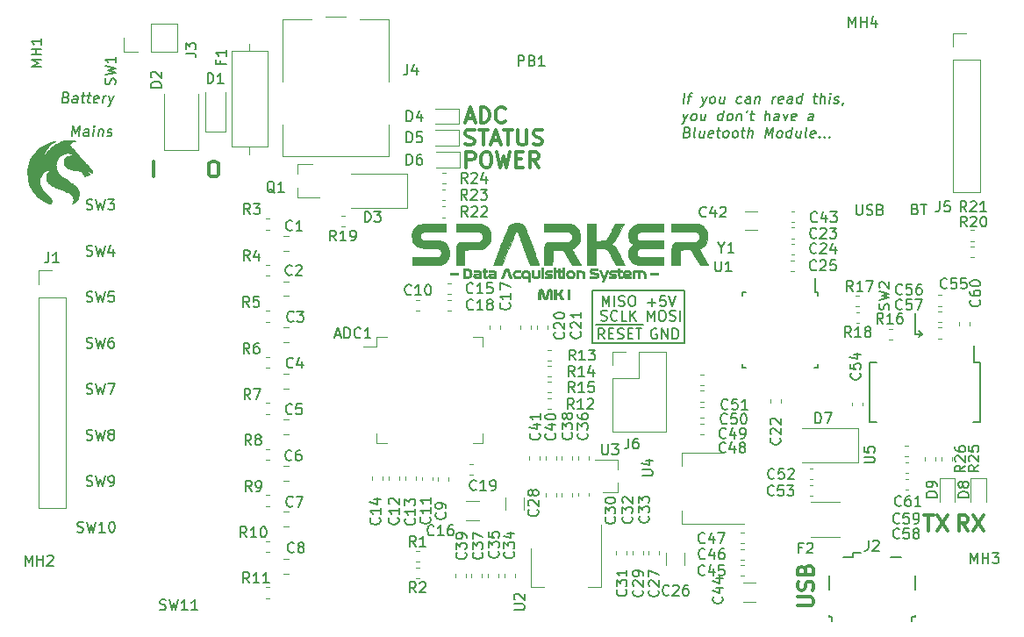
<source format=gbr>
G04 #@! TF.GenerationSoftware,KiCad,Pcbnew,(5.0.0)*
G04 #@! TF.CreationDate,2019-10-23T21:11:43+11:00*
G04 #@! TF.ProjectId,DAQ Board,44415120426F6172642E6B696361645F,rev?*
G04 #@! TF.SameCoordinates,Original*
G04 #@! TF.FileFunction,Legend,Top*
G04 #@! TF.FilePolarity,Positive*
%FSLAX46Y46*%
G04 Gerber Fmt 4.6, Leading zero omitted, Abs format (unit mm)*
G04 Created by KiCad (PCBNEW (5.0.0)) date 10/23/19 21:11:43*
%MOMM*%
%LPD*%
G01*
G04 APERTURE LIST*
%ADD10C,0.150000*%
%ADD11C,0.200000*%
%ADD12C,0.300000*%
%ADD13C,0.120000*%
%ADD14C,0.010000*%
G04 APERTURE END LIST*
D10*
X199025595Y-87142380D02*
X199025595Y-87951904D01*
X199073214Y-88047142D01*
X199120833Y-88094761D01*
X199216071Y-88142380D01*
X199406547Y-88142380D01*
X199501785Y-88094761D01*
X199549404Y-88047142D01*
X199597023Y-87951904D01*
X199597023Y-87142380D01*
X200025595Y-88094761D02*
X200168452Y-88142380D01*
X200406547Y-88142380D01*
X200501785Y-88094761D01*
X200549404Y-88047142D01*
X200597023Y-87951904D01*
X200597023Y-87856666D01*
X200549404Y-87761428D01*
X200501785Y-87713809D01*
X200406547Y-87666190D01*
X200216071Y-87618571D01*
X200120833Y-87570952D01*
X200073214Y-87523333D01*
X200025595Y-87428095D01*
X200025595Y-87332857D01*
X200073214Y-87237619D01*
X200120833Y-87190000D01*
X200216071Y-87142380D01*
X200454166Y-87142380D01*
X200597023Y-87190000D01*
X201358928Y-87618571D02*
X201501785Y-87666190D01*
X201549404Y-87713809D01*
X201597023Y-87809047D01*
X201597023Y-87951904D01*
X201549404Y-88047142D01*
X201501785Y-88094761D01*
X201406547Y-88142380D01*
X201025595Y-88142380D01*
X201025595Y-87142380D01*
X201358928Y-87142380D01*
X201454166Y-87190000D01*
X201501785Y-87237619D01*
X201549404Y-87332857D01*
X201549404Y-87428095D01*
X201501785Y-87523333D01*
X201454166Y-87570952D01*
X201358928Y-87618571D01*
X201025595Y-87618571D01*
X204728928Y-87568571D02*
X204871785Y-87616190D01*
X204919404Y-87663809D01*
X204967023Y-87759047D01*
X204967023Y-87901904D01*
X204919404Y-87997142D01*
X204871785Y-88044761D01*
X204776547Y-88092380D01*
X204395595Y-88092380D01*
X204395595Y-87092380D01*
X204728928Y-87092380D01*
X204824166Y-87140000D01*
X204871785Y-87187619D01*
X204919404Y-87282857D01*
X204919404Y-87378095D01*
X204871785Y-87473333D01*
X204824166Y-87520952D01*
X204728928Y-87568571D01*
X204395595Y-87568571D01*
X205252738Y-87092380D02*
X205824166Y-87092380D01*
X205538452Y-88092380D02*
X205538452Y-87092380D01*
X123346577Y-80542380D02*
X123471577Y-79542380D01*
X123715625Y-80256666D01*
X124138244Y-79542380D01*
X124013244Y-80542380D01*
X124918005Y-80542380D02*
X124983482Y-80018571D01*
X124947767Y-79923333D01*
X124858482Y-79875714D01*
X124668005Y-79875714D01*
X124566815Y-79923333D01*
X124923958Y-80494761D02*
X124822767Y-80542380D01*
X124584672Y-80542380D01*
X124495386Y-80494761D01*
X124459672Y-80399523D01*
X124471577Y-80304285D01*
X124531101Y-80209047D01*
X124632291Y-80161428D01*
X124870386Y-80161428D01*
X124971577Y-80113809D01*
X125394196Y-80542380D02*
X125477529Y-79875714D01*
X125519196Y-79542380D02*
X125465625Y-79590000D01*
X125507291Y-79637619D01*
X125560863Y-79590000D01*
X125519196Y-79542380D01*
X125507291Y-79637619D01*
X125953720Y-79875714D02*
X125870386Y-80542380D01*
X125941815Y-79970952D02*
X125995386Y-79923333D01*
X126096577Y-79875714D01*
X126239434Y-79875714D01*
X126328720Y-79923333D01*
X126364434Y-80018571D01*
X126298958Y-80542380D01*
X126733482Y-80494761D02*
X126822767Y-80542380D01*
X127013244Y-80542380D01*
X127114434Y-80494761D01*
X127173958Y-80399523D01*
X127179910Y-80351904D01*
X127144196Y-80256666D01*
X127054910Y-80209047D01*
X126912053Y-80209047D01*
X126822767Y-80161428D01*
X126787053Y-80066190D01*
X126793005Y-80018571D01*
X126852529Y-79923333D01*
X126953720Y-79875714D01*
X127096577Y-79875714D01*
X127185863Y-79923333D01*
X122807767Y-76808571D02*
X122944672Y-76856190D01*
X122986339Y-76903809D01*
X123022053Y-76999047D01*
X123004196Y-77141904D01*
X122944672Y-77237142D01*
X122891101Y-77284761D01*
X122789910Y-77332380D01*
X122408958Y-77332380D01*
X122533958Y-76332380D01*
X122867291Y-76332380D01*
X122956577Y-76380000D01*
X122998244Y-76427619D01*
X123033958Y-76522857D01*
X123022053Y-76618095D01*
X122962529Y-76713333D01*
X122908958Y-76760952D01*
X122807767Y-76808571D01*
X122474434Y-76808571D01*
X123837529Y-77332380D02*
X123903005Y-76808571D01*
X123867291Y-76713333D01*
X123778005Y-76665714D01*
X123587529Y-76665714D01*
X123486339Y-76713333D01*
X123843482Y-77284761D02*
X123742291Y-77332380D01*
X123504196Y-77332380D01*
X123414910Y-77284761D01*
X123379196Y-77189523D01*
X123391101Y-77094285D01*
X123450625Y-76999047D01*
X123551815Y-76951428D01*
X123789910Y-76951428D01*
X123891101Y-76903809D01*
X124254196Y-76665714D02*
X124635148Y-76665714D01*
X124438720Y-76332380D02*
X124331577Y-77189523D01*
X124367291Y-77284761D01*
X124456577Y-77332380D01*
X124551815Y-77332380D01*
X124825625Y-76665714D02*
X125206577Y-76665714D01*
X125010148Y-76332380D02*
X124903005Y-77189523D01*
X124938720Y-77284761D01*
X125028005Y-77332380D01*
X125123244Y-77332380D01*
X125843482Y-77284761D02*
X125742291Y-77332380D01*
X125551815Y-77332380D01*
X125462529Y-77284761D01*
X125426815Y-77189523D01*
X125474434Y-76808571D01*
X125533958Y-76713333D01*
X125635148Y-76665714D01*
X125825625Y-76665714D01*
X125914910Y-76713333D01*
X125950625Y-76808571D01*
X125938720Y-76903809D01*
X125450625Y-76999047D01*
X126313720Y-77332380D02*
X126397053Y-76665714D01*
X126373244Y-76856190D02*
X126432767Y-76760952D01*
X126486339Y-76713333D01*
X126587529Y-76665714D01*
X126682767Y-76665714D01*
X126920863Y-76665714D02*
X127075625Y-77332380D01*
X127397053Y-76665714D02*
X127075625Y-77332380D01*
X126950625Y-77570476D01*
X126897053Y-77618095D01*
X126795863Y-77665714D01*
X182341547Y-77392380D02*
X182466547Y-76392380D01*
X182758214Y-76725714D02*
X183139166Y-76725714D01*
X182817738Y-77392380D02*
X182924880Y-76535238D01*
X182984404Y-76440000D01*
X183085595Y-76392380D01*
X183180833Y-76392380D01*
X184139166Y-76725714D02*
X184293928Y-77392380D01*
X184615357Y-76725714D02*
X184293928Y-77392380D01*
X184168928Y-77630476D01*
X184115357Y-77678095D01*
X184014166Y-77725714D01*
X185055833Y-77392380D02*
X184966547Y-77344761D01*
X184924880Y-77297142D01*
X184889166Y-77201904D01*
X184924880Y-76916190D01*
X184984404Y-76820952D01*
X185037976Y-76773333D01*
X185139166Y-76725714D01*
X185282023Y-76725714D01*
X185371309Y-76773333D01*
X185412976Y-76820952D01*
X185448690Y-76916190D01*
X185412976Y-77201904D01*
X185353452Y-77297142D01*
X185299880Y-77344761D01*
X185198690Y-77392380D01*
X185055833Y-77392380D01*
X186329642Y-76725714D02*
X186246309Y-77392380D01*
X185901071Y-76725714D02*
X185835595Y-77249523D01*
X185871309Y-77344761D01*
X185960595Y-77392380D01*
X186103452Y-77392380D01*
X186204642Y-77344761D01*
X186258214Y-77297142D01*
X187918928Y-77344761D02*
X187817738Y-77392380D01*
X187627261Y-77392380D01*
X187537976Y-77344761D01*
X187496309Y-77297142D01*
X187460595Y-77201904D01*
X187496309Y-76916190D01*
X187555833Y-76820952D01*
X187609404Y-76773333D01*
X187710595Y-76725714D01*
X187901071Y-76725714D01*
X187990357Y-76773333D01*
X188770119Y-77392380D02*
X188835595Y-76868571D01*
X188799880Y-76773333D01*
X188710595Y-76725714D01*
X188520119Y-76725714D01*
X188418928Y-76773333D01*
X188776071Y-77344761D02*
X188674880Y-77392380D01*
X188436785Y-77392380D01*
X188347500Y-77344761D01*
X188311785Y-77249523D01*
X188323690Y-77154285D01*
X188383214Y-77059047D01*
X188484404Y-77011428D01*
X188722500Y-77011428D01*
X188823690Y-76963809D01*
X189329642Y-76725714D02*
X189246309Y-77392380D01*
X189317738Y-76820952D02*
X189371309Y-76773333D01*
X189472500Y-76725714D01*
X189615357Y-76725714D01*
X189704642Y-76773333D01*
X189740357Y-76868571D01*
X189674880Y-77392380D01*
X190912976Y-77392380D02*
X190996309Y-76725714D01*
X190972500Y-76916190D02*
X191032023Y-76820952D01*
X191085595Y-76773333D01*
X191186785Y-76725714D01*
X191282023Y-76725714D01*
X191918928Y-77344761D02*
X191817738Y-77392380D01*
X191627261Y-77392380D01*
X191537976Y-77344761D01*
X191502261Y-77249523D01*
X191549880Y-76868571D01*
X191609404Y-76773333D01*
X191710595Y-76725714D01*
X191901071Y-76725714D01*
X191990357Y-76773333D01*
X192026071Y-76868571D01*
X192014166Y-76963809D01*
X191526071Y-77059047D01*
X192817738Y-77392380D02*
X192883214Y-76868571D01*
X192847500Y-76773333D01*
X192758214Y-76725714D01*
X192567738Y-76725714D01*
X192466547Y-76773333D01*
X192823690Y-77344761D02*
X192722500Y-77392380D01*
X192484404Y-77392380D01*
X192395119Y-77344761D01*
X192359404Y-77249523D01*
X192371309Y-77154285D01*
X192430833Y-77059047D01*
X192532023Y-77011428D01*
X192770119Y-77011428D01*
X192871309Y-76963809D01*
X193722500Y-77392380D02*
X193847500Y-76392380D01*
X193728452Y-77344761D02*
X193627261Y-77392380D01*
X193436785Y-77392380D01*
X193347500Y-77344761D01*
X193305833Y-77297142D01*
X193270119Y-77201904D01*
X193305833Y-76916190D01*
X193365357Y-76820952D01*
X193418928Y-76773333D01*
X193520119Y-76725714D01*
X193710595Y-76725714D01*
X193799880Y-76773333D01*
X194901071Y-76725714D02*
X195282023Y-76725714D01*
X195085595Y-76392380D02*
X194978452Y-77249523D01*
X195014166Y-77344761D01*
X195103452Y-77392380D01*
X195198690Y-77392380D01*
X195532023Y-77392380D02*
X195657023Y-76392380D01*
X195960595Y-77392380D02*
X196026071Y-76868571D01*
X195990357Y-76773333D01*
X195901071Y-76725714D01*
X195758214Y-76725714D01*
X195657023Y-76773333D01*
X195603452Y-76820952D01*
X196436785Y-77392380D02*
X196520119Y-76725714D01*
X196561785Y-76392380D02*
X196508214Y-76440000D01*
X196549880Y-76487619D01*
X196603452Y-76440000D01*
X196561785Y-76392380D01*
X196549880Y-76487619D01*
X196871309Y-77344761D02*
X196960595Y-77392380D01*
X197151071Y-77392380D01*
X197252261Y-77344761D01*
X197311785Y-77249523D01*
X197317738Y-77201904D01*
X197282023Y-77106666D01*
X197192738Y-77059047D01*
X197049880Y-77059047D01*
X196960595Y-77011428D01*
X196924880Y-76916190D01*
X196930833Y-76868571D01*
X196990357Y-76773333D01*
X197091547Y-76725714D01*
X197234404Y-76725714D01*
X197323690Y-76773333D01*
X197776071Y-77344761D02*
X197770119Y-77392380D01*
X197710595Y-77487619D01*
X197657023Y-77535238D01*
X182329642Y-78375714D02*
X182484404Y-79042380D01*
X182805833Y-78375714D02*
X182484404Y-79042380D01*
X182359404Y-79280476D01*
X182305833Y-79328095D01*
X182204642Y-79375714D01*
X183246309Y-79042380D02*
X183157023Y-78994761D01*
X183115357Y-78947142D01*
X183079642Y-78851904D01*
X183115357Y-78566190D01*
X183174880Y-78470952D01*
X183228452Y-78423333D01*
X183329642Y-78375714D01*
X183472500Y-78375714D01*
X183561785Y-78423333D01*
X183603452Y-78470952D01*
X183639166Y-78566190D01*
X183603452Y-78851904D01*
X183543928Y-78947142D01*
X183490357Y-78994761D01*
X183389166Y-79042380D01*
X183246309Y-79042380D01*
X184520119Y-78375714D02*
X184436785Y-79042380D01*
X184091547Y-78375714D02*
X184026071Y-78899523D01*
X184061785Y-78994761D01*
X184151071Y-79042380D01*
X184293928Y-79042380D01*
X184395119Y-78994761D01*
X184448690Y-78947142D01*
X186103452Y-79042380D02*
X186228452Y-78042380D01*
X186109404Y-78994761D02*
X186008214Y-79042380D01*
X185817738Y-79042380D01*
X185728452Y-78994761D01*
X185686785Y-78947142D01*
X185651071Y-78851904D01*
X185686785Y-78566190D01*
X185746309Y-78470952D01*
X185799880Y-78423333D01*
X185901071Y-78375714D01*
X186091547Y-78375714D01*
X186180833Y-78423333D01*
X186722500Y-79042380D02*
X186633214Y-78994761D01*
X186591547Y-78947142D01*
X186555833Y-78851904D01*
X186591547Y-78566190D01*
X186651071Y-78470952D01*
X186704642Y-78423333D01*
X186805833Y-78375714D01*
X186948690Y-78375714D01*
X187037976Y-78423333D01*
X187079642Y-78470952D01*
X187115357Y-78566190D01*
X187079642Y-78851904D01*
X187020119Y-78947142D01*
X186966547Y-78994761D01*
X186865357Y-79042380D01*
X186722500Y-79042380D01*
X187567738Y-78375714D02*
X187484404Y-79042380D01*
X187555833Y-78470952D02*
X187609404Y-78423333D01*
X187710595Y-78375714D01*
X187853452Y-78375714D01*
X187942738Y-78423333D01*
X187978452Y-78518571D01*
X187912976Y-79042380D01*
X188561785Y-78042380D02*
X188442738Y-78232857D01*
X188805833Y-78375714D02*
X189186785Y-78375714D01*
X188990357Y-78042380D02*
X188883214Y-78899523D01*
X188918928Y-78994761D01*
X189008214Y-79042380D01*
X189103452Y-79042380D01*
X190198690Y-79042380D02*
X190323690Y-78042380D01*
X190627261Y-79042380D02*
X190692738Y-78518571D01*
X190657023Y-78423333D01*
X190567738Y-78375714D01*
X190424880Y-78375714D01*
X190323690Y-78423333D01*
X190270119Y-78470952D01*
X191532023Y-79042380D02*
X191597500Y-78518571D01*
X191561785Y-78423333D01*
X191472500Y-78375714D01*
X191282023Y-78375714D01*
X191180833Y-78423333D01*
X191537976Y-78994761D02*
X191436785Y-79042380D01*
X191198690Y-79042380D01*
X191109404Y-78994761D01*
X191073690Y-78899523D01*
X191085595Y-78804285D01*
X191145119Y-78709047D01*
X191246309Y-78661428D01*
X191484404Y-78661428D01*
X191585595Y-78613809D01*
X191996309Y-78375714D02*
X192151071Y-79042380D01*
X192472500Y-78375714D01*
X193157023Y-78994761D02*
X193055833Y-79042380D01*
X192865357Y-79042380D01*
X192776071Y-78994761D01*
X192740357Y-78899523D01*
X192787976Y-78518571D01*
X192847500Y-78423333D01*
X192948690Y-78375714D01*
X193139166Y-78375714D01*
X193228452Y-78423333D01*
X193264166Y-78518571D01*
X193252261Y-78613809D01*
X192764166Y-78709047D01*
X194817738Y-79042380D02*
X194883214Y-78518571D01*
X194847500Y-78423333D01*
X194758214Y-78375714D01*
X194567738Y-78375714D01*
X194466547Y-78423333D01*
X194823690Y-78994761D02*
X194722500Y-79042380D01*
X194484404Y-79042380D01*
X194395119Y-78994761D01*
X194359404Y-78899523D01*
X194371309Y-78804285D01*
X194430833Y-78709047D01*
X194532023Y-78661428D01*
X194770119Y-78661428D01*
X194871309Y-78613809D01*
X182740357Y-80168571D02*
X182877261Y-80216190D01*
X182918928Y-80263809D01*
X182954642Y-80359047D01*
X182936785Y-80501904D01*
X182877261Y-80597142D01*
X182823690Y-80644761D01*
X182722500Y-80692380D01*
X182341547Y-80692380D01*
X182466547Y-79692380D01*
X182799880Y-79692380D01*
X182889166Y-79740000D01*
X182930833Y-79787619D01*
X182966547Y-79882857D01*
X182954642Y-79978095D01*
X182895119Y-80073333D01*
X182841547Y-80120952D01*
X182740357Y-80168571D01*
X182407023Y-80168571D01*
X183484404Y-80692380D02*
X183395119Y-80644761D01*
X183359404Y-80549523D01*
X183466547Y-79692380D01*
X184377261Y-80025714D02*
X184293928Y-80692380D01*
X183948690Y-80025714D02*
X183883214Y-80549523D01*
X183918928Y-80644761D01*
X184008214Y-80692380D01*
X184151071Y-80692380D01*
X184252261Y-80644761D01*
X184305833Y-80597142D01*
X185157023Y-80644761D02*
X185055833Y-80692380D01*
X184865357Y-80692380D01*
X184776071Y-80644761D01*
X184740357Y-80549523D01*
X184787976Y-80168571D01*
X184847500Y-80073333D01*
X184948690Y-80025714D01*
X185139166Y-80025714D01*
X185228452Y-80073333D01*
X185264166Y-80168571D01*
X185252261Y-80263809D01*
X184764166Y-80359047D01*
X185567738Y-80025714D02*
X185948690Y-80025714D01*
X185752261Y-79692380D02*
X185645119Y-80549523D01*
X185680833Y-80644761D01*
X185770119Y-80692380D01*
X185865357Y-80692380D01*
X186341547Y-80692380D02*
X186252261Y-80644761D01*
X186210595Y-80597142D01*
X186174880Y-80501904D01*
X186210595Y-80216190D01*
X186270119Y-80120952D01*
X186323690Y-80073333D01*
X186424880Y-80025714D01*
X186567738Y-80025714D01*
X186657023Y-80073333D01*
X186698690Y-80120952D01*
X186734404Y-80216190D01*
X186698690Y-80501904D01*
X186639166Y-80597142D01*
X186585595Y-80644761D01*
X186484404Y-80692380D01*
X186341547Y-80692380D01*
X187246309Y-80692380D02*
X187157023Y-80644761D01*
X187115357Y-80597142D01*
X187079642Y-80501904D01*
X187115357Y-80216190D01*
X187174880Y-80120952D01*
X187228452Y-80073333D01*
X187329642Y-80025714D01*
X187472500Y-80025714D01*
X187561785Y-80073333D01*
X187603452Y-80120952D01*
X187639166Y-80216190D01*
X187603452Y-80501904D01*
X187543928Y-80597142D01*
X187490357Y-80644761D01*
X187389166Y-80692380D01*
X187246309Y-80692380D01*
X187948690Y-80025714D02*
X188329642Y-80025714D01*
X188133214Y-79692380D02*
X188026071Y-80549523D01*
X188061785Y-80644761D01*
X188151071Y-80692380D01*
X188246309Y-80692380D01*
X188579642Y-80692380D02*
X188704642Y-79692380D01*
X189008214Y-80692380D02*
X189073690Y-80168571D01*
X189037976Y-80073333D01*
X188948690Y-80025714D01*
X188805833Y-80025714D01*
X188704642Y-80073333D01*
X188651071Y-80120952D01*
X190246309Y-80692380D02*
X190371309Y-79692380D01*
X190615357Y-80406666D01*
X191037976Y-79692380D01*
X190912976Y-80692380D01*
X191532023Y-80692380D02*
X191442738Y-80644761D01*
X191401071Y-80597142D01*
X191365357Y-80501904D01*
X191401071Y-80216190D01*
X191460595Y-80120952D01*
X191514166Y-80073333D01*
X191615357Y-80025714D01*
X191758214Y-80025714D01*
X191847500Y-80073333D01*
X191889166Y-80120952D01*
X191924880Y-80216190D01*
X191889166Y-80501904D01*
X191829642Y-80597142D01*
X191776071Y-80644761D01*
X191674880Y-80692380D01*
X191532023Y-80692380D01*
X192722500Y-80692380D02*
X192847500Y-79692380D01*
X192728452Y-80644761D02*
X192627261Y-80692380D01*
X192436785Y-80692380D01*
X192347500Y-80644761D01*
X192305833Y-80597142D01*
X192270119Y-80501904D01*
X192305833Y-80216190D01*
X192365357Y-80120952D01*
X192418928Y-80073333D01*
X192520119Y-80025714D01*
X192710595Y-80025714D01*
X192799880Y-80073333D01*
X193710595Y-80025714D02*
X193627261Y-80692380D01*
X193282023Y-80025714D02*
X193216547Y-80549523D01*
X193252261Y-80644761D01*
X193341547Y-80692380D01*
X193484404Y-80692380D01*
X193585595Y-80644761D01*
X193639166Y-80597142D01*
X194246309Y-80692380D02*
X194157023Y-80644761D01*
X194121309Y-80549523D01*
X194228452Y-79692380D01*
X195014166Y-80644761D02*
X194912976Y-80692380D01*
X194722500Y-80692380D01*
X194633214Y-80644761D01*
X194597500Y-80549523D01*
X194645119Y-80168571D01*
X194704642Y-80073333D01*
X194805833Y-80025714D01*
X194996309Y-80025714D01*
X195085595Y-80073333D01*
X195121309Y-80168571D01*
X195109404Y-80263809D01*
X194621309Y-80359047D01*
X195496309Y-80597142D02*
X195537976Y-80644761D01*
X195484404Y-80692380D01*
X195442738Y-80644761D01*
X195496309Y-80597142D01*
X195484404Y-80692380D01*
X195972500Y-80597142D02*
X196014166Y-80644761D01*
X195960595Y-80692380D01*
X195918928Y-80644761D01*
X195972500Y-80597142D01*
X195960595Y-80692380D01*
X196448690Y-80597142D02*
X196490357Y-80644761D01*
X196436785Y-80692380D01*
X196395119Y-80644761D01*
X196448690Y-80597142D01*
X196436785Y-80692380D01*
D11*
X173540000Y-100510000D02*
X182430000Y-100510000D01*
X173540000Y-95390000D02*
X173540000Y-100510000D01*
X182430000Y-95390000D02*
X182430000Y-100510000D01*
X173540000Y-95390000D02*
X182430000Y-95390000D01*
D10*
X179768095Y-99150000D02*
X179672857Y-99102380D01*
X179530000Y-99102380D01*
X179387142Y-99150000D01*
X179291904Y-99245238D01*
X179244285Y-99340476D01*
X179196666Y-99530952D01*
X179196666Y-99673809D01*
X179244285Y-99864285D01*
X179291904Y-99959523D01*
X179387142Y-100054761D01*
X179530000Y-100102380D01*
X179625238Y-100102380D01*
X179768095Y-100054761D01*
X179815714Y-100007142D01*
X179815714Y-99673809D01*
X179625238Y-99673809D01*
X180244285Y-100102380D02*
X180244285Y-99102380D01*
X180815714Y-100102380D01*
X180815714Y-99102380D01*
X181291904Y-100102380D02*
X181291904Y-99102380D01*
X181530000Y-99102380D01*
X181672857Y-99150000D01*
X181768095Y-99245238D01*
X181815714Y-99340476D01*
X181863333Y-99530952D01*
X181863333Y-99673809D01*
X181815714Y-99864285D01*
X181768095Y-99959523D01*
X181672857Y-100054761D01*
X181530000Y-100102380D01*
X181291904Y-100102380D01*
X178868571Y-98362380D02*
X178868571Y-97362380D01*
X179201904Y-98076666D01*
X179535238Y-97362380D01*
X179535238Y-98362380D01*
X180201904Y-97362380D02*
X180392380Y-97362380D01*
X180487619Y-97410000D01*
X180582857Y-97505238D01*
X180630476Y-97695714D01*
X180630476Y-98029047D01*
X180582857Y-98219523D01*
X180487619Y-98314761D01*
X180392380Y-98362380D01*
X180201904Y-98362380D01*
X180106666Y-98314761D01*
X180011428Y-98219523D01*
X179963809Y-98029047D01*
X179963809Y-97695714D01*
X180011428Y-97505238D01*
X180106666Y-97410000D01*
X180201904Y-97362380D01*
X181011428Y-98314761D02*
X181154285Y-98362380D01*
X181392380Y-98362380D01*
X181487619Y-98314761D01*
X181535238Y-98267142D01*
X181582857Y-98171904D01*
X181582857Y-98076666D01*
X181535238Y-97981428D01*
X181487619Y-97933809D01*
X181392380Y-97886190D01*
X181201904Y-97838571D01*
X181106666Y-97790952D01*
X181059047Y-97743333D01*
X181011428Y-97648095D01*
X181011428Y-97552857D01*
X181059047Y-97457619D01*
X181106666Y-97410000D01*
X181201904Y-97362380D01*
X181440000Y-97362380D01*
X181582857Y-97410000D01*
X182011428Y-98362380D02*
X182011428Y-97362380D01*
X178914285Y-96571428D02*
X179676190Y-96571428D01*
X179295238Y-96952380D02*
X179295238Y-96190476D01*
X180628571Y-95952380D02*
X180152380Y-95952380D01*
X180104761Y-96428571D01*
X180152380Y-96380952D01*
X180247619Y-96333333D01*
X180485714Y-96333333D01*
X180580952Y-96380952D01*
X180628571Y-96428571D01*
X180676190Y-96523809D01*
X180676190Y-96761904D01*
X180628571Y-96857142D01*
X180580952Y-96904761D01*
X180485714Y-96952380D01*
X180247619Y-96952380D01*
X180152380Y-96904761D01*
X180104761Y-96857142D01*
X180961904Y-95952380D02*
X181295238Y-96952380D01*
X181628571Y-95952380D01*
X173908095Y-98735000D02*
X174908095Y-98735000D01*
X174717619Y-100102380D02*
X174384285Y-99626190D01*
X174146190Y-100102380D02*
X174146190Y-99102380D01*
X174527142Y-99102380D01*
X174622380Y-99150000D01*
X174670000Y-99197619D01*
X174717619Y-99292857D01*
X174717619Y-99435714D01*
X174670000Y-99530952D01*
X174622380Y-99578571D01*
X174527142Y-99626190D01*
X174146190Y-99626190D01*
X174908095Y-98735000D02*
X175812857Y-98735000D01*
X175146190Y-99578571D02*
X175479523Y-99578571D01*
X175622380Y-100102380D02*
X175146190Y-100102380D01*
X175146190Y-99102380D01*
X175622380Y-99102380D01*
X175812857Y-98735000D02*
X176765238Y-98735000D01*
X176003333Y-100054761D02*
X176146190Y-100102380D01*
X176384285Y-100102380D01*
X176479523Y-100054761D01*
X176527142Y-100007142D01*
X176574761Y-99911904D01*
X176574761Y-99816666D01*
X176527142Y-99721428D01*
X176479523Y-99673809D01*
X176384285Y-99626190D01*
X176193809Y-99578571D01*
X176098571Y-99530952D01*
X176050952Y-99483333D01*
X176003333Y-99388095D01*
X176003333Y-99292857D01*
X176050952Y-99197619D01*
X176098571Y-99150000D01*
X176193809Y-99102380D01*
X176431904Y-99102380D01*
X176574761Y-99150000D01*
X176765238Y-98735000D02*
X177670000Y-98735000D01*
X177003333Y-99578571D02*
X177336666Y-99578571D01*
X177479523Y-100102380D02*
X177003333Y-100102380D01*
X177003333Y-99102380D01*
X177479523Y-99102380D01*
X177670000Y-98735000D02*
X178431904Y-98735000D01*
X177765238Y-99102380D02*
X178336666Y-99102380D01*
X178050952Y-100102380D02*
X178050952Y-99102380D01*
X174399523Y-98314761D02*
X174542380Y-98362380D01*
X174780476Y-98362380D01*
X174875714Y-98314761D01*
X174923333Y-98267142D01*
X174970952Y-98171904D01*
X174970952Y-98076666D01*
X174923333Y-97981428D01*
X174875714Y-97933809D01*
X174780476Y-97886190D01*
X174590000Y-97838571D01*
X174494761Y-97790952D01*
X174447142Y-97743333D01*
X174399523Y-97648095D01*
X174399523Y-97552857D01*
X174447142Y-97457619D01*
X174494761Y-97410000D01*
X174590000Y-97362380D01*
X174828095Y-97362380D01*
X174970952Y-97410000D01*
X175970952Y-98267142D02*
X175923333Y-98314761D01*
X175780476Y-98362380D01*
X175685238Y-98362380D01*
X175542380Y-98314761D01*
X175447142Y-98219523D01*
X175399523Y-98124285D01*
X175351904Y-97933809D01*
X175351904Y-97790952D01*
X175399523Y-97600476D01*
X175447142Y-97505238D01*
X175542380Y-97410000D01*
X175685238Y-97362380D01*
X175780476Y-97362380D01*
X175923333Y-97410000D01*
X175970952Y-97457619D01*
X176875714Y-98362380D02*
X176399523Y-98362380D01*
X176399523Y-97362380D01*
X177209047Y-98362380D02*
X177209047Y-97362380D01*
X177780476Y-98362380D02*
X177351904Y-97790952D01*
X177780476Y-97362380D02*
X177209047Y-97933809D01*
X174538571Y-96952380D02*
X174538571Y-95952380D01*
X174871904Y-96666666D01*
X175205238Y-95952380D01*
X175205238Y-96952380D01*
X175681428Y-96952380D02*
X175681428Y-95952380D01*
X176110000Y-96904761D02*
X176252857Y-96952380D01*
X176490952Y-96952380D01*
X176586190Y-96904761D01*
X176633809Y-96857142D01*
X176681428Y-96761904D01*
X176681428Y-96666666D01*
X176633809Y-96571428D01*
X176586190Y-96523809D01*
X176490952Y-96476190D01*
X176300476Y-96428571D01*
X176205238Y-96380952D01*
X176157619Y-96333333D01*
X176110000Y-96238095D01*
X176110000Y-96142857D01*
X176157619Y-96047619D01*
X176205238Y-96000000D01*
X176300476Y-95952380D01*
X176538571Y-95952380D01*
X176681428Y-96000000D01*
X177300476Y-95952380D02*
X177490952Y-95952380D01*
X177586190Y-96000000D01*
X177681428Y-96095238D01*
X177729047Y-96285714D01*
X177729047Y-96619047D01*
X177681428Y-96809523D01*
X177586190Y-96904761D01*
X177490952Y-96952380D01*
X177300476Y-96952380D01*
X177205238Y-96904761D01*
X177110000Y-96809523D01*
X177062380Y-96619047D01*
X177062380Y-96285714D01*
X177110000Y-96095238D01*
X177205238Y-96000000D01*
X177300476Y-95952380D01*
D11*
X205410000Y-99620000D02*
X205080000Y-99940000D01*
X205410000Y-99620000D02*
X205090000Y-99290000D01*
X204680000Y-99620000D02*
X205410000Y-99620000D01*
X204680000Y-97640000D02*
X204680000Y-99620000D01*
D12*
X209800000Y-118608571D02*
X209300000Y-117894285D01*
X208942857Y-118608571D02*
X208942857Y-117108571D01*
X209514285Y-117108571D01*
X209657142Y-117180000D01*
X209728571Y-117251428D01*
X209800000Y-117394285D01*
X209800000Y-117608571D01*
X209728571Y-117751428D01*
X209657142Y-117822857D01*
X209514285Y-117894285D01*
X208942857Y-117894285D01*
X210300000Y-117108571D02*
X211300000Y-118608571D01*
X211300000Y-117108571D02*
X210300000Y-118608571D01*
X205597142Y-117128571D02*
X206454285Y-117128571D01*
X206025714Y-118628571D02*
X206025714Y-117128571D01*
X206811428Y-117128571D02*
X207811428Y-118628571D01*
X207811428Y-117128571D02*
X206811428Y-118628571D01*
X193388571Y-125862857D02*
X194602857Y-125862857D01*
X194745714Y-125791428D01*
X194817142Y-125720000D01*
X194888571Y-125577142D01*
X194888571Y-125291428D01*
X194817142Y-125148571D01*
X194745714Y-125077142D01*
X194602857Y-125005714D01*
X193388571Y-125005714D01*
X194817142Y-124362857D02*
X194888571Y-124148571D01*
X194888571Y-123791428D01*
X194817142Y-123648571D01*
X194745714Y-123577142D01*
X194602857Y-123505714D01*
X194460000Y-123505714D01*
X194317142Y-123577142D01*
X194245714Y-123648571D01*
X194174285Y-123791428D01*
X194102857Y-124077142D01*
X194031428Y-124220000D01*
X193960000Y-124291428D01*
X193817142Y-124362857D01*
X193674285Y-124362857D01*
X193531428Y-124291428D01*
X193460000Y-124220000D01*
X193388571Y-124077142D01*
X193388571Y-123720000D01*
X193460000Y-123505714D01*
X194102857Y-122362857D02*
X194174285Y-122148571D01*
X194245714Y-122077142D01*
X194388571Y-122005714D01*
X194602857Y-122005714D01*
X194745714Y-122077142D01*
X194817142Y-122148571D01*
X194888571Y-122291428D01*
X194888571Y-122862857D01*
X193388571Y-122862857D01*
X193388571Y-122362857D01*
X193460000Y-122220000D01*
X193531428Y-122148571D01*
X193674285Y-122077142D01*
X193817142Y-122077142D01*
X193960000Y-122148571D01*
X194031428Y-122220000D01*
X194102857Y-122362857D01*
X194102857Y-122862857D01*
X161405714Y-83548571D02*
X161405714Y-82048571D01*
X161977142Y-82048571D01*
X162120000Y-82120000D01*
X162191428Y-82191428D01*
X162262857Y-82334285D01*
X162262857Y-82548571D01*
X162191428Y-82691428D01*
X162120000Y-82762857D01*
X161977142Y-82834285D01*
X161405714Y-82834285D01*
X163191428Y-82048571D02*
X163477142Y-82048571D01*
X163620000Y-82120000D01*
X163762857Y-82262857D01*
X163834285Y-82548571D01*
X163834285Y-83048571D01*
X163762857Y-83334285D01*
X163620000Y-83477142D01*
X163477142Y-83548571D01*
X163191428Y-83548571D01*
X163048571Y-83477142D01*
X162905714Y-83334285D01*
X162834285Y-83048571D01*
X162834285Y-82548571D01*
X162905714Y-82262857D01*
X163048571Y-82120000D01*
X163191428Y-82048571D01*
X164334285Y-82048571D02*
X164691428Y-83548571D01*
X164977142Y-82477142D01*
X165262857Y-83548571D01*
X165620000Y-82048571D01*
X166191428Y-82762857D02*
X166691428Y-82762857D01*
X166905714Y-83548571D02*
X166191428Y-83548571D01*
X166191428Y-82048571D01*
X166905714Y-82048571D01*
X168405714Y-83548571D02*
X167905714Y-82834285D01*
X167548571Y-83548571D02*
X167548571Y-82048571D01*
X168120000Y-82048571D01*
X168262857Y-82120000D01*
X168334285Y-82191428D01*
X168405714Y-82334285D01*
X168405714Y-82548571D01*
X168334285Y-82691428D01*
X168262857Y-82762857D01*
X168120000Y-82834285D01*
X167548571Y-82834285D01*
X161315714Y-81327142D02*
X161530000Y-81398571D01*
X161887142Y-81398571D01*
X162030000Y-81327142D01*
X162101428Y-81255714D01*
X162172857Y-81112857D01*
X162172857Y-80970000D01*
X162101428Y-80827142D01*
X162030000Y-80755714D01*
X161887142Y-80684285D01*
X161601428Y-80612857D01*
X161458571Y-80541428D01*
X161387142Y-80470000D01*
X161315714Y-80327142D01*
X161315714Y-80184285D01*
X161387142Y-80041428D01*
X161458571Y-79970000D01*
X161601428Y-79898571D01*
X161958571Y-79898571D01*
X162172857Y-79970000D01*
X162601428Y-79898571D02*
X163458571Y-79898571D01*
X163030000Y-81398571D02*
X163030000Y-79898571D01*
X163887142Y-80970000D02*
X164601428Y-80970000D01*
X163744285Y-81398571D02*
X164244285Y-79898571D01*
X164744285Y-81398571D01*
X165030000Y-79898571D02*
X165887142Y-79898571D01*
X165458571Y-81398571D02*
X165458571Y-79898571D01*
X166387142Y-79898571D02*
X166387142Y-81112857D01*
X166458571Y-81255714D01*
X166530000Y-81327142D01*
X166672857Y-81398571D01*
X166958571Y-81398571D01*
X167101428Y-81327142D01*
X167172857Y-81255714D01*
X167244285Y-81112857D01*
X167244285Y-79898571D01*
X167887142Y-81327142D02*
X168101428Y-81398571D01*
X168458571Y-81398571D01*
X168601428Y-81327142D01*
X168672857Y-81255714D01*
X168744285Y-81112857D01*
X168744285Y-80970000D01*
X168672857Y-80827142D01*
X168601428Y-80755714D01*
X168458571Y-80684285D01*
X168172857Y-80612857D01*
X168030000Y-80541428D01*
X167958571Y-80470000D01*
X167887142Y-80327142D01*
X167887142Y-80184285D01*
X167958571Y-80041428D01*
X168030000Y-79970000D01*
X168172857Y-79898571D01*
X168530000Y-79898571D01*
X168744285Y-79970000D01*
X136887142Y-82958571D02*
X137172857Y-82958571D01*
X137315714Y-83030000D01*
X137458571Y-83172857D01*
X137530000Y-83458571D01*
X137530000Y-83958571D01*
X137458571Y-84244285D01*
X137315714Y-84387142D01*
X137172857Y-84458571D01*
X136887142Y-84458571D01*
X136744285Y-84387142D01*
X136601428Y-84244285D01*
X136530000Y-83958571D01*
X136530000Y-83458571D01*
X136601428Y-83172857D01*
X136744285Y-83030000D01*
X136887142Y-82958571D01*
X131200000Y-84458571D02*
X131200000Y-82958571D01*
X161422857Y-78810000D02*
X162137142Y-78810000D01*
X161280000Y-79238571D02*
X161780000Y-77738571D01*
X162280000Y-79238571D01*
X162780000Y-79238571D02*
X162780000Y-77738571D01*
X163137142Y-77738571D01*
X163351428Y-77810000D01*
X163494285Y-77952857D01*
X163565714Y-78095714D01*
X163637142Y-78381428D01*
X163637142Y-78595714D01*
X163565714Y-78881428D01*
X163494285Y-79024285D01*
X163351428Y-79167142D01*
X163137142Y-79238571D01*
X162780000Y-79238571D01*
X165137142Y-79095714D02*
X165065714Y-79167142D01*
X164851428Y-79238571D01*
X164708571Y-79238571D01*
X164494285Y-79167142D01*
X164351428Y-79024285D01*
X164280000Y-78881428D01*
X164208571Y-78595714D01*
X164208571Y-78381428D01*
X164280000Y-78095714D01*
X164351428Y-77952857D01*
X164494285Y-77810000D01*
X164708571Y-77738571D01*
X164851428Y-77738571D01*
X165065714Y-77810000D01*
X165137142Y-77881428D01*
D13*
G04 #@! TO.C,U4*
X188237500Y-117910000D02*
X182227500Y-117910000D01*
X185987500Y-111090000D02*
X182227500Y-111090000D01*
X182227500Y-117910000D02*
X182227500Y-116650000D01*
X182227500Y-111090000D02*
X182227500Y-112350000D01*
G04 #@! TO.C,U2*
X167600000Y-124082500D02*
X168860000Y-124082500D01*
X174420000Y-124082500D02*
X173160000Y-124082500D01*
X167600000Y-120322500D02*
X167600000Y-124082500D01*
X174420000Y-118072500D02*
X174420000Y-124082500D01*
G04 #@! TO.C,J1*
X120110000Y-116450000D02*
X122770000Y-116450000D01*
X120110000Y-96070000D02*
X120110000Y-116450000D01*
X122770000Y-96070000D02*
X122770000Y-116450000D01*
X120110000Y-96070000D02*
X122770000Y-96070000D01*
X120110000Y-94800000D02*
X120110000Y-93470000D01*
X120110000Y-93470000D02*
X121440000Y-93470000D01*
D14*
G04 #@! TO.C,LOGO2*
G36*
X159453572Y-89781770D02*
X158369536Y-89776349D01*
X158130596Y-89775204D01*
X157925133Y-89774486D01*
X157750342Y-89774422D01*
X157603413Y-89775238D01*
X157481541Y-89777161D01*
X157381918Y-89780416D01*
X157301736Y-89785231D01*
X157238189Y-89791832D01*
X157188469Y-89800445D01*
X157149769Y-89811297D01*
X157119281Y-89824613D01*
X157094199Y-89840621D01*
X157071714Y-89859547D01*
X157049021Y-89881618D01*
X157047675Y-89882963D01*
X156988637Y-89964525D01*
X156952263Y-90062792D01*
X156938206Y-90169596D01*
X156946119Y-90276767D01*
X156975654Y-90376136D01*
X157026464Y-90459535D01*
X157074077Y-90503734D01*
X157102891Y-90523598D01*
X157130799Y-90540007D01*
X157161515Y-90553356D01*
X157198753Y-90564037D01*
X157246226Y-90572444D01*
X157307648Y-90578970D01*
X157386732Y-90584007D01*
X157487193Y-90587950D01*
X157612745Y-90591190D01*
X157767100Y-90594122D01*
X157953973Y-90597139D01*
X157956786Y-90597183D01*
X158149055Y-90600427D01*
X158308930Y-90603742D01*
X158440306Y-90607321D01*
X158547074Y-90611358D01*
X158633127Y-90616046D01*
X158702358Y-90621577D01*
X158758660Y-90628146D01*
X158805925Y-90635946D01*
X158827606Y-90640416D01*
X159039122Y-90701937D01*
X159223822Y-90787442D01*
X159381405Y-90896665D01*
X159511569Y-91029339D01*
X159614013Y-91185200D01*
X159688436Y-91363980D01*
X159702799Y-91412857D01*
X159719499Y-91500840D01*
X159730558Y-91613982D01*
X159735974Y-91741977D01*
X159735749Y-91874519D01*
X159729881Y-92001305D01*
X159718372Y-92112028D01*
X159702808Y-92190818D01*
X159633887Y-92378880D01*
X159537662Y-92543055D01*
X159414184Y-92683293D01*
X159263505Y-92799546D01*
X159085676Y-92891766D01*
X158887503Y-92958156D01*
X158857312Y-92965783D01*
X158827465Y-92972378D01*
X158795144Y-92978034D01*
X158757529Y-92982842D01*
X158711802Y-92986897D01*
X158655144Y-92990290D01*
X158584737Y-92993115D01*
X158497761Y-92995465D01*
X158391398Y-92997431D01*
X158262829Y-92999107D01*
X158109236Y-93000586D01*
X157927799Y-93001960D01*
X157715699Y-93003323D01*
X157471464Y-93004758D01*
X156206000Y-93012040D01*
X156206000Y-92207518D01*
X158628072Y-92220214D01*
X158727857Y-92173374D01*
X158823737Y-92113123D01*
X158876437Y-92055446D01*
X158929721Y-91951516D01*
X158956402Y-91839382D01*
X158957356Y-91726223D01*
X158933458Y-91619218D01*
X158885584Y-91525545D01*
X158814609Y-91452384D01*
X158801803Y-91443478D01*
X158767963Y-91421801D01*
X158736065Y-91403826D01*
X158702389Y-91389139D01*
X158663217Y-91377326D01*
X158614828Y-91367975D01*
X158553506Y-91360670D01*
X158475530Y-91355000D01*
X158377182Y-91350549D01*
X158254743Y-91346906D01*
X158104494Y-91343655D01*
X157922717Y-91340383D01*
X157866072Y-91339414D01*
X157667948Y-91335846D01*
X157502079Y-91332209D01*
X157364437Y-91328083D01*
X157250992Y-91323049D01*
X157157717Y-91316687D01*
X157080581Y-91308578D01*
X157015557Y-91298302D01*
X156958616Y-91285439D01*
X156905729Y-91269571D01*
X156852866Y-91250277D01*
X156798687Y-91228262D01*
X156687660Y-91173440D01*
X156576934Y-91103979D01*
X156477379Y-91027564D01*
X156399867Y-90951879D01*
X156388804Y-90938562D01*
X156302247Y-90813209D01*
X156237752Y-90679595D01*
X156193110Y-90530906D01*
X156166112Y-90360332D01*
X156156445Y-90222283D01*
X156158193Y-90012801D01*
X156182461Y-89827280D01*
X156230082Y-89660587D01*
X156259003Y-89591113D01*
X156349487Y-89436583D01*
X156468562Y-89302555D01*
X156613934Y-89190485D01*
X156783309Y-89101831D01*
X156974393Y-89038049D01*
X157184890Y-89000595D01*
X157189981Y-89000051D01*
X157239457Y-88996756D01*
X157321302Y-88993649D01*
X157431600Y-88990788D01*
X157566433Y-88988231D01*
X157721885Y-88986037D01*
X157894040Y-88984263D01*
X158078980Y-88982967D01*
X158272790Y-88982208D01*
X158405822Y-88982028D01*
X159453572Y-88981714D01*
X159453572Y-89781770D01*
X159453572Y-89781770D01*
G37*
X159453572Y-89781770D02*
X158369536Y-89776349D01*
X158130596Y-89775204D01*
X157925133Y-89774486D01*
X157750342Y-89774422D01*
X157603413Y-89775238D01*
X157481541Y-89777161D01*
X157381918Y-89780416D01*
X157301736Y-89785231D01*
X157238189Y-89791832D01*
X157188469Y-89800445D01*
X157149769Y-89811297D01*
X157119281Y-89824613D01*
X157094199Y-89840621D01*
X157071714Y-89859547D01*
X157049021Y-89881618D01*
X157047675Y-89882963D01*
X156988637Y-89964525D01*
X156952263Y-90062792D01*
X156938206Y-90169596D01*
X156946119Y-90276767D01*
X156975654Y-90376136D01*
X157026464Y-90459535D01*
X157074077Y-90503734D01*
X157102891Y-90523598D01*
X157130799Y-90540007D01*
X157161515Y-90553356D01*
X157198753Y-90564037D01*
X157246226Y-90572444D01*
X157307648Y-90578970D01*
X157386732Y-90584007D01*
X157487193Y-90587950D01*
X157612745Y-90591190D01*
X157767100Y-90594122D01*
X157953973Y-90597139D01*
X157956786Y-90597183D01*
X158149055Y-90600427D01*
X158308930Y-90603742D01*
X158440306Y-90607321D01*
X158547074Y-90611358D01*
X158633127Y-90616046D01*
X158702358Y-90621577D01*
X158758660Y-90628146D01*
X158805925Y-90635946D01*
X158827606Y-90640416D01*
X159039122Y-90701937D01*
X159223822Y-90787442D01*
X159381405Y-90896665D01*
X159511569Y-91029339D01*
X159614013Y-91185200D01*
X159688436Y-91363980D01*
X159702799Y-91412857D01*
X159719499Y-91500840D01*
X159730558Y-91613982D01*
X159735974Y-91741977D01*
X159735749Y-91874519D01*
X159729881Y-92001305D01*
X159718372Y-92112028D01*
X159702808Y-92190818D01*
X159633887Y-92378880D01*
X159537662Y-92543055D01*
X159414184Y-92683293D01*
X159263505Y-92799546D01*
X159085676Y-92891766D01*
X158887503Y-92958156D01*
X158857312Y-92965783D01*
X158827465Y-92972378D01*
X158795144Y-92978034D01*
X158757529Y-92982842D01*
X158711802Y-92986897D01*
X158655144Y-92990290D01*
X158584737Y-92993115D01*
X158497761Y-92995465D01*
X158391398Y-92997431D01*
X158262829Y-92999107D01*
X158109236Y-93000586D01*
X157927799Y-93001960D01*
X157715699Y-93003323D01*
X157471464Y-93004758D01*
X156206000Y-93012040D01*
X156206000Y-92207518D01*
X158628072Y-92220214D01*
X158727857Y-92173374D01*
X158823737Y-92113123D01*
X158876437Y-92055446D01*
X158929721Y-91951516D01*
X158956402Y-91839382D01*
X158957356Y-91726223D01*
X158933458Y-91619218D01*
X158885584Y-91525545D01*
X158814609Y-91452384D01*
X158801803Y-91443478D01*
X158767963Y-91421801D01*
X158736065Y-91403826D01*
X158702389Y-91389139D01*
X158663217Y-91377326D01*
X158614828Y-91367975D01*
X158553506Y-91360670D01*
X158475530Y-91355000D01*
X158377182Y-91350549D01*
X158254743Y-91346906D01*
X158104494Y-91343655D01*
X157922717Y-91340383D01*
X157866072Y-91339414D01*
X157667948Y-91335846D01*
X157502079Y-91332209D01*
X157364437Y-91328083D01*
X157250992Y-91323049D01*
X157157717Y-91316687D01*
X157080581Y-91308578D01*
X157015557Y-91298302D01*
X156958616Y-91285439D01*
X156905729Y-91269571D01*
X156852866Y-91250277D01*
X156798687Y-91228262D01*
X156687660Y-91173440D01*
X156576934Y-91103979D01*
X156477379Y-91027564D01*
X156399867Y-90951879D01*
X156388804Y-90938562D01*
X156302247Y-90813209D01*
X156237752Y-90679595D01*
X156193110Y-90530906D01*
X156166112Y-90360332D01*
X156156445Y-90222283D01*
X156158193Y-90012801D01*
X156182461Y-89827280D01*
X156230082Y-89660587D01*
X156259003Y-89591113D01*
X156349487Y-89436583D01*
X156468562Y-89302555D01*
X156613934Y-89190485D01*
X156783309Y-89101831D01*
X156974393Y-89038049D01*
X157184890Y-89000595D01*
X157189981Y-89000051D01*
X157239457Y-88996756D01*
X157321302Y-88993649D01*
X157431600Y-88990788D01*
X157566433Y-88988231D01*
X157721885Y-88986037D01*
X157894040Y-88984263D01*
X158078980Y-88982967D01*
X158272790Y-88982208D01*
X158405822Y-88982028D01*
X159453572Y-88981714D01*
X159453572Y-89781770D01*
G36*
X161562679Y-88986875D02*
X161810602Y-88988495D01*
X162025253Y-88990108D01*
X162209645Y-88992002D01*
X162366792Y-88994462D01*
X162499705Y-88997776D01*
X162611398Y-89002231D01*
X162704883Y-89008112D01*
X162783175Y-89015708D01*
X162849284Y-89025304D01*
X162906224Y-89037188D01*
X162957009Y-89051646D01*
X163004650Y-89068965D01*
X163052161Y-89089432D01*
X163102555Y-89113334D01*
X163153420Y-89138292D01*
X163324980Y-89241371D01*
X163469556Y-89368707D01*
X163587154Y-89520306D01*
X163677781Y-89696177D01*
X163730387Y-89852571D01*
X163750735Y-89961222D01*
X163761753Y-90093181D01*
X163763600Y-90236734D01*
X163756439Y-90380168D01*
X163740430Y-90511769D01*
X163720010Y-90605500D01*
X163646105Y-90805394D01*
X163544807Y-90981564D01*
X163416506Y-91133624D01*
X163261591Y-91261191D01*
X163080452Y-91363879D01*
X162873478Y-91441305D01*
X162872846Y-91441490D01*
X162841721Y-91449446D01*
X162804735Y-91456153D01*
X162758297Y-91461783D01*
X162698815Y-91466508D01*
X162622695Y-91470500D01*
X162526345Y-91473929D01*
X162406172Y-91476968D01*
X162258585Y-91479787D01*
X162079991Y-91482559D01*
X161984500Y-91483891D01*
X161204357Y-91494500D01*
X161199623Y-92251964D01*
X161194888Y-93009428D01*
X160400632Y-93009428D01*
X160409175Y-92115892D01*
X160411235Y-91910260D01*
X160413245Y-91737503D01*
X160415353Y-91594213D01*
X160417704Y-91476980D01*
X160420445Y-91382396D01*
X160423723Y-91307052D01*
X160427686Y-91247538D01*
X160432478Y-91200444D01*
X160438248Y-91162363D01*
X160445142Y-91129884D01*
X160452841Y-91101200D01*
X160482276Y-91018127D01*
X160520210Y-90953998D01*
X160569068Y-90898939D01*
X160600624Y-90867638D01*
X160629728Y-90841148D01*
X160659592Y-90819033D01*
X160693425Y-90800855D01*
X160734438Y-90786178D01*
X160785841Y-90774567D01*
X160850845Y-90765584D01*
X160932660Y-90758793D01*
X161034496Y-90753758D01*
X161159565Y-90750042D01*
X161311076Y-90747208D01*
X161492240Y-90744821D01*
X161706267Y-90742443D01*
X161721429Y-90742278D01*
X162619500Y-90732500D01*
X162722010Y-90682159D01*
X162828137Y-90611981D01*
X162905214Y-90520246D01*
X162952924Y-90407561D01*
X162970947Y-90274532D01*
X162969480Y-90211069D01*
X162946664Y-90074167D01*
X162897347Y-89961746D01*
X162820951Y-89872896D01*
X162716895Y-89806707D01*
X162710214Y-89803641D01*
X162693513Y-89796926D01*
X162673659Y-89791228D01*
X162647818Y-89786485D01*
X162613150Y-89782634D01*
X162566821Y-89779613D01*
X162505992Y-89777358D01*
X162427828Y-89775808D01*
X162329490Y-89774899D01*
X162208143Y-89774570D01*
X162060950Y-89774757D01*
X161885073Y-89775399D01*
X161677676Y-89776431D01*
X161517322Y-89777324D01*
X160397000Y-89783721D01*
X160397000Y-88979329D01*
X161562679Y-88986875D01*
X161562679Y-88986875D01*
G37*
X161562679Y-88986875D02*
X161810602Y-88988495D01*
X162025253Y-88990108D01*
X162209645Y-88992002D01*
X162366792Y-88994462D01*
X162499705Y-88997776D01*
X162611398Y-89002231D01*
X162704883Y-89008112D01*
X162783175Y-89015708D01*
X162849284Y-89025304D01*
X162906224Y-89037188D01*
X162957009Y-89051646D01*
X163004650Y-89068965D01*
X163052161Y-89089432D01*
X163102555Y-89113334D01*
X163153420Y-89138292D01*
X163324980Y-89241371D01*
X163469556Y-89368707D01*
X163587154Y-89520306D01*
X163677781Y-89696177D01*
X163730387Y-89852571D01*
X163750735Y-89961222D01*
X163761753Y-90093181D01*
X163763600Y-90236734D01*
X163756439Y-90380168D01*
X163740430Y-90511769D01*
X163720010Y-90605500D01*
X163646105Y-90805394D01*
X163544807Y-90981564D01*
X163416506Y-91133624D01*
X163261591Y-91261191D01*
X163080452Y-91363879D01*
X162873478Y-91441305D01*
X162872846Y-91441490D01*
X162841721Y-91449446D01*
X162804735Y-91456153D01*
X162758297Y-91461783D01*
X162698815Y-91466508D01*
X162622695Y-91470500D01*
X162526345Y-91473929D01*
X162406172Y-91476968D01*
X162258585Y-91479787D01*
X162079991Y-91482559D01*
X161984500Y-91483891D01*
X161204357Y-91494500D01*
X161199623Y-92251964D01*
X161194888Y-93009428D01*
X160400632Y-93009428D01*
X160409175Y-92115892D01*
X160411235Y-91910260D01*
X160413245Y-91737503D01*
X160415353Y-91594213D01*
X160417704Y-91476980D01*
X160420445Y-91382396D01*
X160423723Y-91307052D01*
X160427686Y-91247538D01*
X160432478Y-91200444D01*
X160438248Y-91162363D01*
X160445142Y-91129884D01*
X160452841Y-91101200D01*
X160482276Y-91018127D01*
X160520210Y-90953998D01*
X160569068Y-90898939D01*
X160600624Y-90867638D01*
X160629728Y-90841148D01*
X160659592Y-90819033D01*
X160693425Y-90800855D01*
X160734438Y-90786178D01*
X160785841Y-90774567D01*
X160850845Y-90765584D01*
X160932660Y-90758793D01*
X161034496Y-90753758D01*
X161159565Y-90750042D01*
X161311076Y-90747208D01*
X161492240Y-90744821D01*
X161706267Y-90742443D01*
X161721429Y-90742278D01*
X162619500Y-90732500D01*
X162722010Y-90682159D01*
X162828137Y-90611981D01*
X162905214Y-90520246D01*
X162952924Y-90407561D01*
X162970947Y-90274532D01*
X162969480Y-90211069D01*
X162946664Y-90074167D01*
X162897347Y-89961746D01*
X162820951Y-89872896D01*
X162716895Y-89806707D01*
X162710214Y-89803641D01*
X162693513Y-89796926D01*
X162673659Y-89791228D01*
X162647818Y-89786485D01*
X162613150Y-89782634D01*
X162566821Y-89779613D01*
X162505992Y-89777358D01*
X162427828Y-89775808D01*
X162329490Y-89774899D01*
X162208143Y-89774570D01*
X162060950Y-89774757D01*
X161885073Y-89775399D01*
X161677676Y-89776431D01*
X161517322Y-89777324D01*
X160397000Y-89783721D01*
X160397000Y-88979329D01*
X161562679Y-88986875D01*
G36*
X166429204Y-88933061D02*
X166600156Y-88964973D01*
X166746233Y-89020445D01*
X166869533Y-89100397D01*
X166972152Y-89205750D01*
X167016478Y-89268422D01*
X167027482Y-89292431D01*
X167050102Y-89347433D01*
X167083320Y-89430747D01*
X167126118Y-89539691D01*
X167177477Y-89671585D01*
X167236378Y-89823746D01*
X167301804Y-89993494D01*
X167372735Y-90178147D01*
X167448154Y-90375023D01*
X167527041Y-90581442D01*
X167608379Y-90794723D01*
X167691148Y-91012183D01*
X167774331Y-91231141D01*
X167856909Y-91448917D01*
X167937863Y-91662828D01*
X168016176Y-91870195D01*
X168090828Y-92068334D01*
X168160801Y-92254565D01*
X168225076Y-92426207D01*
X168282636Y-92580577D01*
X168332461Y-92714996D01*
X168373534Y-92826781D01*
X168404836Y-92913252D01*
X168425347Y-92971726D01*
X168434051Y-92999523D01*
X168434286Y-93001117D01*
X168416981Y-93003465D01*
X168368419Y-93005556D01*
X168293629Y-93007290D01*
X168197637Y-93008571D01*
X168085473Y-93009298D01*
X168010921Y-93009428D01*
X167587556Y-93009428D01*
X166984364Y-91408321D01*
X166892310Y-91164602D01*
X166804470Y-90933274D01*
X166721690Y-90716502D01*
X166644815Y-90516453D01*
X166574692Y-90335292D01*
X166512166Y-90175185D01*
X166458083Y-90038298D01*
X166413288Y-89926798D01*
X166378628Y-89842850D01*
X166354949Y-89788620D01*
X166343209Y-89766393D01*
X166291339Y-89734399D01*
X166226707Y-89725531D01*
X166164807Y-89740376D01*
X166137790Y-89758626D01*
X166126017Y-89780129D01*
X166101987Y-89833188D01*
X166066616Y-89915549D01*
X166020823Y-90024961D01*
X165965526Y-90159168D01*
X165901641Y-90315919D01*
X165830087Y-90492960D01*
X165751781Y-90688038D01*
X165667640Y-90898898D01*
X165578583Y-91123290D01*
X165485526Y-91358958D01*
X165469149Y-91400555D01*
X164835988Y-93009428D01*
X163992460Y-93009428D01*
X164043383Y-92877893D01*
X164179954Y-92525379D01*
X164312849Y-92182852D01*
X164441459Y-91851861D01*
X164565174Y-91533958D01*
X164683385Y-91230696D01*
X164795483Y-90943624D01*
X164900857Y-90674296D01*
X164998900Y-90424262D01*
X165089000Y-90195075D01*
X165170550Y-89988284D01*
X165242939Y-89805443D01*
X165305557Y-89648101D01*
X165357797Y-89517812D01*
X165399047Y-89416127D01*
X165428699Y-89344596D01*
X165446143Y-89304772D01*
X165449481Y-89298212D01*
X165540869Y-89172860D01*
X165653669Y-89073778D01*
X165789346Y-89000265D01*
X165949363Y-88951619D01*
X166135184Y-88927140D01*
X166231282Y-88923788D01*
X166429204Y-88933061D01*
X166429204Y-88933061D01*
G37*
X166429204Y-88933061D02*
X166600156Y-88964973D01*
X166746233Y-89020445D01*
X166869533Y-89100397D01*
X166972152Y-89205750D01*
X167016478Y-89268422D01*
X167027482Y-89292431D01*
X167050102Y-89347433D01*
X167083320Y-89430747D01*
X167126118Y-89539691D01*
X167177477Y-89671585D01*
X167236378Y-89823746D01*
X167301804Y-89993494D01*
X167372735Y-90178147D01*
X167448154Y-90375023D01*
X167527041Y-90581442D01*
X167608379Y-90794723D01*
X167691148Y-91012183D01*
X167774331Y-91231141D01*
X167856909Y-91448917D01*
X167937863Y-91662828D01*
X168016176Y-91870195D01*
X168090828Y-92068334D01*
X168160801Y-92254565D01*
X168225076Y-92426207D01*
X168282636Y-92580577D01*
X168332461Y-92714996D01*
X168373534Y-92826781D01*
X168404836Y-92913252D01*
X168425347Y-92971726D01*
X168434051Y-92999523D01*
X168434286Y-93001117D01*
X168416981Y-93003465D01*
X168368419Y-93005556D01*
X168293629Y-93007290D01*
X168197637Y-93008571D01*
X168085473Y-93009298D01*
X168010921Y-93009428D01*
X167587556Y-93009428D01*
X166984364Y-91408321D01*
X166892310Y-91164602D01*
X166804470Y-90933274D01*
X166721690Y-90716502D01*
X166644815Y-90516453D01*
X166574692Y-90335292D01*
X166512166Y-90175185D01*
X166458083Y-90038298D01*
X166413288Y-89926798D01*
X166378628Y-89842850D01*
X166354949Y-89788620D01*
X166343209Y-89766393D01*
X166291339Y-89734399D01*
X166226707Y-89725531D01*
X166164807Y-89740376D01*
X166137790Y-89758626D01*
X166126017Y-89780129D01*
X166101987Y-89833188D01*
X166066616Y-89915549D01*
X166020823Y-90024961D01*
X165965526Y-90159168D01*
X165901641Y-90315919D01*
X165830087Y-90492960D01*
X165751781Y-90688038D01*
X165667640Y-90898898D01*
X165578583Y-91123290D01*
X165485526Y-91358958D01*
X165469149Y-91400555D01*
X164835988Y-93009428D01*
X163992460Y-93009428D01*
X164043383Y-92877893D01*
X164179954Y-92525379D01*
X164312849Y-92182852D01*
X164441459Y-91851861D01*
X164565174Y-91533958D01*
X164683385Y-91230696D01*
X164795483Y-90943624D01*
X164900857Y-90674296D01*
X164998900Y-90424262D01*
X165089000Y-90195075D01*
X165170550Y-89988284D01*
X165242939Y-89805443D01*
X165305557Y-89648101D01*
X165357797Y-89517812D01*
X165399047Y-89416127D01*
X165428699Y-89344596D01*
X165446143Y-89304772D01*
X165449481Y-89298212D01*
X165540869Y-89172860D01*
X165653669Y-89073778D01*
X165789346Y-89000265D01*
X165949363Y-88951619D01*
X166135184Y-88927140D01*
X166231282Y-88923788D01*
X166429204Y-88933061D01*
G36*
X170126107Y-88986851D02*
X170371696Y-88988397D01*
X170583762Y-88989967D01*
X170765068Y-88991637D01*
X170918378Y-88993485D01*
X171046454Y-88995586D01*
X171152059Y-88998017D01*
X171237957Y-89000856D01*
X171306910Y-89004178D01*
X171361681Y-89008061D01*
X171405034Y-89012580D01*
X171439731Y-89017813D01*
X171468536Y-89023836D01*
X171469700Y-89024118D01*
X171679055Y-89091380D01*
X171863371Y-89184554D01*
X172021681Y-89302400D01*
X172153016Y-89443677D01*
X172256407Y-89607142D01*
X172330887Y-89791557D01*
X172375487Y-89995679D01*
X172389302Y-90202586D01*
X172378418Y-90402507D01*
X172343809Y-90584326D01*
X172282992Y-90759359D01*
X172252472Y-90826491D01*
X172150336Y-91000617D01*
X172024909Y-91149737D01*
X171878816Y-91271324D01*
X171714685Y-91362853D01*
X171679937Y-91377324D01*
X171626331Y-91398972D01*
X171588570Y-91415203D01*
X171576643Y-91421317D01*
X171584494Y-91437275D01*
X171608338Y-91481021D01*
X171646083Y-91548886D01*
X171695640Y-91637198D01*
X171754917Y-91742286D01*
X171821825Y-91860481D01*
X171894273Y-91988112D01*
X171970170Y-92121508D01*
X172047427Y-92256998D01*
X172123953Y-92390913D01*
X172197658Y-92519580D01*
X172266450Y-92639331D01*
X172328240Y-92746494D01*
X172380938Y-92837398D01*
X172422452Y-92908373D01*
X172447490Y-92950464D01*
X172483103Y-93009428D01*
X171636389Y-93009428D01*
X171189471Y-92251964D01*
X170742552Y-91494500D01*
X169713357Y-91494500D01*
X169708623Y-92251964D01*
X169703888Y-93009428D01*
X168906000Y-93009428D01*
X168906360Y-92188464D01*
X168906836Y-92014095D01*
X168908053Y-91846657D01*
X168909925Y-91690544D01*
X168912366Y-91550151D01*
X168915290Y-91429872D01*
X168918613Y-91334100D01*
X168922247Y-91267231D01*
X168924855Y-91240500D01*
X168960277Y-91089990D01*
X169019790Y-90966520D01*
X169103574Y-90869839D01*
X169211807Y-90799695D01*
X169249698Y-90783548D01*
X169271284Y-90776448D01*
X169298036Y-90770389D01*
X169333065Y-90765247D01*
X169379485Y-90760898D01*
X169440405Y-90757217D01*
X169518939Y-90754082D01*
X169618198Y-90751366D01*
X169741293Y-90748947D01*
X169891336Y-90746699D01*
X170071439Y-90744499D01*
X170284714Y-90742222D01*
X170284857Y-90742221D01*
X171237357Y-90732500D01*
X171339084Y-90684799D01*
X171443240Y-90617321D01*
X171520761Y-90525892D01*
X171570666Y-90412220D01*
X171591975Y-90278015D01*
X171592724Y-90242642D01*
X171579958Y-90105941D01*
X171541790Y-89994005D01*
X171476888Y-89904453D01*
X171383924Y-89834898D01*
X171357488Y-89821013D01*
X171255500Y-89770928D01*
X168906000Y-89783836D01*
X168906000Y-88979623D01*
X170126107Y-88986851D01*
X170126107Y-88986851D01*
G37*
X170126107Y-88986851D02*
X170371696Y-88988397D01*
X170583762Y-88989967D01*
X170765068Y-88991637D01*
X170918378Y-88993485D01*
X171046454Y-88995586D01*
X171152059Y-88998017D01*
X171237957Y-89000856D01*
X171306910Y-89004178D01*
X171361681Y-89008061D01*
X171405034Y-89012580D01*
X171439731Y-89017813D01*
X171468536Y-89023836D01*
X171469700Y-89024118D01*
X171679055Y-89091380D01*
X171863371Y-89184554D01*
X172021681Y-89302400D01*
X172153016Y-89443677D01*
X172256407Y-89607142D01*
X172330887Y-89791557D01*
X172375487Y-89995679D01*
X172389302Y-90202586D01*
X172378418Y-90402507D01*
X172343809Y-90584326D01*
X172282992Y-90759359D01*
X172252472Y-90826491D01*
X172150336Y-91000617D01*
X172024909Y-91149737D01*
X171878816Y-91271324D01*
X171714685Y-91362853D01*
X171679937Y-91377324D01*
X171626331Y-91398972D01*
X171588570Y-91415203D01*
X171576643Y-91421317D01*
X171584494Y-91437275D01*
X171608338Y-91481021D01*
X171646083Y-91548886D01*
X171695640Y-91637198D01*
X171754917Y-91742286D01*
X171821825Y-91860481D01*
X171894273Y-91988112D01*
X171970170Y-92121508D01*
X172047427Y-92256998D01*
X172123953Y-92390913D01*
X172197658Y-92519580D01*
X172266450Y-92639331D01*
X172328240Y-92746494D01*
X172380938Y-92837398D01*
X172422452Y-92908373D01*
X172447490Y-92950464D01*
X172483103Y-93009428D01*
X171636389Y-93009428D01*
X171189471Y-92251964D01*
X170742552Y-91494500D01*
X169713357Y-91494500D01*
X169708623Y-92251964D01*
X169703888Y-93009428D01*
X168906000Y-93009428D01*
X168906360Y-92188464D01*
X168906836Y-92014095D01*
X168908053Y-91846657D01*
X168909925Y-91690544D01*
X168912366Y-91550151D01*
X168915290Y-91429872D01*
X168918613Y-91334100D01*
X168922247Y-91267231D01*
X168924855Y-91240500D01*
X168960277Y-91089990D01*
X169019790Y-90966520D01*
X169103574Y-90869839D01*
X169211807Y-90799695D01*
X169249698Y-90783548D01*
X169271284Y-90776448D01*
X169298036Y-90770389D01*
X169333065Y-90765247D01*
X169379485Y-90760898D01*
X169440405Y-90757217D01*
X169518939Y-90754082D01*
X169618198Y-90751366D01*
X169741293Y-90748947D01*
X169891336Y-90746699D01*
X170071439Y-90744499D01*
X170284714Y-90742222D01*
X170284857Y-90742221D01*
X171237357Y-90732500D01*
X171339084Y-90684799D01*
X171443240Y-90617321D01*
X171520761Y-90525892D01*
X171570666Y-90412220D01*
X171591975Y-90278015D01*
X171592724Y-90242642D01*
X171579958Y-90105941D01*
X171541790Y-89994005D01*
X171476888Y-89904453D01*
X171383924Y-89834898D01*
X171357488Y-89821013D01*
X171255500Y-89770928D01*
X168906000Y-89783836D01*
X168906000Y-88979623D01*
X170126107Y-88986851D01*
G36*
X173859000Y-90650857D02*
X174126607Y-90650542D01*
X174308535Y-90647559D01*
X174470693Y-90639314D01*
X174609052Y-90626195D01*
X174719582Y-90608590D01*
X174798253Y-90586886D01*
X174801403Y-90585650D01*
X174847353Y-90563438D01*
X174891396Y-90532832D01*
X174935714Y-90490702D01*
X174982493Y-90433918D01*
X175033917Y-90359351D01*
X175092169Y-90263870D01*
X175159435Y-90144345D01*
X175237897Y-89997647D01*
X175314260Y-89850737D01*
X175384090Y-89714944D01*
X175452888Y-89580698D01*
X175517711Y-89453775D01*
X175575617Y-89339949D01*
X175623666Y-89244993D01*
X175658914Y-89174683D01*
X175666875Y-89158607D01*
X175754047Y-88981714D01*
X176577978Y-88981714D01*
X176178106Y-89775464D01*
X176096778Y-89936122D01*
X176018452Y-90089369D01*
X175945002Y-90231639D01*
X175878305Y-90359363D01*
X175820237Y-90468974D01*
X175772674Y-90556904D01*
X175737491Y-90619586D01*
X175716564Y-90653452D01*
X175716223Y-90653922D01*
X175614723Y-90770826D01*
X175500165Y-90858948D01*
X175413982Y-90904488D01*
X175307711Y-90952728D01*
X175385342Y-90975986D01*
X175504065Y-91028322D01*
X175624712Y-91113389D01*
X175743705Y-91228053D01*
X175857466Y-91369180D01*
X175893261Y-91421042D01*
X175911263Y-91451967D01*
X175942579Y-91509963D01*
X175985262Y-91591163D01*
X176037365Y-91691698D01*
X176096939Y-91807700D01*
X176162037Y-91935302D01*
X176230711Y-92070634D01*
X176301013Y-92209829D01*
X176370995Y-92349019D01*
X176438711Y-92484335D01*
X176502211Y-92611909D01*
X176559549Y-92727874D01*
X176608777Y-92828361D01*
X176647946Y-92909501D01*
X176675109Y-92967428D01*
X176688319Y-92998272D01*
X176689286Y-93001922D01*
X176671982Y-93004045D01*
X176623426Y-93005934D01*
X176548651Y-93007502D01*
X176452690Y-93008658D01*
X176340577Y-93009313D01*
X176266759Y-93009428D01*
X175844232Y-93009428D01*
X175519955Y-92378964D01*
X175445185Y-92234439D01*
X175372761Y-92096032D01*
X175304985Y-91968030D01*
X175244162Y-91854721D01*
X175192595Y-91760393D01*
X175152588Y-91689333D01*
X175126445Y-91645830D01*
X175124389Y-91642723D01*
X175038430Y-91541594D01*
X174934725Y-91462474D01*
X174822590Y-91412451D01*
X174821198Y-91412047D01*
X174764654Y-91400837D01*
X174679885Y-91390439D01*
X174574952Y-91381298D01*
X174457913Y-91373862D01*
X174336828Y-91368578D01*
X174219756Y-91365891D01*
X174114757Y-91366249D01*
X174044965Y-91369022D01*
X173859000Y-91380905D01*
X173859000Y-93009428D01*
X173060715Y-93009428D01*
X173060715Y-88981714D01*
X173859000Y-88981714D01*
X173859000Y-90650857D01*
X173859000Y-90650857D01*
G37*
X173859000Y-90650857D02*
X174126607Y-90650542D01*
X174308535Y-90647559D01*
X174470693Y-90639314D01*
X174609052Y-90626195D01*
X174719582Y-90608590D01*
X174798253Y-90586886D01*
X174801403Y-90585650D01*
X174847353Y-90563438D01*
X174891396Y-90532832D01*
X174935714Y-90490702D01*
X174982493Y-90433918D01*
X175033917Y-90359351D01*
X175092169Y-90263870D01*
X175159435Y-90144345D01*
X175237897Y-89997647D01*
X175314260Y-89850737D01*
X175384090Y-89714944D01*
X175452888Y-89580698D01*
X175517711Y-89453775D01*
X175575617Y-89339949D01*
X175623666Y-89244993D01*
X175658914Y-89174683D01*
X175666875Y-89158607D01*
X175754047Y-88981714D01*
X176577978Y-88981714D01*
X176178106Y-89775464D01*
X176096778Y-89936122D01*
X176018452Y-90089369D01*
X175945002Y-90231639D01*
X175878305Y-90359363D01*
X175820237Y-90468974D01*
X175772674Y-90556904D01*
X175737491Y-90619586D01*
X175716564Y-90653452D01*
X175716223Y-90653922D01*
X175614723Y-90770826D01*
X175500165Y-90858948D01*
X175413982Y-90904488D01*
X175307711Y-90952728D01*
X175385342Y-90975986D01*
X175504065Y-91028322D01*
X175624712Y-91113389D01*
X175743705Y-91228053D01*
X175857466Y-91369180D01*
X175893261Y-91421042D01*
X175911263Y-91451967D01*
X175942579Y-91509963D01*
X175985262Y-91591163D01*
X176037365Y-91691698D01*
X176096939Y-91807700D01*
X176162037Y-91935302D01*
X176230711Y-92070634D01*
X176301013Y-92209829D01*
X176370995Y-92349019D01*
X176438711Y-92484335D01*
X176502211Y-92611909D01*
X176559549Y-92727874D01*
X176608777Y-92828361D01*
X176647946Y-92909501D01*
X176675109Y-92967428D01*
X176688319Y-92998272D01*
X176689286Y-93001922D01*
X176671982Y-93004045D01*
X176623426Y-93005934D01*
X176548651Y-93007502D01*
X176452690Y-93008658D01*
X176340577Y-93009313D01*
X176266759Y-93009428D01*
X175844232Y-93009428D01*
X175519955Y-92378964D01*
X175445185Y-92234439D01*
X175372761Y-92096032D01*
X175304985Y-91968030D01*
X175244162Y-91854721D01*
X175192595Y-91760393D01*
X175152588Y-91689333D01*
X175126445Y-91645830D01*
X175124389Y-91642723D01*
X175038430Y-91541594D01*
X174934725Y-91462474D01*
X174822590Y-91412451D01*
X174821198Y-91412047D01*
X174764654Y-91400837D01*
X174679885Y-91390439D01*
X174574952Y-91381298D01*
X174457913Y-91373862D01*
X174336828Y-91368578D01*
X174219756Y-91365891D01*
X174114757Y-91366249D01*
X174044965Y-91369022D01*
X173859000Y-91380905D01*
X173859000Y-93009428D01*
X173060715Y-93009428D01*
X173060715Y-88981714D01*
X173859000Y-88981714D01*
X173859000Y-90650857D01*
G36*
X180426714Y-89781000D02*
X179333607Y-89775964D01*
X179098020Y-89774910D01*
X178895823Y-89774219D01*
X178724119Y-89774094D01*
X178580013Y-89774739D01*
X178460608Y-89776358D01*
X178363010Y-89779156D01*
X178284321Y-89783336D01*
X178221646Y-89789103D01*
X178172090Y-89796660D01*
X178132756Y-89806212D01*
X178100748Y-89817962D01*
X178073171Y-89832115D01*
X178047129Y-89848875D01*
X178019725Y-89868446D01*
X178019578Y-89868552D01*
X177948027Y-89937888D01*
X177900852Y-90026726D01*
X177875767Y-90139947D01*
X177871926Y-90183828D01*
X177878123Y-90309104D01*
X177913911Y-90414017D01*
X177980247Y-90500044D01*
X178078092Y-90568659D01*
X178140714Y-90597537D01*
X178160395Y-90603047D01*
X178191758Y-90607823D01*
X178237391Y-90611935D01*
X178299882Y-90615454D01*
X178381820Y-90618448D01*
X178485793Y-90620987D01*
X178614389Y-90623141D01*
X178770195Y-90624979D01*
X178955801Y-90626572D01*
X179173794Y-90627988D01*
X179297322Y-90628660D01*
X180390429Y-90634303D01*
X180390429Y-91359448D01*
X179324536Y-91354402D01*
X179087622Y-91353349D01*
X178884084Y-91352742D01*
X178711014Y-91352795D01*
X178565504Y-91353721D01*
X178444645Y-91355733D01*
X178345528Y-91359045D01*
X178265246Y-91363871D01*
X178200889Y-91370423D01*
X178149550Y-91378915D01*
X178108319Y-91389560D01*
X178074289Y-91402573D01*
X178044550Y-91418166D01*
X178016195Y-91436552D01*
X177994518Y-91451991D01*
X177920334Y-91524597D01*
X177873452Y-91616689D01*
X177852379Y-91731640D01*
X177850827Y-91776687D01*
X177863802Y-91894637D01*
X177901238Y-92000099D01*
X177959683Y-92085490D01*
X178011409Y-92129365D01*
X178039511Y-92147160D01*
X178066896Y-92162399D01*
X178096464Y-92175266D01*
X178131113Y-92185944D01*
X178173743Y-92194617D01*
X178227252Y-92201467D01*
X178294540Y-92206678D01*
X178378506Y-92210433D01*
X178482050Y-92212916D01*
X178608070Y-92214310D01*
X178759465Y-92214797D01*
X178939135Y-92214562D01*
X179149979Y-92213788D01*
X179333607Y-92212947D01*
X180426714Y-92207781D01*
X180426714Y-93009428D01*
X179360822Y-93006821D01*
X179162521Y-93006118D01*
X178971210Y-93005024D01*
X178790660Y-93003587D01*
X178624641Y-93001856D01*
X178476924Y-92999880D01*
X178351278Y-92997709D01*
X178251473Y-92995391D01*
X178181281Y-92992975D01*
X178149786Y-92991079D01*
X177923913Y-92956755D01*
X177720385Y-92897301D01*
X177540580Y-92813762D01*
X177385876Y-92707185D01*
X177257652Y-92578618D01*
X177157285Y-92429107D01*
X177086153Y-92259699D01*
X177061199Y-92164197D01*
X177037354Y-91992142D01*
X177035919Y-91815969D01*
X177055803Y-91644204D01*
X177095915Y-91485369D01*
X177155168Y-91347989D01*
X177168476Y-91325054D01*
X177246898Y-91214118D01*
X177335342Y-91127949D01*
X177445921Y-91055088D01*
X177464556Y-91044923D01*
X177575832Y-90985470D01*
X177478991Y-90934767D01*
X177342977Y-90847661D01*
X177234334Y-90741825D01*
X177151196Y-90614373D01*
X177091697Y-90462419D01*
X177053970Y-90283076D01*
X177052955Y-90275785D01*
X177043356Y-90113554D01*
X177054806Y-89939771D01*
X177085710Y-89771237D01*
X177108227Y-89693383D01*
X177180740Y-89531250D01*
X177283689Y-89388498D01*
X177416602Y-89265495D01*
X177579008Y-89162613D01*
X177770436Y-89080220D01*
X177959286Y-89025711D01*
X177990338Y-89019189D01*
X178025576Y-89013553D01*
X178067905Y-89008715D01*
X178120227Y-89004589D01*
X178185447Y-89001086D01*
X178266468Y-88998120D01*
X178366194Y-88995603D01*
X178487528Y-88993448D01*
X178633374Y-88991569D01*
X178806635Y-88989877D01*
X179010215Y-88988286D01*
X179247018Y-88986709D01*
X179261036Y-88986621D01*
X180426714Y-88979329D01*
X180426714Y-89781000D01*
X180426714Y-89781000D01*
G37*
X180426714Y-89781000D02*
X179333607Y-89775964D01*
X179098020Y-89774910D01*
X178895823Y-89774219D01*
X178724119Y-89774094D01*
X178580013Y-89774739D01*
X178460608Y-89776358D01*
X178363010Y-89779156D01*
X178284321Y-89783336D01*
X178221646Y-89789103D01*
X178172090Y-89796660D01*
X178132756Y-89806212D01*
X178100748Y-89817962D01*
X178073171Y-89832115D01*
X178047129Y-89848875D01*
X178019725Y-89868446D01*
X178019578Y-89868552D01*
X177948027Y-89937888D01*
X177900852Y-90026726D01*
X177875767Y-90139947D01*
X177871926Y-90183828D01*
X177878123Y-90309104D01*
X177913911Y-90414017D01*
X177980247Y-90500044D01*
X178078092Y-90568659D01*
X178140714Y-90597537D01*
X178160395Y-90603047D01*
X178191758Y-90607823D01*
X178237391Y-90611935D01*
X178299882Y-90615454D01*
X178381820Y-90618448D01*
X178485793Y-90620987D01*
X178614389Y-90623141D01*
X178770195Y-90624979D01*
X178955801Y-90626572D01*
X179173794Y-90627988D01*
X179297322Y-90628660D01*
X180390429Y-90634303D01*
X180390429Y-91359448D01*
X179324536Y-91354402D01*
X179087622Y-91353349D01*
X178884084Y-91352742D01*
X178711014Y-91352795D01*
X178565504Y-91353721D01*
X178444645Y-91355733D01*
X178345528Y-91359045D01*
X178265246Y-91363871D01*
X178200889Y-91370423D01*
X178149550Y-91378915D01*
X178108319Y-91389560D01*
X178074289Y-91402573D01*
X178044550Y-91418166D01*
X178016195Y-91436552D01*
X177994518Y-91451991D01*
X177920334Y-91524597D01*
X177873452Y-91616689D01*
X177852379Y-91731640D01*
X177850827Y-91776687D01*
X177863802Y-91894637D01*
X177901238Y-92000099D01*
X177959683Y-92085490D01*
X178011409Y-92129365D01*
X178039511Y-92147160D01*
X178066896Y-92162399D01*
X178096464Y-92175266D01*
X178131113Y-92185944D01*
X178173743Y-92194617D01*
X178227252Y-92201467D01*
X178294540Y-92206678D01*
X178378506Y-92210433D01*
X178482050Y-92212916D01*
X178608070Y-92214310D01*
X178759465Y-92214797D01*
X178939135Y-92214562D01*
X179149979Y-92213788D01*
X179333607Y-92212947D01*
X180426714Y-92207781D01*
X180426714Y-93009428D01*
X179360822Y-93006821D01*
X179162521Y-93006118D01*
X178971210Y-93005024D01*
X178790660Y-93003587D01*
X178624641Y-93001856D01*
X178476924Y-92999880D01*
X178351278Y-92997709D01*
X178251473Y-92995391D01*
X178181281Y-92992975D01*
X178149786Y-92991079D01*
X177923913Y-92956755D01*
X177720385Y-92897301D01*
X177540580Y-92813762D01*
X177385876Y-92707185D01*
X177257652Y-92578618D01*
X177157285Y-92429107D01*
X177086153Y-92259699D01*
X177061199Y-92164197D01*
X177037354Y-91992142D01*
X177035919Y-91815969D01*
X177055803Y-91644204D01*
X177095915Y-91485369D01*
X177155168Y-91347989D01*
X177168476Y-91325054D01*
X177246898Y-91214118D01*
X177335342Y-91127949D01*
X177445921Y-91055088D01*
X177464556Y-91044923D01*
X177575832Y-90985470D01*
X177478991Y-90934767D01*
X177342977Y-90847661D01*
X177234334Y-90741825D01*
X177151196Y-90614373D01*
X177091697Y-90462419D01*
X177053970Y-90283076D01*
X177052955Y-90275785D01*
X177043356Y-90113554D01*
X177054806Y-89939771D01*
X177085710Y-89771237D01*
X177108227Y-89693383D01*
X177180740Y-89531250D01*
X177283689Y-89388498D01*
X177416602Y-89265495D01*
X177579008Y-89162613D01*
X177770436Y-89080220D01*
X177959286Y-89025711D01*
X177990338Y-89019189D01*
X178025576Y-89013553D01*
X178067905Y-89008715D01*
X178120227Y-89004589D01*
X178185447Y-89001086D01*
X178266468Y-88998120D01*
X178366194Y-88995603D01*
X178487528Y-88993448D01*
X178633374Y-88991569D01*
X178806635Y-88989877D01*
X179010215Y-88988286D01*
X179247018Y-88986709D01*
X179261036Y-88986621D01*
X180426714Y-88979329D01*
X180426714Y-89781000D01*
G36*
X182426964Y-88986012D02*
X182667494Y-88987342D01*
X182874607Y-88988603D01*
X183051174Y-88989895D01*
X183200062Y-88991314D01*
X183324141Y-88992958D01*
X183426281Y-88994924D01*
X183509350Y-88997311D01*
X183576218Y-89000214D01*
X183629754Y-89003733D01*
X183672826Y-89007965D01*
X183708304Y-89013006D01*
X183739057Y-89018955D01*
X183767955Y-89025909D01*
X183792214Y-89032412D01*
X184003112Y-89105617D01*
X184185940Y-89201795D01*
X184340598Y-89320822D01*
X184466981Y-89462570D01*
X184564988Y-89626916D01*
X184634517Y-89813733D01*
X184675464Y-90022896D01*
X184684564Y-90124714D01*
X184682198Y-90342722D01*
X184649861Y-90550163D01*
X184589203Y-90743832D01*
X184501872Y-90920527D01*
X184389518Y-91077042D01*
X184253791Y-91210173D01*
X184096341Y-91316716D01*
X184061547Y-91334974D01*
X183993627Y-91368533D01*
X183936458Y-91395983D01*
X183898960Y-91413073D01*
X183891185Y-91416152D01*
X183892481Y-91431264D01*
X183909985Y-91472634D01*
X183944090Y-91540990D01*
X183995187Y-91637061D01*
X184063668Y-91761577D01*
X184149927Y-91915266D01*
X184254354Y-92098857D01*
X184321988Y-92216868D01*
X184777256Y-93009428D01*
X183932376Y-93009428D01*
X183482977Y-92247151D01*
X183033577Y-91484873D01*
X182523896Y-91489686D01*
X182014214Y-91494500D01*
X182009480Y-92251964D01*
X182004745Y-93009428D01*
X181206857Y-93009428D01*
X181206857Y-92160046D01*
X181207314Y-91938528D01*
X181208657Y-91741940D01*
X181210846Y-91572214D01*
X181213843Y-91431278D01*
X181217606Y-91321062D01*
X181222096Y-91243496D01*
X181226623Y-91203740D01*
X181266417Y-91061969D01*
X181329217Y-90947237D01*
X181416698Y-90857229D01*
X181524357Y-90792437D01*
X181544861Y-90783253D01*
X181565298Y-90775493D01*
X181588819Y-90769005D01*
X181618575Y-90763635D01*
X181657717Y-90759232D01*
X181709398Y-90755644D01*
X181776767Y-90752717D01*
X181862978Y-90750300D01*
X181971180Y-90748241D01*
X182104525Y-90746386D01*
X182266164Y-90744584D01*
X182459250Y-90742683D01*
X182576643Y-90741571D01*
X183538214Y-90732500D01*
X183644342Y-90680389D01*
X183746777Y-90611247D01*
X183822417Y-90518581D01*
X183870252Y-90404396D01*
X183889271Y-90270700D01*
X183887667Y-90197285D01*
X183863000Y-90064341D01*
X183809847Y-89953102D01*
X183728931Y-89864667D01*
X183628929Y-89803641D01*
X183612596Y-89797073D01*
X183593139Y-89791476D01*
X183567795Y-89786792D01*
X183533802Y-89782962D01*
X183488397Y-89779928D01*
X183428818Y-89777633D01*
X183352304Y-89776017D01*
X183256093Y-89775023D01*
X183137421Y-89774592D01*
X182993527Y-89774667D01*
X182821649Y-89775188D01*
X182619025Y-89776097D01*
X182382891Y-89777338D01*
X182381607Y-89777345D01*
X181206857Y-89783761D01*
X181206857Y-88979418D01*
X182426964Y-88986012D01*
X182426964Y-88986012D01*
G37*
X182426964Y-88986012D02*
X182667494Y-88987342D01*
X182874607Y-88988603D01*
X183051174Y-88989895D01*
X183200062Y-88991314D01*
X183324141Y-88992958D01*
X183426281Y-88994924D01*
X183509350Y-88997311D01*
X183576218Y-89000214D01*
X183629754Y-89003733D01*
X183672826Y-89007965D01*
X183708304Y-89013006D01*
X183739057Y-89018955D01*
X183767955Y-89025909D01*
X183792214Y-89032412D01*
X184003112Y-89105617D01*
X184185940Y-89201795D01*
X184340598Y-89320822D01*
X184466981Y-89462570D01*
X184564988Y-89626916D01*
X184634517Y-89813733D01*
X184675464Y-90022896D01*
X184684564Y-90124714D01*
X184682198Y-90342722D01*
X184649861Y-90550163D01*
X184589203Y-90743832D01*
X184501872Y-90920527D01*
X184389518Y-91077042D01*
X184253791Y-91210173D01*
X184096341Y-91316716D01*
X184061547Y-91334974D01*
X183993627Y-91368533D01*
X183936458Y-91395983D01*
X183898960Y-91413073D01*
X183891185Y-91416152D01*
X183892481Y-91431264D01*
X183909985Y-91472634D01*
X183944090Y-91540990D01*
X183995187Y-91637061D01*
X184063668Y-91761577D01*
X184149927Y-91915266D01*
X184254354Y-92098857D01*
X184321988Y-92216868D01*
X184777256Y-93009428D01*
X183932376Y-93009428D01*
X183482977Y-92247151D01*
X183033577Y-91484873D01*
X182523896Y-91489686D01*
X182014214Y-91494500D01*
X182009480Y-92251964D01*
X182004745Y-93009428D01*
X181206857Y-93009428D01*
X181206857Y-92160046D01*
X181207314Y-91938528D01*
X181208657Y-91741940D01*
X181210846Y-91572214D01*
X181213843Y-91431278D01*
X181217606Y-91321062D01*
X181222096Y-91243496D01*
X181226623Y-91203740D01*
X181266417Y-91061969D01*
X181329217Y-90947237D01*
X181416698Y-90857229D01*
X181524357Y-90792437D01*
X181544861Y-90783253D01*
X181565298Y-90775493D01*
X181588819Y-90769005D01*
X181618575Y-90763635D01*
X181657717Y-90759232D01*
X181709398Y-90755644D01*
X181776767Y-90752717D01*
X181862978Y-90750300D01*
X181971180Y-90748241D01*
X182104525Y-90746386D01*
X182266164Y-90744584D01*
X182459250Y-90742683D01*
X182576643Y-90741571D01*
X183538214Y-90732500D01*
X183644342Y-90680389D01*
X183746777Y-90611247D01*
X183822417Y-90518581D01*
X183870252Y-90404396D01*
X183889271Y-90270700D01*
X183887667Y-90197285D01*
X183863000Y-90064341D01*
X183809847Y-89953102D01*
X183728931Y-89864667D01*
X183628929Y-89803641D01*
X183612596Y-89797073D01*
X183593139Y-89791476D01*
X183567795Y-89786792D01*
X183533802Y-89782962D01*
X183488397Y-89779928D01*
X183428818Y-89777633D01*
X183352304Y-89776017D01*
X183256093Y-89775023D01*
X183137421Y-89774592D01*
X182993527Y-89774667D01*
X182821649Y-89775188D01*
X182619025Y-89776097D01*
X182382891Y-89777338D01*
X182381607Y-89777345D01*
X181206857Y-89783761D01*
X181206857Y-88979418D01*
X182426964Y-88986012D01*
G04 #@! TO.C,TEXT1*
G36*
X169479807Y-95299309D02*
X169535371Y-95311019D01*
X169559835Y-95321743D01*
X169591413Y-95342107D01*
X169615303Y-95363936D01*
X169632757Y-95391128D01*
X169645024Y-95427581D01*
X169653357Y-95477194D01*
X169659006Y-95543866D01*
X169663222Y-95631496D01*
X169663768Y-95645622D01*
X169666788Y-95738724D01*
X169669327Y-95842725D01*
X169671168Y-95946717D01*
X169672093Y-96039792D01*
X169672161Y-96065875D01*
X169672200Y-96265900D01*
X169481700Y-96265900D01*
X169481700Y-95880105D01*
X169481594Y-95764936D01*
X169481002Y-95672743D01*
X169479516Y-95601104D01*
X169476725Y-95547596D01*
X169472219Y-95509794D01*
X169465588Y-95485276D01*
X169456422Y-95471619D01*
X169444311Y-95466399D01*
X169428846Y-95467193D01*
X169412470Y-95470859D01*
X169402998Y-95472965D01*
X169395236Y-95475701D01*
X169388355Y-95481679D01*
X169381524Y-95493511D01*
X169373913Y-95513809D01*
X169364692Y-95545185D01*
X169353032Y-95590250D01*
X169338101Y-95651616D01*
X169319070Y-95731895D01*
X169295109Y-95833699D01*
X169289256Y-95858555D01*
X169264734Y-95960555D01*
X169243977Y-96040922D01*
X169225700Y-96102916D01*
X169208620Y-96149797D01*
X169191452Y-96184825D01*
X169172911Y-96211260D01*
X169151713Y-96232361D01*
X169137569Y-96243535D01*
X169101700Y-96259667D01*
X169050583Y-96270386D01*
X168993985Y-96274681D01*
X168941674Y-96271543D01*
X168918065Y-96266218D01*
X168867662Y-96238986D01*
X168822621Y-96194753D01*
X168800625Y-96160948D01*
X168792685Y-96138968D01*
X168780202Y-96096111D01*
X168764200Y-96036284D01*
X168745704Y-95963391D01*
X168725738Y-95881339D01*
X168712332Y-95824398D01*
X168688811Y-95722987D01*
X168670307Y-95643544D01*
X168655934Y-95583332D01*
X168644808Y-95539615D01*
X168636045Y-95509654D01*
X168628760Y-95490714D01*
X168622068Y-95480057D01*
X168615085Y-95474946D01*
X168606926Y-95472644D01*
X168598038Y-95470761D01*
X168579450Y-95466762D01*
X168564550Y-95466707D01*
X168552930Y-95473018D01*
X168544183Y-95488118D01*
X168537901Y-95514432D01*
X168533676Y-95554384D01*
X168531101Y-95610395D01*
X168529768Y-95684891D01*
X168529271Y-95780293D01*
X168529200Y-95880105D01*
X168529200Y-96265900D01*
X168338700Y-96265900D01*
X168338700Y-96001193D01*
X168339137Y-95908772D01*
X168340352Y-95812974D01*
X168342199Y-95721091D01*
X168344534Y-95640414D01*
X168347061Y-95580987D01*
X168352993Y-95500292D01*
X168362091Y-95440249D01*
X168376245Y-95396143D01*
X168397343Y-95363258D01*
X168427275Y-95336879D01*
X168450886Y-95321847D01*
X168495639Y-95305816D01*
X168554451Y-95297969D01*
X168617288Y-95298437D01*
X168674118Y-95307354D01*
X168704606Y-95318512D01*
X168730609Y-95333601D01*
X168752591Y-95351408D01*
X168771754Y-95374826D01*
X168789301Y-95406746D01*
X168806434Y-95450060D01*
X168824357Y-95507658D01*
X168844272Y-95582435D01*
X168867382Y-95677279D01*
X168884922Y-95752075D01*
X168905854Y-95840022D01*
X168925780Y-95919828D01*
X168943789Y-95988134D01*
X168958965Y-96041586D01*
X168970395Y-96076825D01*
X168976996Y-96090406D01*
X169010221Y-96100261D01*
X169038992Y-96089708D01*
X169048854Y-96077353D01*
X169055063Y-96058851D01*
X169065890Y-96019222D01*
X169080418Y-95962129D01*
X169097732Y-95891233D01*
X169116917Y-95810197D01*
X169132179Y-95744107D01*
X169157784Y-95634315D01*
X169179745Y-95546569D01*
X169199249Y-95477976D01*
X169217482Y-95425645D01*
X169235629Y-95386685D01*
X169254876Y-95358203D01*
X169276409Y-95337309D01*
X169301414Y-95321110D01*
X169306826Y-95318236D01*
X169355358Y-95302777D01*
X169416410Y-95296515D01*
X169479807Y-95299309D01*
X169479807Y-95299309D01*
G37*
X169479807Y-95299309D02*
X169535371Y-95311019D01*
X169559835Y-95321743D01*
X169591413Y-95342107D01*
X169615303Y-95363936D01*
X169632757Y-95391128D01*
X169645024Y-95427581D01*
X169653357Y-95477194D01*
X169659006Y-95543866D01*
X169663222Y-95631496D01*
X169663768Y-95645622D01*
X169666788Y-95738724D01*
X169669327Y-95842725D01*
X169671168Y-95946717D01*
X169672093Y-96039792D01*
X169672161Y-96065875D01*
X169672200Y-96265900D01*
X169481700Y-96265900D01*
X169481700Y-95880105D01*
X169481594Y-95764936D01*
X169481002Y-95672743D01*
X169479516Y-95601104D01*
X169476725Y-95547596D01*
X169472219Y-95509794D01*
X169465588Y-95485276D01*
X169456422Y-95471619D01*
X169444311Y-95466399D01*
X169428846Y-95467193D01*
X169412470Y-95470859D01*
X169402998Y-95472965D01*
X169395236Y-95475701D01*
X169388355Y-95481679D01*
X169381524Y-95493511D01*
X169373913Y-95513809D01*
X169364692Y-95545185D01*
X169353032Y-95590250D01*
X169338101Y-95651616D01*
X169319070Y-95731895D01*
X169295109Y-95833699D01*
X169289256Y-95858555D01*
X169264734Y-95960555D01*
X169243977Y-96040922D01*
X169225700Y-96102916D01*
X169208620Y-96149797D01*
X169191452Y-96184825D01*
X169172911Y-96211260D01*
X169151713Y-96232361D01*
X169137569Y-96243535D01*
X169101700Y-96259667D01*
X169050583Y-96270386D01*
X168993985Y-96274681D01*
X168941674Y-96271543D01*
X168918065Y-96266218D01*
X168867662Y-96238986D01*
X168822621Y-96194753D01*
X168800625Y-96160948D01*
X168792685Y-96138968D01*
X168780202Y-96096111D01*
X168764200Y-96036284D01*
X168745704Y-95963391D01*
X168725738Y-95881339D01*
X168712332Y-95824398D01*
X168688811Y-95722987D01*
X168670307Y-95643544D01*
X168655934Y-95583332D01*
X168644808Y-95539615D01*
X168636045Y-95509654D01*
X168628760Y-95490714D01*
X168622068Y-95480057D01*
X168615085Y-95474946D01*
X168606926Y-95472644D01*
X168598038Y-95470761D01*
X168579450Y-95466762D01*
X168564550Y-95466707D01*
X168552930Y-95473018D01*
X168544183Y-95488118D01*
X168537901Y-95514432D01*
X168533676Y-95554384D01*
X168531101Y-95610395D01*
X168529768Y-95684891D01*
X168529271Y-95780293D01*
X168529200Y-95880105D01*
X168529200Y-96265900D01*
X168338700Y-96265900D01*
X168338700Y-96001193D01*
X168339137Y-95908772D01*
X168340352Y-95812974D01*
X168342199Y-95721091D01*
X168344534Y-95640414D01*
X168347061Y-95580987D01*
X168352993Y-95500292D01*
X168362091Y-95440249D01*
X168376245Y-95396143D01*
X168397343Y-95363258D01*
X168427275Y-95336879D01*
X168450886Y-95321847D01*
X168495639Y-95305816D01*
X168554451Y-95297969D01*
X168617288Y-95298437D01*
X168674118Y-95307354D01*
X168704606Y-95318512D01*
X168730609Y-95333601D01*
X168752591Y-95351408D01*
X168771754Y-95374826D01*
X168789301Y-95406746D01*
X168806434Y-95450060D01*
X168824357Y-95507658D01*
X168844272Y-95582435D01*
X168867382Y-95677279D01*
X168884922Y-95752075D01*
X168905854Y-95840022D01*
X168925780Y-95919828D01*
X168943789Y-95988134D01*
X168958965Y-96041586D01*
X168970395Y-96076825D01*
X168976996Y-96090406D01*
X169010221Y-96100261D01*
X169038992Y-96089708D01*
X169048854Y-96077353D01*
X169055063Y-96058851D01*
X169065890Y-96019222D01*
X169080418Y-95962129D01*
X169097732Y-95891233D01*
X169116917Y-95810197D01*
X169132179Y-95744107D01*
X169157784Y-95634315D01*
X169179745Y-95546569D01*
X169199249Y-95477976D01*
X169217482Y-95425645D01*
X169235629Y-95386685D01*
X169254876Y-95358203D01*
X169276409Y-95337309D01*
X169301414Y-95321110D01*
X169306826Y-95318236D01*
X169355358Y-95302777D01*
X169416410Y-95296515D01*
X169479807Y-95299309D01*
G36*
X170686641Y-95310040D02*
X170683569Y-95325330D01*
X170672575Y-95353006D01*
X170652600Y-95395935D01*
X170622582Y-95456986D01*
X170601572Y-95498998D01*
X170559380Y-95581511D01*
X170525072Y-95644243D01*
X170496263Y-95690641D01*
X170470568Y-95724155D01*
X170445601Y-95748232D01*
X170418976Y-95766322D01*
X170415150Y-95768479D01*
X170398857Y-95779047D01*
X170404677Y-95782629D01*
X170411533Y-95782913D01*
X170440307Y-95793658D01*
X170476133Y-95821738D01*
X170513922Y-95862180D01*
X170548586Y-95910008D01*
X170558534Y-95926672D01*
X170579481Y-95965812D01*
X170607082Y-96020116D01*
X170637369Y-96081675D01*
X170660181Y-96129375D01*
X170724532Y-96265900D01*
X170529450Y-96265606D01*
X170441685Y-96093259D01*
X170402536Y-96019370D01*
X170368227Y-95960562D01*
X170340492Y-95919630D01*
X170321637Y-95899731D01*
X170291108Y-95887206D01*
X170242382Y-95878886D01*
X170171961Y-95874174D01*
X170171276Y-95874149D01*
X170053200Y-95869748D01*
X170053200Y-96265900D01*
X169862700Y-96265900D01*
X169862700Y-95313400D01*
X170053200Y-95313400D01*
X170053200Y-95710285D01*
X170159796Y-95704690D01*
X170232052Y-95697805D01*
X170281867Y-95686071D01*
X170298568Y-95678012D01*
X170318437Y-95656761D01*
X170346467Y-95614763D01*
X170381006Y-95554697D01*
X170417397Y-95485218D01*
X170504050Y-95313505D01*
X170573900Y-95313279D01*
X170619142Y-95311723D01*
X170658045Y-95307994D01*
X170673264Y-95305149D01*
X170682853Y-95304269D01*
X170686641Y-95310040D01*
X170686641Y-95310040D01*
G37*
X170686641Y-95310040D02*
X170683569Y-95325330D01*
X170672575Y-95353006D01*
X170652600Y-95395935D01*
X170622582Y-95456986D01*
X170601572Y-95498998D01*
X170559380Y-95581511D01*
X170525072Y-95644243D01*
X170496263Y-95690641D01*
X170470568Y-95724155D01*
X170445601Y-95748232D01*
X170418976Y-95766322D01*
X170415150Y-95768479D01*
X170398857Y-95779047D01*
X170404677Y-95782629D01*
X170411533Y-95782913D01*
X170440307Y-95793658D01*
X170476133Y-95821738D01*
X170513922Y-95862180D01*
X170548586Y-95910008D01*
X170558534Y-95926672D01*
X170579481Y-95965812D01*
X170607082Y-96020116D01*
X170637369Y-96081675D01*
X170660181Y-96129375D01*
X170724532Y-96265900D01*
X170529450Y-96265606D01*
X170441685Y-96093259D01*
X170402536Y-96019370D01*
X170368227Y-95960562D01*
X170340492Y-95919630D01*
X170321637Y-95899731D01*
X170291108Y-95887206D01*
X170242382Y-95878886D01*
X170171961Y-95874174D01*
X170171276Y-95874149D01*
X170053200Y-95869748D01*
X170053200Y-96265900D01*
X169862700Y-96265900D01*
X169862700Y-95313400D01*
X170053200Y-95313400D01*
X170053200Y-95710285D01*
X170159796Y-95704690D01*
X170232052Y-95697805D01*
X170281867Y-95686071D01*
X170298568Y-95678012D01*
X170318437Y-95656761D01*
X170346467Y-95614763D01*
X170381006Y-95554697D01*
X170417397Y-95485218D01*
X170504050Y-95313505D01*
X170573900Y-95313279D01*
X170619142Y-95311723D01*
X170658045Y-95307994D01*
X170673264Y-95305149D01*
X170682853Y-95304269D01*
X170686641Y-95310040D01*
G36*
X171399400Y-96265900D02*
X171221600Y-96265900D01*
X171221600Y-95313400D01*
X171399400Y-95313400D01*
X171399400Y-96265900D01*
X171399400Y-96265900D01*
G37*
X171399400Y-96265900D02*
X171221600Y-96265900D01*
X171221600Y-95313400D01*
X171399400Y-95313400D01*
X171399400Y-96265900D01*
G36*
X167265311Y-93513058D02*
X167318842Y-93519472D01*
X167360736Y-93530966D01*
X167395542Y-93548425D01*
X167427811Y-93572734D01*
X167430723Y-93575268D01*
X167451681Y-93595282D01*
X167468777Y-93616702D01*
X167482401Y-93642225D01*
X167492940Y-93674550D01*
X167500785Y-93716373D01*
X167506323Y-93770394D01*
X167509945Y-93839309D01*
X167512038Y-93925817D01*
X167512993Y-94032616D01*
X167513200Y-94147305D01*
X167513200Y-94551400D01*
X167348100Y-94551400D01*
X167348100Y-94262649D01*
X167148075Y-94256378D01*
X167052920Y-94252217D01*
X166978984Y-94245700D01*
X166922114Y-94235697D01*
X166878158Y-94221078D01*
X166842965Y-94200714D01*
X166812382Y-94173475D01*
X166802134Y-94162262D01*
X166768834Y-94120281D01*
X166745782Y-94079106D01*
X166731200Y-94032575D01*
X166723309Y-93974528D01*
X166720330Y-93898802D01*
X166720168Y-93879985D01*
X166884550Y-93879985D01*
X166885564Y-93937413D01*
X166889437Y-93976330D01*
X166897409Y-94003574D01*
X166910722Y-94025982D01*
X166911174Y-94026593D01*
X166932359Y-94051793D01*
X166955630Y-94069855D01*
X166985512Y-94081943D01*
X167026526Y-94089219D01*
X167083196Y-94092845D01*
X167160044Y-94093984D01*
X167173475Y-94094012D01*
X167348100Y-94094200D01*
X167348100Y-93928469D01*
X167346585Y-93839675D01*
X167340272Y-93773048D01*
X167326512Y-93725448D01*
X167302652Y-93693733D01*
X167266041Y-93674762D01*
X167214027Y-93665393D01*
X167143961Y-93662485D01*
X167123546Y-93662400D01*
X167039001Y-93666178D01*
X166976121Y-93679235D01*
X166932072Y-93704152D01*
X166904019Y-93743509D01*
X166889126Y-93799888D01*
X166884558Y-93875870D01*
X166884550Y-93879985D01*
X166720168Y-93879985D01*
X166720153Y-93878300D01*
X166720191Y-93814516D01*
X166721818Y-93769562D01*
X166726213Y-93736871D01*
X166734553Y-93709875D01*
X166748016Y-93682008D01*
X166758897Y-93662400D01*
X166804991Y-93598593D01*
X166859463Y-93554450D01*
X166884369Y-93539537D01*
X166906718Y-93529003D01*
X166931698Y-93521949D01*
X166964499Y-93517476D01*
X167010306Y-93514688D01*
X167074309Y-93512687D01*
X167105144Y-93511929D01*
X167195595Y-93510838D01*
X167265311Y-93513058D01*
X167265311Y-93513058D01*
G37*
X167265311Y-93513058D02*
X167318842Y-93519472D01*
X167360736Y-93530966D01*
X167395542Y-93548425D01*
X167427811Y-93572734D01*
X167430723Y-93575268D01*
X167451681Y-93595282D01*
X167468777Y-93616702D01*
X167482401Y-93642225D01*
X167492940Y-93674550D01*
X167500785Y-93716373D01*
X167506323Y-93770394D01*
X167509945Y-93839309D01*
X167512038Y-93925817D01*
X167512993Y-94032616D01*
X167513200Y-94147305D01*
X167513200Y-94551400D01*
X167348100Y-94551400D01*
X167348100Y-94262649D01*
X167148075Y-94256378D01*
X167052920Y-94252217D01*
X166978984Y-94245700D01*
X166922114Y-94235697D01*
X166878158Y-94221078D01*
X166842965Y-94200714D01*
X166812382Y-94173475D01*
X166802134Y-94162262D01*
X166768834Y-94120281D01*
X166745782Y-94079106D01*
X166731200Y-94032575D01*
X166723309Y-93974528D01*
X166720330Y-93898802D01*
X166720168Y-93879985D01*
X166884550Y-93879985D01*
X166885564Y-93937413D01*
X166889437Y-93976330D01*
X166897409Y-94003574D01*
X166910722Y-94025982D01*
X166911174Y-94026593D01*
X166932359Y-94051793D01*
X166955630Y-94069855D01*
X166985512Y-94081943D01*
X167026526Y-94089219D01*
X167083196Y-94092845D01*
X167160044Y-94093984D01*
X167173475Y-94094012D01*
X167348100Y-94094200D01*
X167348100Y-93928469D01*
X167346585Y-93839675D01*
X167340272Y-93773048D01*
X167326512Y-93725448D01*
X167302652Y-93693733D01*
X167266041Y-93674762D01*
X167214027Y-93665393D01*
X167143961Y-93662485D01*
X167123546Y-93662400D01*
X167039001Y-93666178D01*
X166976121Y-93679235D01*
X166932072Y-93704152D01*
X166904019Y-93743509D01*
X166889126Y-93799888D01*
X166884558Y-93875870D01*
X166884550Y-93879985D01*
X166720168Y-93879985D01*
X166720153Y-93878300D01*
X166720191Y-93814516D01*
X166721818Y-93769562D01*
X166726213Y-93736871D01*
X166734553Y-93709875D01*
X166748016Y-93682008D01*
X166758897Y-93662400D01*
X166804991Y-93598593D01*
X166859463Y-93554450D01*
X166884369Y-93539537D01*
X166906718Y-93529003D01*
X166931698Y-93521949D01*
X166964499Y-93517476D01*
X167010306Y-93514688D01*
X167074309Y-93512687D01*
X167105144Y-93511929D01*
X167195595Y-93510838D01*
X167265311Y-93513058D01*
G36*
X174530602Y-93792539D02*
X174569320Y-93886968D01*
X174602600Y-93964392D01*
X174629675Y-94023156D01*
X174649774Y-94061602D01*
X174662130Y-94078072D01*
X174663300Y-94078551D01*
X174673128Y-94072063D01*
X174688529Y-94048927D01*
X174710271Y-94007626D01*
X174739117Y-93946641D01*
X174775833Y-93864456D01*
X174804178Y-93799186D01*
X174926006Y-93516350D01*
X175012196Y-93512557D01*
X175057655Y-93511184D01*
X175082790Y-93512907D01*
X175092603Y-93518923D01*
X175092099Y-93530431D01*
X175091768Y-93531607D01*
X175085481Y-93547922D01*
X175070282Y-93585000D01*
X175047260Y-93640253D01*
X175017503Y-93711095D01*
X174982098Y-93794939D01*
X174942133Y-93889198D01*
X174898698Y-93991285D01*
X174879180Y-94037050D01*
X174834651Y-94141408D01*
X174793128Y-94238770D01*
X174755693Y-94326596D01*
X174723428Y-94402346D01*
X174697414Y-94463479D01*
X174678734Y-94507455D01*
X174668469Y-94531732D01*
X174666895Y-94535525D01*
X174649543Y-94545494D01*
X174607480Y-94550640D01*
X174573355Y-94551400D01*
X174527668Y-94550998D01*
X174502520Y-94548579D01*
X174493053Y-94542318D01*
X174494406Y-94530392D01*
X174497198Y-94522825D01*
X174506869Y-94499279D01*
X174523952Y-94458996D01*
X174545664Y-94408504D01*
X174560384Y-94374584D01*
X174582151Y-94323653D01*
X174599458Y-94281349D01*
X174610133Y-94253087D01*
X174612500Y-94244580D01*
X174601992Y-94233314D01*
X174576202Y-94219143D01*
X174571225Y-94216987D01*
X174538540Y-94199983D01*
X174515474Y-94182235D01*
X174514637Y-94181268D01*
X174505994Y-94164835D01*
X174489547Y-94128073D01*
X174466698Y-94074325D01*
X174438846Y-94006936D01*
X174407395Y-93929250D01*
X174376769Y-93852276D01*
X174343648Y-93768366D01*
X174313436Y-93691844D01*
X174287437Y-93626008D01*
X174266952Y-93574157D01*
X174253285Y-93539590D01*
X174247847Y-93525875D01*
X174251375Y-93517048D01*
X174272895Y-93511991D01*
X174315672Y-93510066D01*
X174329219Y-93510000D01*
X174416955Y-93510000D01*
X174530602Y-93792539D01*
X174530602Y-93792539D01*
G37*
X174530602Y-93792539D02*
X174569320Y-93886968D01*
X174602600Y-93964392D01*
X174629675Y-94023156D01*
X174649774Y-94061602D01*
X174662130Y-94078072D01*
X174663300Y-94078551D01*
X174673128Y-94072063D01*
X174688529Y-94048927D01*
X174710271Y-94007626D01*
X174739117Y-93946641D01*
X174775833Y-93864456D01*
X174804178Y-93799186D01*
X174926006Y-93516350D01*
X175012196Y-93512557D01*
X175057655Y-93511184D01*
X175082790Y-93512907D01*
X175092603Y-93518923D01*
X175092099Y-93530431D01*
X175091768Y-93531607D01*
X175085481Y-93547922D01*
X175070282Y-93585000D01*
X175047260Y-93640253D01*
X175017503Y-93711095D01*
X174982098Y-93794939D01*
X174942133Y-93889198D01*
X174898698Y-93991285D01*
X174879180Y-94037050D01*
X174834651Y-94141408D01*
X174793128Y-94238770D01*
X174755693Y-94326596D01*
X174723428Y-94402346D01*
X174697414Y-94463479D01*
X174678734Y-94507455D01*
X174668469Y-94531732D01*
X174666895Y-94535525D01*
X174649543Y-94545494D01*
X174607480Y-94550640D01*
X174573355Y-94551400D01*
X174527668Y-94550998D01*
X174502520Y-94548579D01*
X174493053Y-94542318D01*
X174494406Y-94530392D01*
X174497198Y-94522825D01*
X174506869Y-94499279D01*
X174523952Y-94458996D01*
X174545664Y-94408504D01*
X174560384Y-94374584D01*
X174582151Y-94323653D01*
X174599458Y-94281349D01*
X174610133Y-94253087D01*
X174612500Y-94244580D01*
X174601992Y-94233314D01*
X174576202Y-94219143D01*
X174571225Y-94216987D01*
X174538540Y-94199983D01*
X174515474Y-94182235D01*
X174514637Y-94181268D01*
X174505994Y-94164835D01*
X174489547Y-94128073D01*
X174466698Y-94074325D01*
X174438846Y-94006936D01*
X174407395Y-93929250D01*
X174376769Y-93852276D01*
X174343648Y-93768366D01*
X174313436Y-93691844D01*
X174287437Y-93626008D01*
X174266952Y-93574157D01*
X174253285Y-93539590D01*
X174247847Y-93525875D01*
X174251375Y-93517048D01*
X174272895Y-93511991D01*
X174315672Y-93510066D01*
X174329219Y-93510000D01*
X174416955Y-93510000D01*
X174530602Y-93792539D01*
G36*
X161443619Y-93306050D02*
X161516823Y-93309398D01*
X161581610Y-93314731D01*
X161633159Y-93322045D01*
X161658246Y-93328168D01*
X161728519Y-93361916D01*
X161793997Y-93413276D01*
X161847042Y-93475368D01*
X161872570Y-93521260D01*
X161901639Y-93612740D01*
X161916552Y-93714301D01*
X161917685Y-93819592D01*
X161905418Y-93922261D01*
X161880128Y-94015957D01*
X161842194Y-94094328D01*
X161838080Y-94100550D01*
X161789050Y-94153477D01*
X161722080Y-94198680D01*
X161644383Y-94231941D01*
X161590175Y-94245402D01*
X161544825Y-94250910D01*
X161484707Y-94254863D01*
X161415435Y-94257264D01*
X161342617Y-94258116D01*
X161271866Y-94257422D01*
X161208792Y-94255185D01*
X161159006Y-94251408D01*
X161128119Y-94246094D01*
X161125458Y-94245162D01*
X161098077Y-94230196D01*
X161084377Y-94217392D01*
X161082064Y-94201455D01*
X161079938Y-94163193D01*
X161078066Y-94105681D01*
X161077332Y-94070728D01*
X161251618Y-94070728D01*
X161428778Y-94066589D01*
X161501067Y-94064511D01*
X161552745Y-94061749D01*
X161588602Y-94057609D01*
X161613427Y-94051397D01*
X161632010Y-94042418D01*
X161641744Y-94035722D01*
X161677496Y-94004423D01*
X161702223Y-93969512D01*
X161717734Y-93925717D01*
X161725836Y-93867762D01*
X161728337Y-93790374D01*
X161728350Y-93783050D01*
X161727574Y-93716964D01*
X161724653Y-93669866D01*
X161718694Y-93635373D01*
X161708804Y-93607102D01*
X161701711Y-93592550D01*
X161678527Y-93554857D01*
X161651629Y-93527585D01*
X161616674Y-93509148D01*
X161569320Y-93497962D01*
X161505222Y-93492439D01*
X161423550Y-93490993D01*
X161258450Y-93490950D01*
X161251618Y-94070728D01*
X161077332Y-94070728D01*
X161076518Y-94031994D01*
X161075363Y-93945206D01*
X161074669Y-93848393D01*
X161074494Y-93775493D01*
X161074519Y-93659655D01*
X161074803Y-93566571D01*
X161075481Y-93493594D01*
X161076690Y-93438078D01*
X161078565Y-93397377D01*
X161081243Y-93368845D01*
X161084860Y-93349835D01*
X161089552Y-93337701D01*
X161095456Y-93329797D01*
X161097525Y-93327818D01*
X161120021Y-93319192D01*
X161163018Y-93312569D01*
X161221696Y-93307947D01*
X161291235Y-93305321D01*
X161366816Y-93304690D01*
X161443619Y-93306050D01*
X161443619Y-93306050D01*
G37*
X161443619Y-93306050D02*
X161516823Y-93309398D01*
X161581610Y-93314731D01*
X161633159Y-93322045D01*
X161658246Y-93328168D01*
X161728519Y-93361916D01*
X161793997Y-93413276D01*
X161847042Y-93475368D01*
X161872570Y-93521260D01*
X161901639Y-93612740D01*
X161916552Y-93714301D01*
X161917685Y-93819592D01*
X161905418Y-93922261D01*
X161880128Y-94015957D01*
X161842194Y-94094328D01*
X161838080Y-94100550D01*
X161789050Y-94153477D01*
X161722080Y-94198680D01*
X161644383Y-94231941D01*
X161590175Y-94245402D01*
X161544825Y-94250910D01*
X161484707Y-94254863D01*
X161415435Y-94257264D01*
X161342617Y-94258116D01*
X161271866Y-94257422D01*
X161208792Y-94255185D01*
X161159006Y-94251408D01*
X161128119Y-94246094D01*
X161125458Y-94245162D01*
X161098077Y-94230196D01*
X161084377Y-94217392D01*
X161082064Y-94201455D01*
X161079938Y-94163193D01*
X161078066Y-94105681D01*
X161077332Y-94070728D01*
X161251618Y-94070728D01*
X161428778Y-94066589D01*
X161501067Y-94064511D01*
X161552745Y-94061749D01*
X161588602Y-94057609D01*
X161613427Y-94051397D01*
X161632010Y-94042418D01*
X161641744Y-94035722D01*
X161677496Y-94004423D01*
X161702223Y-93969512D01*
X161717734Y-93925717D01*
X161725836Y-93867762D01*
X161728337Y-93790374D01*
X161728350Y-93783050D01*
X161727574Y-93716964D01*
X161724653Y-93669866D01*
X161718694Y-93635373D01*
X161708804Y-93607102D01*
X161701711Y-93592550D01*
X161678527Y-93554857D01*
X161651629Y-93527585D01*
X161616674Y-93509148D01*
X161569320Y-93497962D01*
X161505222Y-93492439D01*
X161423550Y-93490993D01*
X161258450Y-93490950D01*
X161251618Y-94070728D01*
X161077332Y-94070728D01*
X161076518Y-94031994D01*
X161075363Y-93945206D01*
X161074669Y-93848393D01*
X161074494Y-93775493D01*
X161074519Y-93659655D01*
X161074803Y-93566571D01*
X161075481Y-93493594D01*
X161076690Y-93438078D01*
X161078565Y-93397377D01*
X161081243Y-93368845D01*
X161084860Y-93349835D01*
X161089552Y-93337701D01*
X161095456Y-93329797D01*
X161097525Y-93327818D01*
X161120021Y-93319192D01*
X161163018Y-93312569D01*
X161221696Y-93307947D01*
X161291235Y-93305321D01*
X161366816Y-93304690D01*
X161443619Y-93306050D01*
G36*
X162379225Y-93510278D02*
X162470392Y-93510634D01*
X162540032Y-93511674D01*
X162592016Y-93513692D01*
X162630213Y-93516976D01*
X162658492Y-93521817D01*
X162680725Y-93528507D01*
X162693550Y-93533885D01*
X162734701Y-93555767D01*
X162766514Y-93581246D01*
X162790149Y-93613728D01*
X162806764Y-93656617D01*
X162817517Y-93713318D01*
X162823569Y-93787235D01*
X162826077Y-93881773D01*
X162826342Y-93924029D01*
X162825785Y-93998532D01*
X162823891Y-94066576D01*
X162820906Y-94123060D01*
X162817079Y-94162885D01*
X162813973Y-94178291D01*
X162803498Y-94203067D01*
X162789369Y-94221687D01*
X162768072Y-94235071D01*
X162736096Y-94244142D01*
X162689928Y-94249821D01*
X162626056Y-94253032D01*
X162540968Y-94254695D01*
X162522100Y-94254913D01*
X162445152Y-94255171D01*
X162373115Y-94254366D01*
X162311484Y-94252639D01*
X162265753Y-94250129D01*
X162245616Y-94247890D01*
X162176260Y-94224593D01*
X162123398Y-94182600D01*
X162088311Y-94123554D01*
X162072281Y-94049098D01*
X162071379Y-94024350D01*
X162074527Y-93996153D01*
X162233020Y-93996153D01*
X162234432Y-94034701D01*
X162255737Y-94069137D01*
X162267505Y-94079144D01*
X162282288Y-94086032D01*
X162304463Y-94090258D01*
X162338406Y-94092279D01*
X162388495Y-94092552D01*
X162459106Y-94091536D01*
X162468462Y-94091362D01*
X162655450Y-94087850D01*
X162659258Y-94014825D01*
X162663067Y-93941800D01*
X162469758Y-93941800D01*
X162393046Y-93942205D01*
X162337658Y-93943684D01*
X162299527Y-93946632D01*
X162274584Y-93951444D01*
X162258763Y-93958514D01*
X162253225Y-93962818D01*
X162233020Y-93996153D01*
X162074527Y-93996153D01*
X162079728Y-93949573D01*
X162105700Y-93891744D01*
X162150681Y-93848275D01*
X162172850Y-93835088D01*
X162194391Y-93825143D01*
X162218408Y-93817815D01*
X162249346Y-93812596D01*
X162291646Y-93808979D01*
X162349753Y-93806454D01*
X162428111Y-93804514D01*
X162442725Y-93804225D01*
X162661800Y-93800001D01*
X162661800Y-93758569D01*
X162651533Y-93714734D01*
X162635099Y-93692943D01*
X162623585Y-93684474D01*
X162607871Y-93678103D01*
X162584276Y-93673450D01*
X162549117Y-93670136D01*
X162498712Y-93667782D01*
X162429377Y-93666008D01*
X162362049Y-93664820D01*
X162115700Y-93660890D01*
X162115700Y-93510000D01*
X162379225Y-93510278D01*
X162379225Y-93510278D01*
G37*
X162379225Y-93510278D02*
X162470392Y-93510634D01*
X162540032Y-93511674D01*
X162592016Y-93513692D01*
X162630213Y-93516976D01*
X162658492Y-93521817D01*
X162680725Y-93528507D01*
X162693550Y-93533885D01*
X162734701Y-93555767D01*
X162766514Y-93581246D01*
X162790149Y-93613728D01*
X162806764Y-93656617D01*
X162817517Y-93713318D01*
X162823569Y-93787235D01*
X162826077Y-93881773D01*
X162826342Y-93924029D01*
X162825785Y-93998532D01*
X162823891Y-94066576D01*
X162820906Y-94123060D01*
X162817079Y-94162885D01*
X162813973Y-94178291D01*
X162803498Y-94203067D01*
X162789369Y-94221687D01*
X162768072Y-94235071D01*
X162736096Y-94244142D01*
X162689928Y-94249821D01*
X162626056Y-94253032D01*
X162540968Y-94254695D01*
X162522100Y-94254913D01*
X162445152Y-94255171D01*
X162373115Y-94254366D01*
X162311484Y-94252639D01*
X162265753Y-94250129D01*
X162245616Y-94247890D01*
X162176260Y-94224593D01*
X162123398Y-94182600D01*
X162088311Y-94123554D01*
X162072281Y-94049098D01*
X162071379Y-94024350D01*
X162074527Y-93996153D01*
X162233020Y-93996153D01*
X162234432Y-94034701D01*
X162255737Y-94069137D01*
X162267505Y-94079144D01*
X162282288Y-94086032D01*
X162304463Y-94090258D01*
X162338406Y-94092279D01*
X162388495Y-94092552D01*
X162459106Y-94091536D01*
X162468462Y-94091362D01*
X162655450Y-94087850D01*
X162659258Y-94014825D01*
X162663067Y-93941800D01*
X162469758Y-93941800D01*
X162393046Y-93942205D01*
X162337658Y-93943684D01*
X162299527Y-93946632D01*
X162274584Y-93951444D01*
X162258763Y-93958514D01*
X162253225Y-93962818D01*
X162233020Y-93996153D01*
X162074527Y-93996153D01*
X162079728Y-93949573D01*
X162105700Y-93891744D01*
X162150681Y-93848275D01*
X162172850Y-93835088D01*
X162194391Y-93825143D01*
X162218408Y-93817815D01*
X162249346Y-93812596D01*
X162291646Y-93808979D01*
X162349753Y-93806454D01*
X162428111Y-93804514D01*
X162442725Y-93804225D01*
X162661800Y-93800001D01*
X162661800Y-93758569D01*
X162651533Y-93714734D01*
X162635099Y-93692943D01*
X162623585Y-93684474D01*
X162607871Y-93678103D01*
X162584276Y-93673450D01*
X162549117Y-93670136D01*
X162498712Y-93667782D01*
X162429377Y-93666008D01*
X162362049Y-93664820D01*
X162115700Y-93660890D01*
X162115700Y-93510000D01*
X162379225Y-93510278D01*
G36*
X163207900Y-93510000D02*
X163411100Y-93510000D01*
X163411100Y-93662400D01*
X163207900Y-93662400D01*
X163207900Y-93856822D01*
X163208242Y-93940365D01*
X163210386Y-94001989D01*
X163216004Y-94045174D01*
X163226770Y-94073401D01*
X163244359Y-94090149D01*
X163270444Y-94098899D01*
X163306699Y-94103131D01*
X163327014Y-94104504D01*
X163411100Y-94109858D01*
X163411100Y-94259300D01*
X163325375Y-94257839D01*
X163273298Y-94255731D01*
X163224656Y-94251729D01*
X163195200Y-94247595D01*
X163132781Y-94225283D01*
X163085462Y-94187723D01*
X163067208Y-94160696D01*
X163059403Y-94134152D01*
X163053015Y-94087284D01*
X163047902Y-94018543D01*
X163043923Y-93926384D01*
X163043026Y-93897350D01*
X163036450Y-93668750D01*
X162941200Y-93660866D01*
X162941200Y-93511533D01*
X162988825Y-93507591D01*
X163036450Y-93503650D01*
X163043960Y-93332200D01*
X163207900Y-93332200D01*
X163207900Y-93510000D01*
X163207900Y-93510000D01*
G37*
X163207900Y-93510000D02*
X163411100Y-93510000D01*
X163411100Y-93662400D01*
X163207900Y-93662400D01*
X163207900Y-93856822D01*
X163208242Y-93940365D01*
X163210386Y-94001989D01*
X163216004Y-94045174D01*
X163226770Y-94073401D01*
X163244359Y-94090149D01*
X163270444Y-94098899D01*
X163306699Y-94103131D01*
X163327014Y-94104504D01*
X163411100Y-94109858D01*
X163411100Y-94259300D01*
X163325375Y-94257839D01*
X163273298Y-94255731D01*
X163224656Y-94251729D01*
X163195200Y-94247595D01*
X163132781Y-94225283D01*
X163085462Y-94187723D01*
X163067208Y-94160696D01*
X163059403Y-94134152D01*
X163053015Y-94087284D01*
X163047902Y-94018543D01*
X163043923Y-93926384D01*
X163043026Y-93897350D01*
X163036450Y-93668750D01*
X162941200Y-93660866D01*
X162941200Y-93511533D01*
X162988825Y-93507591D01*
X163036450Y-93503650D01*
X163043960Y-93332200D01*
X163207900Y-93332200D01*
X163207900Y-93510000D01*
G36*
X163827025Y-93510278D02*
X163918192Y-93510634D01*
X163987832Y-93511674D01*
X164039816Y-93513692D01*
X164078013Y-93516976D01*
X164106292Y-93521817D01*
X164128525Y-93528507D01*
X164141350Y-93533885D01*
X164182501Y-93555767D01*
X164214314Y-93581246D01*
X164237949Y-93613728D01*
X164254564Y-93656617D01*
X164265317Y-93713318D01*
X164271369Y-93787235D01*
X164273877Y-93881773D01*
X164274142Y-93924029D01*
X164273585Y-93998532D01*
X164271691Y-94066576D01*
X164268706Y-94123060D01*
X164264879Y-94162885D01*
X164261773Y-94178291D01*
X164251298Y-94203067D01*
X164237169Y-94221687D01*
X164215872Y-94235071D01*
X164183896Y-94244142D01*
X164137728Y-94249821D01*
X164073856Y-94253032D01*
X163988768Y-94254695D01*
X163969900Y-94254913D01*
X163892952Y-94255171D01*
X163820915Y-94254366D01*
X163759284Y-94252639D01*
X163713553Y-94250129D01*
X163693416Y-94247890D01*
X163624060Y-94224593D01*
X163571198Y-94182600D01*
X163536111Y-94123554D01*
X163520081Y-94049098D01*
X163519179Y-94024350D01*
X163522327Y-93996153D01*
X163680820Y-93996153D01*
X163682232Y-94034701D01*
X163703537Y-94069137D01*
X163715305Y-94079144D01*
X163730088Y-94086032D01*
X163752263Y-94090258D01*
X163786206Y-94092279D01*
X163836295Y-94092552D01*
X163906906Y-94091536D01*
X163916262Y-94091362D01*
X164103250Y-94087850D01*
X164107058Y-94014825D01*
X164110867Y-93941800D01*
X163917558Y-93941800D01*
X163840846Y-93942205D01*
X163785458Y-93943684D01*
X163747327Y-93946632D01*
X163722384Y-93951444D01*
X163706563Y-93958514D01*
X163701025Y-93962818D01*
X163680820Y-93996153D01*
X163522327Y-93996153D01*
X163527528Y-93949573D01*
X163553500Y-93891744D01*
X163598481Y-93848275D01*
X163620650Y-93835088D01*
X163642191Y-93825143D01*
X163666208Y-93817815D01*
X163697146Y-93812596D01*
X163739446Y-93808979D01*
X163797553Y-93806454D01*
X163875911Y-93804514D01*
X163890525Y-93804225D01*
X164109600Y-93800001D01*
X164109600Y-93758569D01*
X164099333Y-93714734D01*
X164082899Y-93692943D01*
X164071385Y-93684474D01*
X164055671Y-93678103D01*
X164032076Y-93673450D01*
X163996917Y-93670136D01*
X163946512Y-93667782D01*
X163877177Y-93666008D01*
X163809849Y-93664820D01*
X163563500Y-93660890D01*
X163563500Y-93510000D01*
X163827025Y-93510278D01*
X163827025Y-93510278D01*
G37*
X163827025Y-93510278D02*
X163918192Y-93510634D01*
X163987832Y-93511674D01*
X164039816Y-93513692D01*
X164078013Y-93516976D01*
X164106292Y-93521817D01*
X164128525Y-93528507D01*
X164141350Y-93533885D01*
X164182501Y-93555767D01*
X164214314Y-93581246D01*
X164237949Y-93613728D01*
X164254564Y-93656617D01*
X164265317Y-93713318D01*
X164271369Y-93787235D01*
X164273877Y-93881773D01*
X164274142Y-93924029D01*
X164273585Y-93998532D01*
X164271691Y-94066576D01*
X164268706Y-94123060D01*
X164264879Y-94162885D01*
X164261773Y-94178291D01*
X164251298Y-94203067D01*
X164237169Y-94221687D01*
X164215872Y-94235071D01*
X164183896Y-94244142D01*
X164137728Y-94249821D01*
X164073856Y-94253032D01*
X163988768Y-94254695D01*
X163969900Y-94254913D01*
X163892952Y-94255171D01*
X163820915Y-94254366D01*
X163759284Y-94252639D01*
X163713553Y-94250129D01*
X163693416Y-94247890D01*
X163624060Y-94224593D01*
X163571198Y-94182600D01*
X163536111Y-94123554D01*
X163520081Y-94049098D01*
X163519179Y-94024350D01*
X163522327Y-93996153D01*
X163680820Y-93996153D01*
X163682232Y-94034701D01*
X163703537Y-94069137D01*
X163715305Y-94079144D01*
X163730088Y-94086032D01*
X163752263Y-94090258D01*
X163786206Y-94092279D01*
X163836295Y-94092552D01*
X163906906Y-94091536D01*
X163916262Y-94091362D01*
X164103250Y-94087850D01*
X164107058Y-94014825D01*
X164110867Y-93941800D01*
X163917558Y-93941800D01*
X163840846Y-93942205D01*
X163785458Y-93943684D01*
X163747327Y-93946632D01*
X163722384Y-93951444D01*
X163706563Y-93958514D01*
X163701025Y-93962818D01*
X163680820Y-93996153D01*
X163522327Y-93996153D01*
X163527528Y-93949573D01*
X163553500Y-93891744D01*
X163598481Y-93848275D01*
X163620650Y-93835088D01*
X163642191Y-93825143D01*
X163666208Y-93817815D01*
X163697146Y-93812596D01*
X163739446Y-93808979D01*
X163797553Y-93806454D01*
X163875911Y-93804514D01*
X163890525Y-93804225D01*
X164109600Y-93800001D01*
X164109600Y-93758569D01*
X164099333Y-93714734D01*
X164082899Y-93692943D01*
X164071385Y-93684474D01*
X164055671Y-93678103D01*
X164032076Y-93673450D01*
X163996917Y-93670136D01*
X163946512Y-93667782D01*
X163877177Y-93666008D01*
X163809849Y-93664820D01*
X163563500Y-93660890D01*
X163563500Y-93510000D01*
X163827025Y-93510278D01*
G36*
X165361691Y-93298978D02*
X165421346Y-93322706D01*
X165461657Y-93361415D01*
X165469753Y-93378646D01*
X165485275Y-93416039D01*
X165506977Y-93470320D01*
X165533617Y-93538213D01*
X165563951Y-93616446D01*
X165596736Y-93701743D01*
X165630728Y-93790830D01*
X165664684Y-93880432D01*
X165697360Y-93967276D01*
X165727513Y-94048088D01*
X165753900Y-94119591D01*
X165775276Y-94178513D01*
X165790399Y-94221580D01*
X165798026Y-94245515D01*
X165798700Y-94248939D01*
X165787049Y-94253910D01*
X165756186Y-94256757D01*
X165712250Y-94256992D01*
X165701797Y-94256659D01*
X165604894Y-94252950D01*
X165462621Y-93874709D01*
X165427383Y-93781732D01*
X165394448Y-93696174D01*
X165364999Y-93621004D01*
X165340218Y-93559190D01*
X165321290Y-93513703D01*
X165309396Y-93487512D01*
X165306378Y-93482498D01*
X165283485Y-93473784D01*
X165258976Y-93487040D01*
X165237316Y-93519574D01*
X165234691Y-93525696D01*
X165225813Y-93547975D01*
X165208991Y-93590485D01*
X165185570Y-93649815D01*
X165156896Y-93722555D01*
X165124313Y-93805294D01*
X165089167Y-93894623D01*
X165081853Y-93913225D01*
X164945775Y-94259300D01*
X164851537Y-94259300D01*
X164806279Y-94257890D01*
X164772901Y-94254165D01*
X164757643Y-94248878D01*
X164757300Y-94247904D01*
X164761845Y-94232645D01*
X164774629Y-94197078D01*
X164794372Y-94144443D01*
X164819794Y-94077982D01*
X164849615Y-94000936D01*
X164882557Y-93916546D01*
X164917338Y-93828052D01*
X164952680Y-93738696D01*
X164987303Y-93651719D01*
X165019927Y-93570361D01*
X165049273Y-93497864D01*
X165074062Y-93437468D01*
X165093012Y-93392415D01*
X165104846Y-93365946D01*
X165107457Y-93361039D01*
X165147220Y-93322760D01*
X165206351Y-93299141D01*
X165282969Y-93290927D01*
X165284350Y-93290925D01*
X165361691Y-93298978D01*
X165361691Y-93298978D01*
G37*
X165361691Y-93298978D02*
X165421346Y-93322706D01*
X165461657Y-93361415D01*
X165469753Y-93378646D01*
X165485275Y-93416039D01*
X165506977Y-93470320D01*
X165533617Y-93538213D01*
X165563951Y-93616446D01*
X165596736Y-93701743D01*
X165630728Y-93790830D01*
X165664684Y-93880432D01*
X165697360Y-93967276D01*
X165727513Y-94048088D01*
X165753900Y-94119591D01*
X165775276Y-94178513D01*
X165790399Y-94221580D01*
X165798026Y-94245515D01*
X165798700Y-94248939D01*
X165787049Y-94253910D01*
X165756186Y-94256757D01*
X165712250Y-94256992D01*
X165701797Y-94256659D01*
X165604894Y-94252950D01*
X165462621Y-93874709D01*
X165427383Y-93781732D01*
X165394448Y-93696174D01*
X165364999Y-93621004D01*
X165340218Y-93559190D01*
X165321290Y-93513703D01*
X165309396Y-93487512D01*
X165306378Y-93482498D01*
X165283485Y-93473784D01*
X165258976Y-93487040D01*
X165237316Y-93519574D01*
X165234691Y-93525696D01*
X165225813Y-93547975D01*
X165208991Y-93590485D01*
X165185570Y-93649815D01*
X165156896Y-93722555D01*
X165124313Y-93805294D01*
X165089167Y-93894623D01*
X165081853Y-93913225D01*
X164945775Y-94259300D01*
X164851537Y-94259300D01*
X164806279Y-94257890D01*
X164772901Y-94254165D01*
X164757643Y-94248878D01*
X164757300Y-94247904D01*
X164761845Y-94232645D01*
X164774629Y-94197078D01*
X164794372Y-94144443D01*
X164819794Y-94077982D01*
X164849615Y-94000936D01*
X164882557Y-93916546D01*
X164917338Y-93828052D01*
X164952680Y-93738696D01*
X164987303Y-93651719D01*
X165019927Y-93570361D01*
X165049273Y-93497864D01*
X165074062Y-93437468D01*
X165093012Y-93392415D01*
X165104846Y-93365946D01*
X165107457Y-93361039D01*
X165147220Y-93322760D01*
X165206351Y-93299141D01*
X165282969Y-93290927D01*
X165284350Y-93290925D01*
X165361691Y-93298978D01*
G36*
X166598800Y-93660343D02*
X166373375Y-93664546D01*
X166281296Y-93666883D01*
X166211147Y-93670725D01*
X166159462Y-93677146D01*
X166122775Y-93687222D01*
X166097619Y-93702026D01*
X166080529Y-93722633D01*
X166068037Y-93750119D01*
X166064524Y-93760301D01*
X166054434Y-93809332D01*
X166050640Y-93869427D01*
X166052877Y-93931240D01*
X166060877Y-93985423D01*
X166071891Y-94018273D01*
X166088284Y-94043786D01*
X166109879Y-94063001D01*
X166140197Y-94076763D01*
X166182761Y-94085914D01*
X166241091Y-94091300D01*
X166318710Y-94093762D01*
X166388842Y-94094200D01*
X166598800Y-94094200D01*
X166598800Y-94259300D01*
X166392425Y-94257908D01*
X166318053Y-94256784D01*
X166248540Y-94254596D01*
X166189673Y-94251612D01*
X166147242Y-94248094D01*
X166133045Y-94246036D01*
X166048450Y-94218547D01*
X165981430Y-94172931D01*
X165931890Y-94109051D01*
X165899737Y-94026769D01*
X165884875Y-93925949D01*
X165883740Y-93885189D01*
X165889388Y-93785493D01*
X165907638Y-93704707D01*
X165940224Y-93638783D01*
X165988884Y-93583674D01*
X166025367Y-93554921D01*
X166080209Y-93516350D01*
X166339504Y-93512238D01*
X166598800Y-93508127D01*
X166598800Y-93660343D01*
X166598800Y-93660343D01*
G37*
X166598800Y-93660343D02*
X166373375Y-93664546D01*
X166281296Y-93666883D01*
X166211147Y-93670725D01*
X166159462Y-93677146D01*
X166122775Y-93687222D01*
X166097619Y-93702026D01*
X166080529Y-93722633D01*
X166068037Y-93750119D01*
X166064524Y-93760301D01*
X166054434Y-93809332D01*
X166050640Y-93869427D01*
X166052877Y-93931240D01*
X166060877Y-93985423D01*
X166071891Y-94018273D01*
X166088284Y-94043786D01*
X166109879Y-94063001D01*
X166140197Y-94076763D01*
X166182761Y-94085914D01*
X166241091Y-94091300D01*
X166318710Y-94093762D01*
X166388842Y-94094200D01*
X166598800Y-94094200D01*
X166598800Y-94259300D01*
X166392425Y-94257908D01*
X166318053Y-94256784D01*
X166248540Y-94254596D01*
X166189673Y-94251612D01*
X166147242Y-94248094D01*
X166133045Y-94246036D01*
X166048450Y-94218547D01*
X165981430Y-94172931D01*
X165931890Y-94109051D01*
X165899737Y-94026769D01*
X165884875Y-93925949D01*
X165883740Y-93885189D01*
X165889388Y-93785493D01*
X165907638Y-93704707D01*
X165940224Y-93638783D01*
X165988884Y-93583674D01*
X166025367Y-93554921D01*
X166080209Y-93516350D01*
X166339504Y-93512238D01*
X166598800Y-93508127D01*
X166598800Y-93660343D01*
G36*
X167868800Y-93754824D02*
X167869123Y-93846680D01*
X167870661Y-93916719D01*
X167874267Y-93968523D01*
X167880794Y-94005673D01*
X167891096Y-94031748D01*
X167906026Y-94050331D01*
X167926436Y-94065001D01*
X167945140Y-94075222D01*
X167981165Y-94085933D01*
X168033965Y-94092311D01*
X168095280Y-94094331D01*
X168156852Y-94091966D01*
X168210423Y-94085191D01*
X168243014Y-94076150D01*
X168269731Y-94062832D01*
X168290072Y-94045844D01*
X168304887Y-94021798D01*
X168315028Y-93987304D01*
X168321346Y-93938972D01*
X168324691Y-93873412D01*
X168325914Y-93787236D01*
X168326000Y-93745580D01*
X168326000Y-93510000D01*
X168491100Y-93510000D01*
X168490789Y-93741775D01*
X168489869Y-93844821D01*
X168487042Y-93926385D01*
X168481746Y-93990347D01*
X168473419Y-94040589D01*
X168461499Y-94080993D01*
X168445426Y-94115439D01*
X168433973Y-94134224D01*
X168390533Y-94182347D01*
X168330944Y-94217423D01*
X168252975Y-94240336D01*
X168154396Y-94251967D01*
X168134124Y-94252938D01*
X168071341Y-94254087D01*
X168011227Y-94252968D01*
X167962642Y-94249840D01*
X167943767Y-94247308D01*
X167866090Y-94224714D01*
X167803950Y-94186852D01*
X167777398Y-94162008D01*
X167754145Y-94135489D01*
X167736326Y-94108597D01*
X167723230Y-94077561D01*
X167714147Y-94038611D01*
X167708367Y-93987976D01*
X167705180Y-93921884D01*
X167703875Y-93836566D01*
X167703700Y-93770757D01*
X167703700Y-93510000D01*
X167868800Y-93510000D01*
X167868800Y-93754824D01*
X167868800Y-93754824D01*
G37*
X167868800Y-93754824D02*
X167869123Y-93846680D01*
X167870661Y-93916719D01*
X167874267Y-93968523D01*
X167880794Y-94005673D01*
X167891096Y-94031748D01*
X167906026Y-94050331D01*
X167926436Y-94065001D01*
X167945140Y-94075222D01*
X167981165Y-94085933D01*
X168033965Y-94092311D01*
X168095280Y-94094331D01*
X168156852Y-94091966D01*
X168210423Y-94085191D01*
X168243014Y-94076150D01*
X168269731Y-94062832D01*
X168290072Y-94045844D01*
X168304887Y-94021798D01*
X168315028Y-93987304D01*
X168321346Y-93938972D01*
X168324691Y-93873412D01*
X168325914Y-93787236D01*
X168326000Y-93745580D01*
X168326000Y-93510000D01*
X168491100Y-93510000D01*
X168490789Y-93741775D01*
X168489869Y-93844821D01*
X168487042Y-93926385D01*
X168481746Y-93990347D01*
X168473419Y-94040589D01*
X168461499Y-94080993D01*
X168445426Y-94115439D01*
X168433973Y-94134224D01*
X168390533Y-94182347D01*
X168330944Y-94217423D01*
X168252975Y-94240336D01*
X168154396Y-94251967D01*
X168134124Y-94252938D01*
X168071341Y-94254087D01*
X168011227Y-94252968D01*
X167962642Y-94249840D01*
X167943767Y-94247308D01*
X167866090Y-94224714D01*
X167803950Y-94186852D01*
X167777398Y-94162008D01*
X167754145Y-94135489D01*
X167736326Y-94108597D01*
X167723230Y-94077561D01*
X167714147Y-94038611D01*
X167708367Y-93987976D01*
X167705180Y-93921884D01*
X167703875Y-93836566D01*
X167703700Y-93770757D01*
X167703700Y-93510000D01*
X167868800Y-93510000D01*
X167868800Y-93754824D01*
G36*
X168846700Y-94259300D02*
X168668900Y-94259300D01*
X168668900Y-93510000D01*
X168846700Y-93510000D01*
X168846700Y-94259300D01*
X168846700Y-94259300D01*
G37*
X168846700Y-94259300D02*
X168668900Y-94259300D01*
X168668900Y-93510000D01*
X168846700Y-93510000D01*
X168846700Y-94259300D01*
G36*
X169659500Y-93660829D02*
X169424065Y-93664789D01*
X169336772Y-93666481D01*
X169271637Y-93668827D01*
X169225417Y-93672747D01*
X169194871Y-93679165D01*
X169176758Y-93689003D01*
X169167837Y-93703182D01*
X169164865Y-93722624D01*
X169164588Y-93738600D01*
X169165939Y-93764031D01*
X169172410Y-93782429D01*
X169187630Y-93795132D01*
X169215227Y-93803480D01*
X169258831Y-93808813D01*
X169322070Y-93812471D01*
X169369851Y-93814378D01*
X169445539Y-93817730D01*
X169500703Y-93821728D01*
X169540221Y-93827074D01*
X169568967Y-93834471D01*
X169591819Y-93844624D01*
X169596000Y-93846982D01*
X169643399Y-93888667D01*
X169673686Y-93946850D01*
X169684859Y-94017610D01*
X169684880Y-94020917D01*
X169675907Y-94099091D01*
X169648335Y-94160820D01*
X169601267Y-94207876D01*
X169584953Y-94218381D01*
X169564581Y-94229956D01*
X169545615Y-94238674D01*
X169524100Y-94245014D01*
X169496084Y-94249455D01*
X169457614Y-94252474D01*
X169404737Y-94254551D01*
X169333500Y-94256163D01*
X169262625Y-94257408D01*
X168999100Y-94261866D01*
X168999100Y-94094200D01*
X169244210Y-94094200D01*
X169340146Y-94093607D01*
X169412477Y-94091759D01*
X169462973Y-94088554D01*
X169493403Y-94083887D01*
X169504560Y-94078960D01*
X169516216Y-94053850D01*
X169519239Y-94018737D01*
X169513701Y-93985958D01*
X169503925Y-93970287D01*
X169485812Y-93965100D01*
X169447622Y-93960000D01*
X169394673Y-93955525D01*
X169332282Y-93952214D01*
X169321952Y-93951834D01*
X169251158Y-93948894D01*
X169200114Y-93945149D01*
X169163172Y-93939666D01*
X169134682Y-93931514D01*
X169108995Y-93919760D01*
X169100965Y-93915377D01*
X169045938Y-93871769D01*
X169012090Y-93814262D01*
X168999239Y-93742532D01*
X168999100Y-93733282D01*
X169008994Y-93657751D01*
X169037512Y-93595346D01*
X169082906Y-93549307D01*
X169105473Y-93536163D01*
X169126333Y-93527067D01*
X169148679Y-93520345D01*
X169176607Y-93515644D01*
X169214213Y-93512612D01*
X169265596Y-93510897D01*
X169334851Y-93510145D01*
X169409509Y-93510000D01*
X169659500Y-93510000D01*
X169659500Y-93660829D01*
X169659500Y-93660829D01*
G37*
X169659500Y-93660829D02*
X169424065Y-93664789D01*
X169336772Y-93666481D01*
X169271637Y-93668827D01*
X169225417Y-93672747D01*
X169194871Y-93679165D01*
X169176758Y-93689003D01*
X169167837Y-93703182D01*
X169164865Y-93722624D01*
X169164588Y-93738600D01*
X169165939Y-93764031D01*
X169172410Y-93782429D01*
X169187630Y-93795132D01*
X169215227Y-93803480D01*
X169258831Y-93808813D01*
X169322070Y-93812471D01*
X169369851Y-93814378D01*
X169445539Y-93817730D01*
X169500703Y-93821728D01*
X169540221Y-93827074D01*
X169568967Y-93834471D01*
X169591819Y-93844624D01*
X169596000Y-93846982D01*
X169643399Y-93888667D01*
X169673686Y-93946850D01*
X169684859Y-94017610D01*
X169684880Y-94020917D01*
X169675907Y-94099091D01*
X169648335Y-94160820D01*
X169601267Y-94207876D01*
X169584953Y-94218381D01*
X169564581Y-94229956D01*
X169545615Y-94238674D01*
X169524100Y-94245014D01*
X169496084Y-94249455D01*
X169457614Y-94252474D01*
X169404737Y-94254551D01*
X169333500Y-94256163D01*
X169262625Y-94257408D01*
X168999100Y-94261866D01*
X168999100Y-94094200D01*
X169244210Y-94094200D01*
X169340146Y-94093607D01*
X169412477Y-94091759D01*
X169462973Y-94088554D01*
X169493403Y-94083887D01*
X169504560Y-94078960D01*
X169516216Y-94053850D01*
X169519239Y-94018737D01*
X169513701Y-93985958D01*
X169503925Y-93970287D01*
X169485812Y-93965100D01*
X169447622Y-93960000D01*
X169394673Y-93955525D01*
X169332282Y-93952214D01*
X169321952Y-93951834D01*
X169251158Y-93948894D01*
X169200114Y-93945149D01*
X169163172Y-93939666D01*
X169134682Y-93931514D01*
X169108995Y-93919760D01*
X169100965Y-93915377D01*
X169045938Y-93871769D01*
X169012090Y-93814262D01*
X168999239Y-93742532D01*
X168999100Y-93733282D01*
X169008994Y-93657751D01*
X169037512Y-93595346D01*
X169082906Y-93549307D01*
X169105473Y-93536163D01*
X169126333Y-93527067D01*
X169148679Y-93520345D01*
X169176607Y-93515644D01*
X169214213Y-93512612D01*
X169265596Y-93510897D01*
X169334851Y-93510145D01*
X169409509Y-93510000D01*
X169659500Y-93510000D01*
X169659500Y-93660829D01*
G36*
X170002400Y-94259300D02*
X169837300Y-94259300D01*
X169837300Y-93510000D01*
X170002400Y-93510000D01*
X170002400Y-94259300D01*
X170002400Y-94259300D01*
G37*
X170002400Y-94259300D02*
X169837300Y-94259300D01*
X169837300Y-93510000D01*
X170002400Y-93510000D01*
X170002400Y-94259300D01*
G36*
X170396100Y-93510000D02*
X170599300Y-93510000D01*
X170599300Y-93662400D01*
X170396100Y-93662400D01*
X170396100Y-93864879D01*
X170396521Y-93948778D01*
X170398985Y-94010635D01*
X170405293Y-94053808D01*
X170417247Y-94081655D01*
X170436646Y-94097533D01*
X170465293Y-94104800D01*
X170504988Y-94106813D01*
X170525925Y-94106900D01*
X170599300Y-94106900D01*
X170599300Y-94259300D01*
X170507225Y-94258000D01*
X170455305Y-94256066D01*
X170408344Y-94252259D01*
X170377050Y-94247505D01*
X170321648Y-94228122D01*
X170282980Y-94197901D01*
X170254844Y-94154651D01*
X170244673Y-94131941D01*
X170237076Y-94106467D01*
X170231499Y-94073752D01*
X170227391Y-94029321D01*
X170224201Y-93968700D01*
X170221375Y-93887411D01*
X170221212Y-93882026D01*
X170214618Y-93662400D01*
X170129400Y-93662400D01*
X170129400Y-93510000D01*
X170218300Y-93510000D01*
X170218300Y-93332200D01*
X170396100Y-93332200D01*
X170396100Y-93510000D01*
X170396100Y-93510000D01*
G37*
X170396100Y-93510000D02*
X170599300Y-93510000D01*
X170599300Y-93662400D01*
X170396100Y-93662400D01*
X170396100Y-93864879D01*
X170396521Y-93948778D01*
X170398985Y-94010635D01*
X170405293Y-94053808D01*
X170417247Y-94081655D01*
X170436646Y-94097533D01*
X170465293Y-94104800D01*
X170504988Y-94106813D01*
X170525925Y-94106900D01*
X170599300Y-94106900D01*
X170599300Y-94259300D01*
X170507225Y-94258000D01*
X170455305Y-94256066D01*
X170408344Y-94252259D01*
X170377050Y-94247505D01*
X170321648Y-94228122D01*
X170282980Y-94197901D01*
X170254844Y-94154651D01*
X170244673Y-94131941D01*
X170237076Y-94106467D01*
X170231499Y-94073752D01*
X170227391Y-94029321D01*
X170224201Y-93968700D01*
X170221375Y-93887411D01*
X170221212Y-93882026D01*
X170214618Y-93662400D01*
X170129400Y-93662400D01*
X170129400Y-93510000D01*
X170218300Y-93510000D01*
X170218300Y-93332200D01*
X170396100Y-93332200D01*
X170396100Y-93510000D01*
G36*
X170878700Y-94259300D02*
X170713600Y-94259300D01*
X170713600Y-93510000D01*
X170878700Y-93510000D01*
X170878700Y-94259300D01*
X170878700Y-94259300D01*
G37*
X170878700Y-94259300D02*
X170713600Y-94259300D01*
X170713600Y-93510000D01*
X170878700Y-93510000D01*
X170878700Y-94259300D01*
G36*
X171533363Y-93512002D02*
X171588994Y-93515930D01*
X171626978Y-93522407D01*
X171699216Y-93555841D01*
X171761413Y-93610018D01*
X171800893Y-93666102D01*
X171816819Y-93696421D01*
X171827281Y-93723063D01*
X171833385Y-93752549D01*
X171836236Y-93791399D01*
X171836939Y-93846136D01*
X171836846Y-93878300D01*
X171834824Y-93958126D01*
X171828483Y-94018921D01*
X171816089Y-94066920D01*
X171795908Y-94108359D01*
X171766207Y-94149476D01*
X171759064Y-94158099D01*
X171718564Y-94196407D01*
X171668720Y-94223623D01*
X171604990Y-94241320D01*
X171522835Y-94251069D01*
X171484819Y-94253057D01*
X171422389Y-94254154D01*
X171362555Y-94252955D01*
X171314317Y-94249734D01*
X171296567Y-94247308D01*
X171211511Y-94220951D01*
X171144034Y-94176390D01*
X171094095Y-94113559D01*
X171061653Y-94032391D01*
X171046664Y-93932817D01*
X171046742Y-93874867D01*
X171208919Y-93874867D01*
X171215933Y-93956234D01*
X171236609Y-94019012D01*
X171270335Y-94061684D01*
X171289198Y-94073721D01*
X171329328Y-94085598D01*
X171385790Y-94092518D01*
X171450000Y-94094474D01*
X171513378Y-94091457D01*
X171567340Y-94083461D01*
X171596897Y-94073991D01*
X171638729Y-94040396D01*
X171665471Y-93986784D01*
X171676923Y-93913717D01*
X171675883Y-93853344D01*
X171665723Y-93782391D01*
X171644892Y-93730351D01*
X171610431Y-93694818D01*
X171559384Y-93673389D01*
X171488792Y-93663657D01*
X171441082Y-93662419D01*
X171357023Y-93668499D01*
X171293729Y-93687830D01*
X171249349Y-93722108D01*
X171222030Y-93773029D01*
X171209920Y-93842286D01*
X171208919Y-93874867D01*
X171046742Y-93874867D01*
X171046780Y-93847307D01*
X171059142Y-93746526D01*
X171085095Y-93665863D01*
X171125944Y-93603208D01*
X171182990Y-93556449D01*
X171243799Y-93528119D01*
X171279521Y-93520481D01*
X171333452Y-93514945D01*
X171398478Y-93511615D01*
X171467486Y-93510599D01*
X171533363Y-93512002D01*
X171533363Y-93512002D01*
G37*
X171533363Y-93512002D02*
X171588994Y-93515930D01*
X171626978Y-93522407D01*
X171699216Y-93555841D01*
X171761413Y-93610018D01*
X171800893Y-93666102D01*
X171816819Y-93696421D01*
X171827281Y-93723063D01*
X171833385Y-93752549D01*
X171836236Y-93791399D01*
X171836939Y-93846136D01*
X171836846Y-93878300D01*
X171834824Y-93958126D01*
X171828483Y-94018921D01*
X171816089Y-94066920D01*
X171795908Y-94108359D01*
X171766207Y-94149476D01*
X171759064Y-94158099D01*
X171718564Y-94196407D01*
X171668720Y-94223623D01*
X171604990Y-94241320D01*
X171522835Y-94251069D01*
X171484819Y-94253057D01*
X171422389Y-94254154D01*
X171362555Y-94252955D01*
X171314317Y-94249734D01*
X171296567Y-94247308D01*
X171211511Y-94220951D01*
X171144034Y-94176390D01*
X171094095Y-94113559D01*
X171061653Y-94032391D01*
X171046664Y-93932817D01*
X171046742Y-93874867D01*
X171208919Y-93874867D01*
X171215933Y-93956234D01*
X171236609Y-94019012D01*
X171270335Y-94061684D01*
X171289198Y-94073721D01*
X171329328Y-94085598D01*
X171385790Y-94092518D01*
X171450000Y-94094474D01*
X171513378Y-94091457D01*
X171567340Y-94083461D01*
X171596897Y-94073991D01*
X171638729Y-94040396D01*
X171665471Y-93986784D01*
X171676923Y-93913717D01*
X171675883Y-93853344D01*
X171665723Y-93782391D01*
X171644892Y-93730351D01*
X171610431Y-93694818D01*
X171559384Y-93673389D01*
X171488792Y-93663657D01*
X171441082Y-93662419D01*
X171357023Y-93668499D01*
X171293729Y-93687830D01*
X171249349Y-93722108D01*
X171222030Y-93773029D01*
X171209920Y-93842286D01*
X171208919Y-93874867D01*
X171046742Y-93874867D01*
X171046780Y-93847307D01*
X171059142Y-93746526D01*
X171085095Y-93665863D01*
X171125944Y-93603208D01*
X171182990Y-93556449D01*
X171243799Y-93528119D01*
X171279521Y-93520481D01*
X171333452Y-93514945D01*
X171398478Y-93511615D01*
X171467486Y-93510599D01*
X171533363Y-93512002D01*
G36*
X172391915Y-93511112D02*
X172474891Y-93514965D01*
X172540317Y-93522326D01*
X172592079Y-93533968D01*
X172634064Y-93550660D01*
X172670158Y-93573173D01*
X172690747Y-93589920D01*
X172721276Y-93619023D01*
X172744917Y-93648627D01*
X172762611Y-93682492D01*
X172775302Y-93724376D01*
X172783933Y-93778038D01*
X172789449Y-93847237D01*
X172792791Y-93935732D01*
X172794189Y-94002125D01*
X172798657Y-94259300D01*
X172711803Y-94259304D01*
X172624950Y-94259308D01*
X172624950Y-94019953D01*
X172624362Y-93917098D01*
X172621079Y-93836771D01*
X172612819Y-93776104D01*
X172597300Y-93732229D01*
X172572243Y-93702278D01*
X172535364Y-93683381D01*
X172484384Y-93672671D01*
X172417021Y-93667280D01*
X172342375Y-93664657D01*
X172174100Y-93659907D01*
X172174100Y-94259300D01*
X171994482Y-94259300D01*
X171998566Y-93908911D01*
X172002650Y-93558523D01*
X172032631Y-93534261D01*
X172045702Y-93525459D01*
X172062512Y-93519066D01*
X172087023Y-93514706D01*
X172123198Y-93512000D01*
X172174998Y-93510571D01*
X172246386Y-93510044D01*
X172287501Y-93510000D01*
X172391915Y-93511112D01*
X172391915Y-93511112D01*
G37*
X172391915Y-93511112D02*
X172474891Y-93514965D01*
X172540317Y-93522326D01*
X172592079Y-93533968D01*
X172634064Y-93550660D01*
X172670158Y-93573173D01*
X172690747Y-93589920D01*
X172721276Y-93619023D01*
X172744917Y-93648627D01*
X172762611Y-93682492D01*
X172775302Y-93724376D01*
X172783933Y-93778038D01*
X172789449Y-93847237D01*
X172792791Y-93935732D01*
X172794189Y-94002125D01*
X172798657Y-94259300D01*
X172711803Y-94259304D01*
X172624950Y-94259308D01*
X172624950Y-94019953D01*
X172624362Y-93917098D01*
X172621079Y-93836771D01*
X172612819Y-93776104D01*
X172597300Y-93732229D01*
X172572243Y-93702278D01*
X172535364Y-93683381D01*
X172484384Y-93672671D01*
X172417021Y-93667280D01*
X172342375Y-93664657D01*
X172174100Y-93659907D01*
X172174100Y-94259300D01*
X171994482Y-94259300D01*
X171998566Y-93908911D01*
X172002650Y-93558523D01*
X172032631Y-93534261D01*
X172045702Y-93525459D01*
X172062512Y-93519066D01*
X172087023Y-93514706D01*
X172123198Y-93512000D01*
X172174998Y-93510571D01*
X172246386Y-93510044D01*
X172287501Y-93510000D01*
X172391915Y-93511112D01*
G36*
X174104500Y-93484600D02*
X173832856Y-93484599D01*
X173742150Y-93484769D01*
X173673321Y-93485463D01*
X173622846Y-93486964D01*
X173587203Y-93489553D01*
X173562872Y-93493510D01*
X173546329Y-93499117D01*
X173534052Y-93506655D01*
X173531520Y-93508644D01*
X173510019Y-93534722D01*
X173502138Y-93571771D01*
X173501827Y-93584679D01*
X173503145Y-93616973D01*
X173509263Y-93641205D01*
X173523420Y-93658682D01*
X173548860Y-93670712D01*
X173588824Y-93678600D01*
X173646554Y-93683655D01*
X173725291Y-93687183D01*
X173758857Y-93688314D01*
X173839862Y-93691287D01*
X173900048Y-93694593D01*
X173943996Y-93698827D01*
X173976285Y-93704583D01*
X174001496Y-93712456D01*
X174023527Y-93722682D01*
X174088958Y-93770363D01*
X174135690Y-93832930D01*
X174162487Y-93906831D01*
X174168116Y-93988509D01*
X174151343Y-94074410D01*
X174148520Y-94082716D01*
X174117636Y-94145649D01*
X174072711Y-94192394D01*
X174015600Y-94225719D01*
X173995732Y-94234055D01*
X173974176Y-94240550D01*
X173947404Y-94245502D01*
X173911885Y-94249207D01*
X173864090Y-94251964D01*
X173800488Y-94254070D01*
X173717550Y-94255822D01*
X173644125Y-94257028D01*
X173329800Y-94261869D01*
X173329800Y-94068800D01*
X173622734Y-94068800D01*
X173711834Y-94068270D01*
X173791063Y-94066773D01*
X173856884Y-94064448D01*
X173905760Y-94061435D01*
X173934151Y-94057871D01*
X173938899Y-94056368D01*
X173963281Y-94030906D01*
X173978934Y-93990872D01*
X173982244Y-93946576D01*
X173980850Y-93936714D01*
X173973704Y-93913316D01*
X173960171Y-93895738D01*
X173936832Y-93882987D01*
X173900268Y-93874072D01*
X173847059Y-93868002D01*
X173773786Y-93863785D01*
X173722706Y-93861863D01*
X173629577Y-93857607D01*
X173557510Y-93851223D01*
X173502191Y-93841708D01*
X173459307Y-93828058D01*
X173424545Y-93809270D01*
X173394972Y-93785618D01*
X173352226Y-93730107D01*
X173326326Y-93661799D01*
X173317134Y-93586783D01*
X173324508Y-93511145D01*
X173348311Y-93440975D01*
X173388400Y-93382360D01*
X173404587Y-93367087D01*
X173428971Y-93348783D01*
X173455680Y-93334551D01*
X173488149Y-93323895D01*
X173529817Y-93316319D01*
X173584122Y-93311326D01*
X173654500Y-93308421D01*
X173744389Y-93307108D01*
X173821925Y-93306870D01*
X174104500Y-93306800D01*
X174104500Y-93484600D01*
X174104500Y-93484600D01*
G37*
X174104500Y-93484600D02*
X173832856Y-93484599D01*
X173742150Y-93484769D01*
X173673321Y-93485463D01*
X173622846Y-93486964D01*
X173587203Y-93489553D01*
X173562872Y-93493510D01*
X173546329Y-93499117D01*
X173534052Y-93506655D01*
X173531520Y-93508644D01*
X173510019Y-93534722D01*
X173502138Y-93571771D01*
X173501827Y-93584679D01*
X173503145Y-93616973D01*
X173509263Y-93641205D01*
X173523420Y-93658682D01*
X173548860Y-93670712D01*
X173588824Y-93678600D01*
X173646554Y-93683655D01*
X173725291Y-93687183D01*
X173758857Y-93688314D01*
X173839862Y-93691287D01*
X173900048Y-93694593D01*
X173943996Y-93698827D01*
X173976285Y-93704583D01*
X174001496Y-93712456D01*
X174023527Y-93722682D01*
X174088958Y-93770363D01*
X174135690Y-93832930D01*
X174162487Y-93906831D01*
X174168116Y-93988509D01*
X174151343Y-94074410D01*
X174148520Y-94082716D01*
X174117636Y-94145649D01*
X174072711Y-94192394D01*
X174015600Y-94225719D01*
X173995732Y-94234055D01*
X173974176Y-94240550D01*
X173947404Y-94245502D01*
X173911885Y-94249207D01*
X173864090Y-94251964D01*
X173800488Y-94254070D01*
X173717550Y-94255822D01*
X173644125Y-94257028D01*
X173329800Y-94261869D01*
X173329800Y-94068800D01*
X173622734Y-94068800D01*
X173711834Y-94068270D01*
X173791063Y-94066773D01*
X173856884Y-94064448D01*
X173905760Y-94061435D01*
X173934151Y-94057871D01*
X173938899Y-94056368D01*
X173963281Y-94030906D01*
X173978934Y-93990872D01*
X173982244Y-93946576D01*
X173980850Y-93936714D01*
X173973704Y-93913316D01*
X173960171Y-93895738D01*
X173936832Y-93882987D01*
X173900268Y-93874072D01*
X173847059Y-93868002D01*
X173773786Y-93863785D01*
X173722706Y-93861863D01*
X173629577Y-93857607D01*
X173557510Y-93851223D01*
X173502191Y-93841708D01*
X173459307Y-93828058D01*
X173424545Y-93809270D01*
X173394972Y-93785618D01*
X173352226Y-93730107D01*
X173326326Y-93661799D01*
X173317134Y-93586783D01*
X173324508Y-93511145D01*
X173348311Y-93440975D01*
X173388400Y-93382360D01*
X173404587Y-93367087D01*
X173428971Y-93348783D01*
X173455680Y-93334551D01*
X173488149Y-93323895D01*
X173529817Y-93316319D01*
X173584122Y-93311326D01*
X173654500Y-93308421D01*
X173744389Y-93307108D01*
X173821925Y-93306870D01*
X174104500Y-93306800D01*
X174104500Y-93484600D01*
G36*
X175844400Y-93660829D02*
X175608965Y-93664789D01*
X175521672Y-93666481D01*
X175456537Y-93668827D01*
X175410317Y-93672747D01*
X175379771Y-93679165D01*
X175361658Y-93689003D01*
X175352737Y-93703182D01*
X175349765Y-93722624D01*
X175349488Y-93738600D01*
X175350839Y-93764031D01*
X175357310Y-93782429D01*
X175372530Y-93795132D01*
X175400127Y-93803480D01*
X175443731Y-93808813D01*
X175506970Y-93812471D01*
X175554751Y-93814378D01*
X175630439Y-93817730D01*
X175685603Y-93821728D01*
X175725121Y-93827074D01*
X175753867Y-93834471D01*
X175776719Y-93844624D01*
X175780900Y-93846982D01*
X175827241Y-93887370D01*
X175856833Y-93941247D01*
X175869902Y-94003210D01*
X175866678Y-94067858D01*
X175847390Y-94129789D01*
X175812266Y-94183601D01*
X175765023Y-94221948D01*
X175745695Y-94232326D01*
X175726401Y-94240162D01*
X175703216Y-94245892D01*
X175672216Y-94249955D01*
X175629475Y-94252788D01*
X175571069Y-94254827D01*
X175493074Y-94256509D01*
X175447525Y-94257319D01*
X175184000Y-94261866D01*
X175184000Y-94094200D01*
X175429110Y-94094200D01*
X175525046Y-94093607D01*
X175597377Y-94091759D01*
X175647873Y-94088554D01*
X175678303Y-94083887D01*
X175689460Y-94078960D01*
X175701116Y-94053850D01*
X175704139Y-94018737D01*
X175698601Y-93985958D01*
X175688825Y-93970287D01*
X175670712Y-93965100D01*
X175632522Y-93960000D01*
X175579573Y-93955525D01*
X175517182Y-93952214D01*
X175506852Y-93951834D01*
X175436058Y-93948894D01*
X175385014Y-93945149D01*
X175348072Y-93939666D01*
X175319582Y-93931514D01*
X175293895Y-93919760D01*
X175285865Y-93915377D01*
X175231565Y-93872860D01*
X175198061Y-93816959D01*
X175184425Y-93745978D01*
X175184000Y-93728767D01*
X175193554Y-93652150D01*
X175221597Y-93590953D01*
X175267197Y-93546887D01*
X175289520Y-93534724D01*
X175310989Y-93526241D01*
X175335395Y-93519966D01*
X175366799Y-93515570D01*
X175409262Y-93512729D01*
X175466843Y-93511115D01*
X175543604Y-93510403D01*
X175593575Y-93510278D01*
X175844400Y-93510000D01*
X175844400Y-93660829D01*
X175844400Y-93660829D01*
G37*
X175844400Y-93660829D02*
X175608965Y-93664789D01*
X175521672Y-93666481D01*
X175456537Y-93668827D01*
X175410317Y-93672747D01*
X175379771Y-93679165D01*
X175361658Y-93689003D01*
X175352737Y-93703182D01*
X175349765Y-93722624D01*
X175349488Y-93738600D01*
X175350839Y-93764031D01*
X175357310Y-93782429D01*
X175372530Y-93795132D01*
X175400127Y-93803480D01*
X175443731Y-93808813D01*
X175506970Y-93812471D01*
X175554751Y-93814378D01*
X175630439Y-93817730D01*
X175685603Y-93821728D01*
X175725121Y-93827074D01*
X175753867Y-93834471D01*
X175776719Y-93844624D01*
X175780900Y-93846982D01*
X175827241Y-93887370D01*
X175856833Y-93941247D01*
X175869902Y-94003210D01*
X175866678Y-94067858D01*
X175847390Y-94129789D01*
X175812266Y-94183601D01*
X175765023Y-94221948D01*
X175745695Y-94232326D01*
X175726401Y-94240162D01*
X175703216Y-94245892D01*
X175672216Y-94249955D01*
X175629475Y-94252788D01*
X175571069Y-94254827D01*
X175493074Y-94256509D01*
X175447525Y-94257319D01*
X175184000Y-94261866D01*
X175184000Y-94094200D01*
X175429110Y-94094200D01*
X175525046Y-94093607D01*
X175597377Y-94091759D01*
X175647873Y-94088554D01*
X175678303Y-94083887D01*
X175689460Y-94078960D01*
X175701116Y-94053850D01*
X175704139Y-94018737D01*
X175698601Y-93985958D01*
X175688825Y-93970287D01*
X175670712Y-93965100D01*
X175632522Y-93960000D01*
X175579573Y-93955525D01*
X175517182Y-93952214D01*
X175506852Y-93951834D01*
X175436058Y-93948894D01*
X175385014Y-93945149D01*
X175348072Y-93939666D01*
X175319582Y-93931514D01*
X175293895Y-93919760D01*
X175285865Y-93915377D01*
X175231565Y-93872860D01*
X175198061Y-93816959D01*
X175184425Y-93745978D01*
X175184000Y-93728767D01*
X175193554Y-93652150D01*
X175221597Y-93590953D01*
X175267197Y-93546887D01*
X175289520Y-93534724D01*
X175310989Y-93526241D01*
X175335395Y-93519966D01*
X175366799Y-93515570D01*
X175409262Y-93512729D01*
X175466843Y-93511115D01*
X175543604Y-93510403D01*
X175593575Y-93510278D01*
X175844400Y-93510000D01*
X175844400Y-93660829D01*
G36*
X176225400Y-93510000D02*
X176415900Y-93510000D01*
X176415900Y-93662400D01*
X176225400Y-93662400D01*
X176222249Y-93779875D01*
X176220218Y-93873198D01*
X176219996Y-93944524D01*
X176221901Y-93997211D01*
X176226252Y-94034617D01*
X176233368Y-94060101D01*
X176243568Y-94077021D01*
X176251175Y-94084358D01*
X176288189Y-94101209D01*
X176345247Y-94106894D01*
X176347456Y-94106900D01*
X176415900Y-94106900D01*
X176415900Y-94259300D01*
X176330175Y-94258000D01*
X176278891Y-94255849D01*
X176231789Y-94251565D01*
X176203493Y-94246969D01*
X176158303Y-94233266D01*
X176123101Y-94214145D01*
X176096588Y-94186509D01*
X176077462Y-94147257D01*
X176064424Y-94093293D01*
X176056173Y-94021518D01*
X176051409Y-93928833D01*
X176050102Y-93881475D01*
X176045086Y-93662400D01*
X175946000Y-93662400D01*
X175946000Y-93510000D01*
X176047600Y-93510000D01*
X176047600Y-93332200D01*
X176225400Y-93332200D01*
X176225400Y-93510000D01*
X176225400Y-93510000D01*
G37*
X176225400Y-93510000D02*
X176415900Y-93510000D01*
X176415900Y-93662400D01*
X176225400Y-93662400D01*
X176222249Y-93779875D01*
X176220218Y-93873198D01*
X176219996Y-93944524D01*
X176221901Y-93997211D01*
X176226252Y-94034617D01*
X176233368Y-94060101D01*
X176243568Y-94077021D01*
X176251175Y-94084358D01*
X176288189Y-94101209D01*
X176345247Y-94106894D01*
X176347456Y-94106900D01*
X176415900Y-94106900D01*
X176415900Y-94259300D01*
X176330175Y-94258000D01*
X176278891Y-94255849D01*
X176231789Y-94251565D01*
X176203493Y-94246969D01*
X176158303Y-94233266D01*
X176123101Y-94214145D01*
X176096588Y-94186509D01*
X176077462Y-94147257D01*
X176064424Y-94093293D01*
X176056173Y-94021518D01*
X176051409Y-93928833D01*
X176050102Y-93881475D01*
X176045086Y-93662400D01*
X175946000Y-93662400D01*
X175946000Y-93510000D01*
X176047600Y-93510000D01*
X176047600Y-93332200D01*
X176225400Y-93332200D01*
X176225400Y-93510000D01*
G36*
X176938188Y-93512055D02*
X177018457Y-93514092D01*
X177077656Y-93516726D01*
X177120117Y-93520454D01*
X177150169Y-93525777D01*
X177172143Y-93533191D01*
X177186227Y-93540606D01*
X177235188Y-93584618D01*
X177266569Y-93645663D01*
X177279257Y-93721436D01*
X177279480Y-93733979D01*
X177272309Y-93808392D01*
X177249608Y-93864920D01*
X177209525Y-93907076D01*
X177178384Y-93925925D01*
X177155441Y-93936546D01*
X177132243Y-93944165D01*
X177104143Y-93949275D01*
X177066491Y-93952366D01*
X177014639Y-93953933D01*
X176943940Y-93954465D01*
X176908509Y-93954500D01*
X176695300Y-93954500D01*
X176695300Y-93998950D01*
X176704449Y-94044177D01*
X176720700Y-94068800D01*
X176730908Y-94077475D01*
X176744143Y-94083920D01*
X176764024Y-94088463D01*
X176794169Y-94091433D01*
X176838195Y-94093160D01*
X176899720Y-94093971D01*
X176982363Y-94094196D01*
X177000100Y-94094200D01*
X177254100Y-94094200D01*
X177254100Y-94259300D01*
X177015975Y-94257710D01*
X176936885Y-94256752D01*
X176863111Y-94255067D01*
X176799791Y-94252832D01*
X176752063Y-94250226D01*
X176726524Y-94247683D01*
X176658580Y-94226076D01*
X176600073Y-94187613D01*
X176561950Y-94142702D01*
X176551326Y-94121492D01*
X176543750Y-94095632D01*
X176538547Y-94060172D01*
X176535038Y-94010165D01*
X176532547Y-93940659D01*
X176532127Y-93924626D01*
X176530581Y-93831059D01*
X176531448Y-93772777D01*
X176695300Y-93772777D01*
X176695300Y-93827500D01*
X176869925Y-93827326D01*
X176936163Y-93826749D01*
X176995047Y-93825292D01*
X177040997Y-93823158D01*
X177068432Y-93820554D01*
X177071576Y-93819900D01*
X177101153Y-93800245D01*
X177117469Y-93766088D01*
X177116656Y-93726525D01*
X177114332Y-93719372D01*
X177100339Y-93696046D01*
X177076581Y-93679680D01*
X177039498Y-93669437D01*
X176985528Y-93664479D01*
X176911109Y-93663968D01*
X176881575Y-93664629D01*
X176809126Y-93667587D01*
X176758286Y-93673291D01*
X176725270Y-93683940D01*
X176706293Y-93701729D01*
X176697570Y-93728858D01*
X176695315Y-93767523D01*
X176695300Y-93772777D01*
X176531448Y-93772777D01*
X176531657Y-93758799D01*
X176535962Y-93703833D01*
X176544105Y-93662146D01*
X176556696Y-93629727D01*
X176574343Y-93602561D01*
X176582450Y-93592838D01*
X176611681Y-93563519D01*
X176643458Y-93541711D01*
X176681837Y-93526493D01*
X176730876Y-93516944D01*
X176794629Y-93512143D01*
X176877152Y-93511169D01*
X176938188Y-93512055D01*
X176938188Y-93512055D01*
G37*
X176938188Y-93512055D02*
X177018457Y-93514092D01*
X177077656Y-93516726D01*
X177120117Y-93520454D01*
X177150169Y-93525777D01*
X177172143Y-93533191D01*
X177186227Y-93540606D01*
X177235188Y-93584618D01*
X177266569Y-93645663D01*
X177279257Y-93721436D01*
X177279480Y-93733979D01*
X177272309Y-93808392D01*
X177249608Y-93864920D01*
X177209525Y-93907076D01*
X177178384Y-93925925D01*
X177155441Y-93936546D01*
X177132243Y-93944165D01*
X177104143Y-93949275D01*
X177066491Y-93952366D01*
X177014639Y-93953933D01*
X176943940Y-93954465D01*
X176908509Y-93954500D01*
X176695300Y-93954500D01*
X176695300Y-93998950D01*
X176704449Y-94044177D01*
X176720700Y-94068800D01*
X176730908Y-94077475D01*
X176744143Y-94083920D01*
X176764024Y-94088463D01*
X176794169Y-94091433D01*
X176838195Y-94093160D01*
X176899720Y-94093971D01*
X176982363Y-94094196D01*
X177000100Y-94094200D01*
X177254100Y-94094200D01*
X177254100Y-94259300D01*
X177015975Y-94257710D01*
X176936885Y-94256752D01*
X176863111Y-94255067D01*
X176799791Y-94252832D01*
X176752063Y-94250226D01*
X176726524Y-94247683D01*
X176658580Y-94226076D01*
X176600073Y-94187613D01*
X176561950Y-94142702D01*
X176551326Y-94121492D01*
X176543750Y-94095632D01*
X176538547Y-94060172D01*
X176535038Y-94010165D01*
X176532547Y-93940659D01*
X176532127Y-93924626D01*
X176530581Y-93831059D01*
X176531448Y-93772777D01*
X176695300Y-93772777D01*
X176695300Y-93827500D01*
X176869925Y-93827326D01*
X176936163Y-93826749D01*
X176995047Y-93825292D01*
X177040997Y-93823158D01*
X177068432Y-93820554D01*
X177071576Y-93819900D01*
X177101153Y-93800245D01*
X177117469Y-93766088D01*
X177116656Y-93726525D01*
X177114332Y-93719372D01*
X177100339Y-93696046D01*
X177076581Y-93679680D01*
X177039498Y-93669437D01*
X176985528Y-93664479D01*
X176911109Y-93663968D01*
X176881575Y-93664629D01*
X176809126Y-93667587D01*
X176758286Y-93673291D01*
X176725270Y-93683940D01*
X176706293Y-93701729D01*
X176697570Y-93728858D01*
X176695315Y-93767523D01*
X176695300Y-93772777D01*
X176531448Y-93772777D01*
X176531657Y-93758799D01*
X176535962Y-93703833D01*
X176544105Y-93662146D01*
X176556696Y-93629727D01*
X176574343Y-93602561D01*
X176582450Y-93592838D01*
X176611681Y-93563519D01*
X176643458Y-93541711D01*
X176681837Y-93526493D01*
X176730876Y-93516944D01*
X176794629Y-93512143D01*
X176877152Y-93511169D01*
X176938188Y-93512055D01*
G36*
X178083942Y-93510206D02*
X178193917Y-93511046D01*
X178283786Y-93512849D01*
X178356197Y-93515946D01*
X178413796Y-93520666D01*
X178459229Y-93527340D01*
X178495144Y-93536299D01*
X178524187Y-93547871D01*
X178549004Y-93562389D01*
X178572242Y-93580180D01*
X178582177Y-93588717D01*
X178613304Y-93617682D01*
X178637317Y-93645641D01*
X178655201Y-93676420D01*
X178667938Y-93713839D01*
X178676513Y-93761723D01*
X178681910Y-93823894D01*
X178685113Y-93904175D01*
X178686944Y-93995775D01*
X178691039Y-94259300D01*
X178524100Y-94259300D01*
X178524100Y-94030292D01*
X178523160Y-93925911D01*
X178519075Y-93844059D01*
X178509945Y-93781897D01*
X178493870Y-93736584D01*
X178468951Y-93705280D01*
X178433286Y-93685144D01*
X178384978Y-93673338D01*
X178322125Y-93667020D01*
X178279625Y-93664810D01*
X178155800Y-93659445D01*
X178155800Y-94259300D01*
X177978000Y-94259300D01*
X177978000Y-93662400D01*
X177609700Y-93662400D01*
X177609700Y-94259300D01*
X177444600Y-94259300D01*
X177444600Y-93918112D01*
X177444684Y-93815878D01*
X177445085Y-93735925D01*
X177446020Y-93675135D01*
X177447709Y-93630390D01*
X177450372Y-93598572D01*
X177454226Y-93576561D01*
X177459491Y-93561240D01*
X177466387Y-93549491D01*
X177470921Y-93543462D01*
X177497243Y-93510000D01*
X177951216Y-93510000D01*
X178083942Y-93510206D01*
X178083942Y-93510206D01*
G37*
X178083942Y-93510206D02*
X178193917Y-93511046D01*
X178283786Y-93512849D01*
X178356197Y-93515946D01*
X178413796Y-93520666D01*
X178459229Y-93527340D01*
X178495144Y-93536299D01*
X178524187Y-93547871D01*
X178549004Y-93562389D01*
X178572242Y-93580180D01*
X178582177Y-93588717D01*
X178613304Y-93617682D01*
X178637317Y-93645641D01*
X178655201Y-93676420D01*
X178667938Y-93713839D01*
X178676513Y-93761723D01*
X178681910Y-93823894D01*
X178685113Y-93904175D01*
X178686944Y-93995775D01*
X178691039Y-94259300D01*
X178524100Y-94259300D01*
X178524100Y-94030292D01*
X178523160Y-93925911D01*
X178519075Y-93844059D01*
X178509945Y-93781897D01*
X178493870Y-93736584D01*
X178468951Y-93705280D01*
X178433286Y-93685144D01*
X178384978Y-93673338D01*
X178322125Y-93667020D01*
X178279625Y-93664810D01*
X178155800Y-93659445D01*
X178155800Y-94259300D01*
X177978000Y-94259300D01*
X177978000Y-93662400D01*
X177609700Y-93662400D01*
X177609700Y-94259300D01*
X177444600Y-94259300D01*
X177444600Y-93918112D01*
X177444684Y-93815878D01*
X177445085Y-93735925D01*
X177446020Y-93675135D01*
X177447709Y-93630390D01*
X177450372Y-93598572D01*
X177454226Y-93576561D01*
X177459491Y-93561240D01*
X177466387Y-93549491D01*
X177470921Y-93543462D01*
X177497243Y-93510000D01*
X177951216Y-93510000D01*
X178083942Y-93510206D01*
G36*
X160566300Y-93891000D02*
X159829700Y-93891000D01*
X159829700Y-93725900D01*
X160566300Y-93725900D01*
X160566300Y-93891000D01*
X160566300Y-93891000D01*
G37*
X160566300Y-93891000D02*
X159829700Y-93891000D01*
X159829700Y-93725900D01*
X160566300Y-93725900D01*
X160566300Y-93891000D01*
G36*
X179921100Y-93891000D02*
X179171800Y-93891000D01*
X179171800Y-93725900D01*
X179921100Y-93725900D01*
X179921100Y-93891000D01*
X179921100Y-93891000D01*
G37*
X179921100Y-93891000D02*
X179171800Y-93891000D01*
X179171800Y-93725900D01*
X179921100Y-93725900D01*
X179921100Y-93891000D01*
G36*
X168846700Y-93421100D02*
X168668900Y-93421100D01*
X168668900Y-93230600D01*
X168846700Y-93230600D01*
X168846700Y-93421100D01*
X168846700Y-93421100D01*
G37*
X168846700Y-93421100D02*
X168668900Y-93421100D01*
X168668900Y-93230600D01*
X168846700Y-93230600D01*
X168846700Y-93421100D01*
G36*
X170015100Y-93421100D02*
X169837300Y-93421100D01*
X169837300Y-93230600D01*
X170015100Y-93230600D01*
X170015100Y-93421100D01*
X170015100Y-93421100D01*
G37*
X170015100Y-93421100D02*
X169837300Y-93421100D01*
X169837300Y-93230600D01*
X170015100Y-93230600D01*
X170015100Y-93421100D01*
G36*
X170891400Y-93421100D02*
X170713600Y-93421100D01*
X170713600Y-93230600D01*
X170891400Y-93230600D01*
X170891400Y-93421100D01*
X170891400Y-93421100D01*
G37*
X170891400Y-93421100D02*
X170713600Y-93421100D01*
X170713600Y-93230600D01*
X170891400Y-93230600D01*
X170891400Y-93421100D01*
G04 #@! TO.C,LOGO1*
G36*
X123260349Y-80921614D02*
X123412924Y-80936155D01*
X123548380Y-80960454D01*
X123659242Y-80994286D01*
X123665534Y-80996858D01*
X123689833Y-81007913D01*
X123694878Y-81015242D01*
X123676556Y-81020779D01*
X123630752Y-81026461D01*
X123594894Y-81030097D01*
X123454349Y-81058264D01*
X123330850Y-81111921D01*
X123227861Y-81188911D01*
X123148846Y-81287077D01*
X123131082Y-81318862D01*
X123110500Y-81363633D01*
X123106325Y-81391031D01*
X123117233Y-81412539D01*
X123119926Y-81415779D01*
X123138290Y-81436668D01*
X123176735Y-81479978D01*
X123232751Y-81542897D01*
X123303829Y-81622615D01*
X123387458Y-81716322D01*
X123481128Y-81821207D01*
X123582330Y-81934459D01*
X123688553Y-82053269D01*
X123797287Y-82174826D01*
X123906022Y-82296319D01*
X124012248Y-82414938D01*
X124029685Y-82434401D01*
X124214187Y-82640325D01*
X124390746Y-82837366D01*
X124557105Y-83023004D01*
X124711002Y-83194717D01*
X124850178Y-83349983D01*
X124972374Y-83486283D01*
X125075330Y-83601094D01*
X125117567Y-83648182D01*
X125195513Y-83737223D01*
X125255710Y-83810549D01*
X125296269Y-83865706D01*
X125315299Y-83900239D01*
X125316533Y-83906564D01*
X125309292Y-83942013D01*
X125291881Y-83990537D01*
X125270765Y-84035709D01*
X125257688Y-84056014D01*
X125242135Y-84051251D01*
X125206470Y-84034157D01*
X125179409Y-84019834D01*
X125116717Y-83989637D01*
X125044784Y-83960502D01*
X125015806Y-83950439D01*
X124949624Y-83921718D01*
X124909970Y-83888844D01*
X124898473Y-83855380D01*
X124916763Y-83824887D01*
X124949966Y-83806510D01*
X124974666Y-83794842D01*
X124968898Y-83785845D01*
X124955620Y-83780070D01*
X124910121Y-83777942D01*
X124863809Y-83799854D01*
X124829720Y-83838938D01*
X124825320Y-83848719D01*
X124819240Y-83903809D01*
X124843197Y-83961493D01*
X124898335Y-84023861D01*
X124940752Y-84059657D01*
X124989420Y-84099841D01*
X125015840Y-84129316D01*
X125025731Y-84156472D01*
X125025419Y-84183940D01*
X125016837Y-84220021D01*
X124993863Y-84246415D01*
X124947822Y-84272785D01*
X124944000Y-84274643D01*
X124866526Y-84307907D01*
X124772780Y-84342161D01*
X124678978Y-84371826D01*
X124609652Y-84389626D01*
X124570607Y-84394365D01*
X124549951Y-84381521D01*
X124537237Y-84353427D01*
X124479004Y-84232983D01*
X124397898Y-84120638D01*
X124301048Y-84024503D01*
X124195585Y-83952692D01*
X124176644Y-83943168D01*
X124118980Y-83917455D01*
X124059838Y-83895233D01*
X123993919Y-83875211D01*
X123915921Y-83856097D01*
X123820543Y-83836602D01*
X123702487Y-83815433D01*
X123556449Y-83791298D01*
X123547000Y-83789779D01*
X123361809Y-83757741D01*
X123206561Y-83725370D01*
X123077349Y-83691210D01*
X122970267Y-83653805D01*
X122881409Y-83611699D01*
X122806871Y-83563438D01*
X122742745Y-83507566D01*
X122717117Y-83480524D01*
X122649477Y-83392040D01*
X122603629Y-83297941D01*
X122576828Y-83190149D01*
X122566332Y-83060587D01*
X122565970Y-83035534D01*
X122566515Y-82952709D01*
X122570589Y-82893109D01*
X122579931Y-82846138D01*
X122596285Y-82801201D01*
X122609110Y-82773067D01*
X122681260Y-82659875D01*
X122780132Y-82564788D01*
X122902400Y-82490290D01*
X123044735Y-82438870D01*
X123062133Y-82434573D01*
X123170890Y-82420779D01*
X123287285Y-82425699D01*
X123396194Y-82448120D01*
X123442203Y-82465108D01*
X123486725Y-82482202D01*
X123515534Y-82488271D01*
X123521600Y-82485214D01*
X123510817Y-82466555D01*
X123482186Y-82430367D01*
X123441283Y-82383578D01*
X123429009Y-82370188D01*
X123332614Y-82282140D01*
X123230042Y-82221056D01*
X123183059Y-82200372D01*
X123142593Y-82186520D01*
X123099948Y-82178184D01*
X123046425Y-82174046D01*
X122973328Y-82172789D01*
X122912000Y-82172889D01*
X122815184Y-82174317D01*
X122741741Y-82178517D01*
X122681206Y-82186881D01*
X122623113Y-82200798D01*
X122564867Y-82219022D01*
X122397069Y-82287663D01*
X122247933Y-82377255D01*
X122108003Y-82493672D01*
X122081920Y-82519067D01*
X121966901Y-82651498D01*
X121880628Y-82792920D01*
X121821460Y-82947535D01*
X121787759Y-83119541D01*
X121777836Y-83298001D01*
X121791952Y-83510973D01*
X121835320Y-83708860D01*
X121908978Y-83894185D01*
X122013961Y-84069470D01*
X122151308Y-84237238D01*
X122173604Y-84260711D01*
X122255300Y-84340415D01*
X122347070Y-84420110D01*
X122452859Y-84502717D01*
X122576612Y-84591157D01*
X122722273Y-84688350D01*
X122893787Y-84797219D01*
X122920467Y-84813795D01*
X123073996Y-84909675D01*
X123202218Y-84991550D01*
X123309189Y-85062298D01*
X123398961Y-85124794D01*
X123475588Y-85181916D01*
X123543124Y-85236539D01*
X123605623Y-85291540D01*
X123642976Y-85326477D01*
X123775710Y-85468731D01*
X123876663Y-85613381D01*
X123947873Y-85764647D01*
X123991375Y-85926748D01*
X124008438Y-86083534D01*
X124005683Y-86253179D01*
X123979947Y-86405580D01*
X123929529Y-86549837D01*
X123915663Y-86579913D01*
X123852438Y-86681655D01*
X123763219Y-86783426D01*
X123655288Y-86878964D01*
X123535930Y-86962010D01*
X123412427Y-87026303D01*
X123382031Y-87038608D01*
X123336550Y-87055900D01*
X123395053Y-86979256D01*
X123460891Y-86866997D01*
X123495333Y-86746454D01*
X123498779Y-86621006D01*
X123471629Y-86494033D01*
X123414283Y-86368912D01*
X123327141Y-86249024D01*
X123305890Y-86225673D01*
X123235859Y-86156924D01*
X123159172Y-86093365D01*
X123072239Y-86033095D01*
X122971469Y-85974212D01*
X122853271Y-85914815D01*
X122714056Y-85853003D01*
X122550232Y-85786874D01*
X122358208Y-85714527D01*
X122301649Y-85693894D01*
X122069270Y-85607939D01*
X121866924Y-85529262D01*
X121691911Y-85456459D01*
X121541530Y-85388125D01*
X121413080Y-85322857D01*
X121303859Y-85259250D01*
X121211166Y-85195899D01*
X121132302Y-85131402D01*
X121064564Y-85064352D01*
X121042215Y-85039126D01*
X120955428Y-84915427D01*
X120895636Y-84782030D01*
X120862197Y-84643272D01*
X120854469Y-84503496D01*
X120871809Y-84367040D01*
X120913576Y-84238244D01*
X120979127Y-84121449D01*
X121067821Y-84020995D01*
X121179013Y-83941222D01*
X121206835Y-83926680D01*
X121265308Y-83898825D01*
X121315684Y-83876238D01*
X121345667Y-83864320D01*
X121367275Y-83855319D01*
X121360787Y-83846224D01*
X121337200Y-83835560D01*
X121282367Y-83822524D01*
X121205861Y-83817139D01*
X121118925Y-83819072D01*
X121032798Y-83827995D01*
X120958723Y-83843577D01*
X120947734Y-83846998D01*
X120766497Y-83923541D01*
X120607331Y-84024925D01*
X120471638Y-84149733D01*
X120360819Y-84296549D01*
X120276277Y-84463954D01*
X120242905Y-84559534D01*
X120221383Y-84664057D01*
X120211154Y-84788477D01*
X120212054Y-84920823D01*
X120223924Y-85049120D01*
X120246600Y-85161396D01*
X120251252Y-85177173D01*
X120285034Y-85276233D01*
X120323875Y-85369364D01*
X120370364Y-85460252D01*
X120427089Y-85552581D01*
X120496639Y-85650036D01*
X120581602Y-85756303D01*
X120684567Y-85875066D01*
X120808122Y-86010011D01*
X120917816Y-86126107D01*
X121047509Y-86263854D01*
X121153758Y-86381764D01*
X121238014Y-86482956D01*
X121301734Y-86570548D01*
X121346370Y-86647660D01*
X121373377Y-86717410D01*
X121384208Y-86782917D01*
X121380318Y-86847300D01*
X121363161Y-86913678D01*
X121334191Y-86985169D01*
X121326246Y-87002167D01*
X121302688Y-87047632D01*
X121279603Y-87075602D01*
X121250539Y-87086872D01*
X121209044Y-87082242D01*
X121148668Y-87062509D01*
X121074734Y-87033259D01*
X120778915Y-86896045D01*
X120497745Y-86731465D01*
X120234480Y-86542051D01*
X119992380Y-86330335D01*
X119774699Y-86098849D01*
X119622653Y-85904378D01*
X119541384Y-85780990D01*
X119457494Y-85635956D01*
X119376161Y-85479569D01*
X119302562Y-85322125D01*
X119241876Y-85173920D01*
X119211864Y-85087599D01*
X119130249Y-84776761D01*
X119079698Y-84460268D01*
X119060207Y-84141757D01*
X119071774Y-83824864D01*
X119114393Y-83513227D01*
X119188061Y-83210482D01*
X119213963Y-83128667D01*
X119329001Y-82836455D01*
X119474125Y-82559408D01*
X119648822Y-82298173D01*
X119852578Y-82053399D01*
X120084881Y-81825734D01*
X120345219Y-81615826D01*
X120490534Y-81514551D01*
X120640200Y-81422116D01*
X120800764Y-81335111D01*
X120966798Y-81255656D01*
X121132877Y-81185873D01*
X121293574Y-81127883D01*
X121443462Y-81083806D01*
X121577117Y-81055763D01*
X121689110Y-81045874D01*
X121689674Y-81045874D01*
X121717348Y-81046711D01*
X121726891Y-81051094D01*
X121715231Y-81061844D01*
X121679297Y-81081779D01*
X121616017Y-81113722D01*
X121615478Y-81113990D01*
X121435240Y-81221640D01*
X121263361Y-81359492D01*
X121102759Y-81524321D01*
X120956351Y-81712902D01*
X120827051Y-81922011D01*
X120753948Y-82066582D01*
X120715320Y-82153154D01*
X120681268Y-82235744D01*
X120653923Y-82308498D01*
X120635411Y-82365565D01*
X120627863Y-82401092D01*
X120629252Y-82409431D01*
X120641696Y-82399855D01*
X120669782Y-82368661D01*
X120708786Y-82321285D01*
X120736811Y-82285614D01*
X120805758Y-82202340D01*
X120895067Y-82103397D01*
X120998875Y-81994544D01*
X121111317Y-81881539D01*
X121226530Y-81770143D01*
X121338649Y-81666112D01*
X121441811Y-81575207D01*
X121530152Y-81503186D01*
X121544894Y-81492024D01*
X121812170Y-81310372D01*
X122081838Y-81162014D01*
X122353523Y-81047135D01*
X122626850Y-80965915D01*
X122628412Y-80965549D01*
X122774688Y-80938799D01*
X122933755Y-80922711D01*
X123098134Y-80917058D01*
X123260349Y-80921614D01*
X123260349Y-80921614D01*
G37*
X123260349Y-80921614D02*
X123412924Y-80936155D01*
X123548380Y-80960454D01*
X123659242Y-80994286D01*
X123665534Y-80996858D01*
X123689833Y-81007913D01*
X123694878Y-81015242D01*
X123676556Y-81020779D01*
X123630752Y-81026461D01*
X123594894Y-81030097D01*
X123454349Y-81058264D01*
X123330850Y-81111921D01*
X123227861Y-81188911D01*
X123148846Y-81287077D01*
X123131082Y-81318862D01*
X123110500Y-81363633D01*
X123106325Y-81391031D01*
X123117233Y-81412539D01*
X123119926Y-81415779D01*
X123138290Y-81436668D01*
X123176735Y-81479978D01*
X123232751Y-81542897D01*
X123303829Y-81622615D01*
X123387458Y-81716322D01*
X123481128Y-81821207D01*
X123582330Y-81934459D01*
X123688553Y-82053269D01*
X123797287Y-82174826D01*
X123906022Y-82296319D01*
X124012248Y-82414938D01*
X124029685Y-82434401D01*
X124214187Y-82640325D01*
X124390746Y-82837366D01*
X124557105Y-83023004D01*
X124711002Y-83194717D01*
X124850178Y-83349983D01*
X124972374Y-83486283D01*
X125075330Y-83601094D01*
X125117567Y-83648182D01*
X125195513Y-83737223D01*
X125255710Y-83810549D01*
X125296269Y-83865706D01*
X125315299Y-83900239D01*
X125316533Y-83906564D01*
X125309292Y-83942013D01*
X125291881Y-83990537D01*
X125270765Y-84035709D01*
X125257688Y-84056014D01*
X125242135Y-84051251D01*
X125206470Y-84034157D01*
X125179409Y-84019834D01*
X125116717Y-83989637D01*
X125044784Y-83960502D01*
X125015806Y-83950439D01*
X124949624Y-83921718D01*
X124909970Y-83888844D01*
X124898473Y-83855380D01*
X124916763Y-83824887D01*
X124949966Y-83806510D01*
X124974666Y-83794842D01*
X124968898Y-83785845D01*
X124955620Y-83780070D01*
X124910121Y-83777942D01*
X124863809Y-83799854D01*
X124829720Y-83838938D01*
X124825320Y-83848719D01*
X124819240Y-83903809D01*
X124843197Y-83961493D01*
X124898335Y-84023861D01*
X124940752Y-84059657D01*
X124989420Y-84099841D01*
X125015840Y-84129316D01*
X125025731Y-84156472D01*
X125025419Y-84183940D01*
X125016837Y-84220021D01*
X124993863Y-84246415D01*
X124947822Y-84272785D01*
X124944000Y-84274643D01*
X124866526Y-84307907D01*
X124772780Y-84342161D01*
X124678978Y-84371826D01*
X124609652Y-84389626D01*
X124570607Y-84394365D01*
X124549951Y-84381521D01*
X124537237Y-84353427D01*
X124479004Y-84232983D01*
X124397898Y-84120638D01*
X124301048Y-84024503D01*
X124195585Y-83952692D01*
X124176644Y-83943168D01*
X124118980Y-83917455D01*
X124059838Y-83895233D01*
X123993919Y-83875211D01*
X123915921Y-83856097D01*
X123820543Y-83836602D01*
X123702487Y-83815433D01*
X123556449Y-83791298D01*
X123547000Y-83789779D01*
X123361809Y-83757741D01*
X123206561Y-83725370D01*
X123077349Y-83691210D01*
X122970267Y-83653805D01*
X122881409Y-83611699D01*
X122806871Y-83563438D01*
X122742745Y-83507566D01*
X122717117Y-83480524D01*
X122649477Y-83392040D01*
X122603629Y-83297941D01*
X122576828Y-83190149D01*
X122566332Y-83060587D01*
X122565970Y-83035534D01*
X122566515Y-82952709D01*
X122570589Y-82893109D01*
X122579931Y-82846138D01*
X122596285Y-82801201D01*
X122609110Y-82773067D01*
X122681260Y-82659875D01*
X122780132Y-82564788D01*
X122902400Y-82490290D01*
X123044735Y-82438870D01*
X123062133Y-82434573D01*
X123170890Y-82420779D01*
X123287285Y-82425699D01*
X123396194Y-82448120D01*
X123442203Y-82465108D01*
X123486725Y-82482202D01*
X123515534Y-82488271D01*
X123521600Y-82485214D01*
X123510817Y-82466555D01*
X123482186Y-82430367D01*
X123441283Y-82383578D01*
X123429009Y-82370188D01*
X123332614Y-82282140D01*
X123230042Y-82221056D01*
X123183059Y-82200372D01*
X123142593Y-82186520D01*
X123099948Y-82178184D01*
X123046425Y-82174046D01*
X122973328Y-82172789D01*
X122912000Y-82172889D01*
X122815184Y-82174317D01*
X122741741Y-82178517D01*
X122681206Y-82186881D01*
X122623113Y-82200798D01*
X122564867Y-82219022D01*
X122397069Y-82287663D01*
X122247933Y-82377255D01*
X122108003Y-82493672D01*
X122081920Y-82519067D01*
X121966901Y-82651498D01*
X121880628Y-82792920D01*
X121821460Y-82947535D01*
X121787759Y-83119541D01*
X121777836Y-83298001D01*
X121791952Y-83510973D01*
X121835320Y-83708860D01*
X121908978Y-83894185D01*
X122013961Y-84069470D01*
X122151308Y-84237238D01*
X122173604Y-84260711D01*
X122255300Y-84340415D01*
X122347070Y-84420110D01*
X122452859Y-84502717D01*
X122576612Y-84591157D01*
X122722273Y-84688350D01*
X122893787Y-84797219D01*
X122920467Y-84813795D01*
X123073996Y-84909675D01*
X123202218Y-84991550D01*
X123309189Y-85062298D01*
X123398961Y-85124794D01*
X123475588Y-85181916D01*
X123543124Y-85236539D01*
X123605623Y-85291540D01*
X123642976Y-85326477D01*
X123775710Y-85468731D01*
X123876663Y-85613381D01*
X123947873Y-85764647D01*
X123991375Y-85926748D01*
X124008438Y-86083534D01*
X124005683Y-86253179D01*
X123979947Y-86405580D01*
X123929529Y-86549837D01*
X123915663Y-86579913D01*
X123852438Y-86681655D01*
X123763219Y-86783426D01*
X123655288Y-86878964D01*
X123535930Y-86962010D01*
X123412427Y-87026303D01*
X123382031Y-87038608D01*
X123336550Y-87055900D01*
X123395053Y-86979256D01*
X123460891Y-86866997D01*
X123495333Y-86746454D01*
X123498779Y-86621006D01*
X123471629Y-86494033D01*
X123414283Y-86368912D01*
X123327141Y-86249024D01*
X123305890Y-86225673D01*
X123235859Y-86156924D01*
X123159172Y-86093365D01*
X123072239Y-86033095D01*
X122971469Y-85974212D01*
X122853271Y-85914815D01*
X122714056Y-85853003D01*
X122550232Y-85786874D01*
X122358208Y-85714527D01*
X122301649Y-85693894D01*
X122069270Y-85607939D01*
X121866924Y-85529262D01*
X121691911Y-85456459D01*
X121541530Y-85388125D01*
X121413080Y-85322857D01*
X121303859Y-85259250D01*
X121211166Y-85195899D01*
X121132302Y-85131402D01*
X121064564Y-85064352D01*
X121042215Y-85039126D01*
X120955428Y-84915427D01*
X120895636Y-84782030D01*
X120862197Y-84643272D01*
X120854469Y-84503496D01*
X120871809Y-84367040D01*
X120913576Y-84238244D01*
X120979127Y-84121449D01*
X121067821Y-84020995D01*
X121179013Y-83941222D01*
X121206835Y-83926680D01*
X121265308Y-83898825D01*
X121315684Y-83876238D01*
X121345667Y-83864320D01*
X121367275Y-83855319D01*
X121360787Y-83846224D01*
X121337200Y-83835560D01*
X121282367Y-83822524D01*
X121205861Y-83817139D01*
X121118925Y-83819072D01*
X121032798Y-83827995D01*
X120958723Y-83843577D01*
X120947734Y-83846998D01*
X120766497Y-83923541D01*
X120607331Y-84024925D01*
X120471638Y-84149733D01*
X120360819Y-84296549D01*
X120276277Y-84463954D01*
X120242905Y-84559534D01*
X120221383Y-84664057D01*
X120211154Y-84788477D01*
X120212054Y-84920823D01*
X120223924Y-85049120D01*
X120246600Y-85161396D01*
X120251252Y-85177173D01*
X120285034Y-85276233D01*
X120323875Y-85369364D01*
X120370364Y-85460252D01*
X120427089Y-85552581D01*
X120496639Y-85650036D01*
X120581602Y-85756303D01*
X120684567Y-85875066D01*
X120808122Y-86010011D01*
X120917816Y-86126107D01*
X121047509Y-86263854D01*
X121153758Y-86381764D01*
X121238014Y-86482956D01*
X121301734Y-86570548D01*
X121346370Y-86647660D01*
X121373377Y-86717410D01*
X121384208Y-86782917D01*
X121380318Y-86847300D01*
X121363161Y-86913678D01*
X121334191Y-86985169D01*
X121326246Y-87002167D01*
X121302688Y-87047632D01*
X121279603Y-87075602D01*
X121250539Y-87086872D01*
X121209044Y-87082242D01*
X121148668Y-87062509D01*
X121074734Y-87033259D01*
X120778915Y-86896045D01*
X120497745Y-86731465D01*
X120234480Y-86542051D01*
X119992380Y-86330335D01*
X119774699Y-86098849D01*
X119622653Y-85904378D01*
X119541384Y-85780990D01*
X119457494Y-85635956D01*
X119376161Y-85479569D01*
X119302562Y-85322125D01*
X119241876Y-85173920D01*
X119211864Y-85087599D01*
X119130249Y-84776761D01*
X119079698Y-84460268D01*
X119060207Y-84141757D01*
X119071774Y-83824864D01*
X119114393Y-83513227D01*
X119188061Y-83210482D01*
X119213963Y-83128667D01*
X119329001Y-82836455D01*
X119474125Y-82559408D01*
X119648822Y-82298173D01*
X119852578Y-82053399D01*
X120084881Y-81825734D01*
X120345219Y-81615826D01*
X120490534Y-81514551D01*
X120640200Y-81422116D01*
X120800764Y-81335111D01*
X120966798Y-81255656D01*
X121132877Y-81185873D01*
X121293574Y-81127883D01*
X121443462Y-81083806D01*
X121577117Y-81055763D01*
X121689110Y-81045874D01*
X121689674Y-81045874D01*
X121717348Y-81046711D01*
X121726891Y-81051094D01*
X121715231Y-81061844D01*
X121679297Y-81081779D01*
X121616017Y-81113722D01*
X121615478Y-81113990D01*
X121435240Y-81221640D01*
X121263361Y-81359492D01*
X121102759Y-81524321D01*
X120956351Y-81712902D01*
X120827051Y-81922011D01*
X120753948Y-82066582D01*
X120715320Y-82153154D01*
X120681268Y-82235744D01*
X120653923Y-82308498D01*
X120635411Y-82365565D01*
X120627863Y-82401092D01*
X120629252Y-82409431D01*
X120641696Y-82399855D01*
X120669782Y-82368661D01*
X120708786Y-82321285D01*
X120736811Y-82285614D01*
X120805758Y-82202340D01*
X120895067Y-82103397D01*
X120998875Y-81994544D01*
X121111317Y-81881539D01*
X121226530Y-81770143D01*
X121338649Y-81666112D01*
X121441811Y-81575207D01*
X121530152Y-81503186D01*
X121544894Y-81492024D01*
X121812170Y-81310372D01*
X122081838Y-81162014D01*
X122353523Y-81047135D01*
X122626850Y-80965915D01*
X122628412Y-80965549D01*
X122774688Y-80938799D01*
X122933755Y-80922711D01*
X123098134Y-80917058D01*
X123260349Y-80921614D01*
D13*
G04 #@! TO.C,J5*
X208320000Y-70590000D02*
X209650000Y-70590000D01*
X208320000Y-71920000D02*
X208320000Y-70590000D01*
X208320000Y-73190000D02*
X210980000Y-73190000D01*
X210980000Y-73190000D02*
X210980000Y-85950000D01*
X208320000Y-73190000D02*
X208320000Y-85950000D01*
X208320000Y-85950000D02*
X210980000Y-85950000D01*
G04 #@! TO.C,D6*
X158482500Y-83555000D02*
X160767500Y-83555000D01*
X160767500Y-83555000D02*
X160767500Y-82085000D01*
X160767500Y-82085000D02*
X158482500Y-82085000D01*
G04 #@! TO.C,ADC1*
X153717500Y-99928000D02*
X152767500Y-99928000D01*
X152767500Y-99928000D02*
X152767500Y-100878000D01*
X162037500Y-99928000D02*
X162987500Y-99928000D01*
X162987500Y-99928000D02*
X162987500Y-100878000D01*
X162037500Y-110148000D02*
X162987500Y-110148000D01*
X162987500Y-110148000D02*
X162987500Y-109198000D01*
X153717500Y-110148000D02*
X152767500Y-110148000D01*
X152767500Y-110148000D02*
X152767500Y-109198000D01*
X152767500Y-100878000D02*
X151477500Y-100878000D01*
G04 #@! TO.C,C1*
X143731082Y-91583960D02*
X144248238Y-91583960D01*
X143731082Y-90163960D02*
X144248238Y-90163960D01*
G04 #@! TO.C,C2*
X143744022Y-95965460D02*
X144261178Y-95965460D01*
X143744022Y-94545460D02*
X144261178Y-94545460D01*
G04 #@! TO.C,C3*
X143733622Y-99010780D02*
X144250778Y-99010780D01*
X143733622Y-100430780D02*
X144250778Y-100430780D01*
G04 #@! TO.C,C4*
X143733622Y-103455780D02*
X144250778Y-103455780D01*
X143733622Y-104875780D02*
X144250778Y-104875780D01*
G04 #@! TO.C,C5*
X143723462Y-109328400D02*
X144240618Y-109328400D01*
X143723462Y-107908400D02*
X144240618Y-107908400D01*
G04 #@! TO.C,C6*
X143746082Y-112381340D02*
X144263238Y-112381340D01*
X143746082Y-113801340D02*
X144263238Y-113801340D01*
G04 #@! TO.C,C7*
X143756482Y-116785700D02*
X144273638Y-116785700D01*
X143756482Y-118205700D02*
X144273638Y-118205700D01*
G04 #@! TO.C,C8*
X143753702Y-122765000D02*
X144270858Y-122765000D01*
X143753702Y-121345000D02*
X144270858Y-121345000D01*
G04 #@! TO.C,C9*
X158680000Y-113447221D02*
X158680000Y-113772779D01*
X159700000Y-113447221D02*
X159700000Y-113772779D01*
G04 #@! TO.C,C10*
X156571721Y-96336500D02*
X156897279Y-96336500D01*
X156571721Y-97356500D02*
X156897279Y-97356500D01*
G04 #@! TO.C,C11*
X158120000Y-113427221D02*
X158120000Y-113752779D01*
X157100000Y-113427221D02*
X157100000Y-113752779D01*
G04 #@! TO.C,C12*
X154920000Y-113740279D02*
X154920000Y-113414721D01*
X153900000Y-113740279D02*
X153900000Y-113414721D01*
G04 #@! TO.C,C13*
X155500000Y-113417221D02*
X155500000Y-113742779D01*
X156520000Y-113417221D02*
X156520000Y-113742779D01*
G04 #@! TO.C,C14*
X153330000Y-113730279D02*
X153330000Y-113404721D01*
X152310000Y-113730279D02*
X152310000Y-113404721D01*
G04 #@! TO.C,C15*
X159952779Y-95760000D02*
X159627221Y-95760000D01*
X159952779Y-94740000D02*
X159627221Y-94740000D01*
G04 #@! TO.C,C16*
X161397936Y-117570000D02*
X162602064Y-117570000D01*
X161397936Y-115750000D02*
X162602064Y-115750000D01*
G04 #@! TO.C,C17*
X164680000Y-99142779D02*
X164680000Y-98817221D01*
X163660000Y-99142779D02*
X163660000Y-98817221D01*
G04 #@! TO.C,C18*
X159952779Y-97360000D02*
X159627221Y-97360000D01*
X159952779Y-96340000D02*
X159627221Y-96340000D01*
G04 #@! TO.C,C19*
X161677221Y-113230000D02*
X162002779Y-113230000D01*
X161677221Y-112210000D02*
X162002779Y-112210000D01*
G04 #@! TO.C,C20*
X166650000Y-98807221D02*
X166650000Y-99132779D01*
X167670000Y-98807221D02*
X167670000Y-99132779D01*
G04 #@! TO.C,C21*
X168260000Y-98809721D02*
X168260000Y-99135279D01*
X169280000Y-98809721D02*
X169280000Y-99135279D01*
G04 #@! TO.C,C22*
X191800000Y-105959721D02*
X191800000Y-106285279D01*
X190780000Y-105959721D02*
X190780000Y-106285279D01*
G04 #@! TO.C,C23*
X192737221Y-90390000D02*
X193062779Y-90390000D01*
X192737221Y-89370000D02*
X193062779Y-89370000D01*
G04 #@! TO.C,C24*
X192737221Y-90970000D02*
X193062779Y-90970000D01*
X192737221Y-91990000D02*
X193062779Y-91990000D01*
G04 #@! TO.C,C25*
X192727221Y-93560000D02*
X193052779Y-93560000D01*
X192727221Y-92540000D02*
X193052779Y-92540000D01*
G04 #@! TO.C,C26*
X182480000Y-120737936D02*
X182480000Y-121942064D01*
X180660000Y-120737936D02*
X180660000Y-121942064D01*
G04 #@! TO.C,C27*
X178990000Y-120557221D02*
X178990000Y-120882779D01*
X180010000Y-120557221D02*
X180010000Y-120882779D01*
G04 #@! TO.C,C28*
X166960000Y-115387936D02*
X166960000Y-116592064D01*
X165140000Y-115387936D02*
X165140000Y-116592064D01*
G04 #@! TO.C,C29*
X178440000Y-120557221D02*
X178440000Y-120882779D01*
X177420000Y-120557221D02*
X177420000Y-120882779D01*
G04 #@! TO.C,C30*
X170060000Y-114967221D02*
X170060000Y-115292779D01*
X169040000Y-114967221D02*
X169040000Y-115292779D01*
G04 #@! TO.C,C31*
X175840000Y-120557221D02*
X175840000Y-120882779D01*
X176860000Y-120557221D02*
X176860000Y-120882779D01*
G04 #@! TO.C,C32*
X170620000Y-114957221D02*
X170620000Y-115282779D01*
X171640000Y-114957221D02*
X171640000Y-115282779D01*
G04 #@! TO.C,C33*
X173200000Y-114947221D02*
X173200000Y-115272779D01*
X172180000Y-114947221D02*
X172180000Y-115272779D01*
G04 #@! TO.C,C34*
X166070000Y-122807221D02*
X166070000Y-123132779D01*
X165050000Y-122807221D02*
X165050000Y-123132779D01*
G04 #@! TO.C,C35*
X164490000Y-122807221D02*
X164490000Y-123132779D01*
X163470000Y-122807221D02*
X163470000Y-123132779D01*
G04 #@! TO.C,C36*
X172170000Y-111742779D02*
X172170000Y-111417221D01*
X173190000Y-111742779D02*
X173190000Y-111417221D01*
G04 #@! TO.C,C37*
X161910000Y-122807221D02*
X161910000Y-123132779D01*
X162930000Y-122807221D02*
X162930000Y-123132779D01*
G04 #@! TO.C,C38*
X171640000Y-111742779D02*
X171640000Y-111417221D01*
X170620000Y-111742779D02*
X170620000Y-111417221D01*
G04 #@! TO.C,C39*
X161350000Y-122814721D02*
X161350000Y-123140279D01*
X160330000Y-122814721D02*
X160330000Y-123140279D01*
G04 #@! TO.C,C40*
X169040000Y-111732779D02*
X169040000Y-111407221D01*
X170060000Y-111732779D02*
X170060000Y-111407221D01*
G04 #@! TO.C,C41*
X167470000Y-111742779D02*
X167470000Y-111417221D01*
X168490000Y-111742779D02*
X168490000Y-111417221D01*
G04 #@! TO.C,C42*
X189492064Y-89600000D02*
X188287936Y-89600000D01*
X189492064Y-87780000D02*
X188287936Y-87780000D01*
G04 #@! TO.C,C43*
X192737221Y-88850000D02*
X193062779Y-88850000D01*
X192737221Y-87830000D02*
X193062779Y-87830000D01*
G04 #@! TO.C,C44*
X188097936Y-125450000D02*
X189302064Y-125450000D01*
X188097936Y-123630000D02*
X189302064Y-123630000D01*
G04 #@! TO.C,C45*
X187857221Y-121960000D02*
X188182779Y-121960000D01*
X187857221Y-122980000D02*
X188182779Y-122980000D01*
G04 #@! TO.C,C46*
X187859721Y-121420000D02*
X188185279Y-121420000D01*
X187859721Y-120400000D02*
X188185279Y-120400000D01*
G04 #@! TO.C,C47*
X187867221Y-118830000D02*
X188192779Y-118830000D01*
X187867221Y-119850000D02*
X188192779Y-119850000D01*
G04 #@! TO.C,C48*
X184312779Y-109330000D02*
X183987221Y-109330000D01*
X184312779Y-108310000D02*
X183987221Y-108310000D01*
G04 #@! TO.C,C49*
X184312779Y-106710000D02*
X183987221Y-106710000D01*
X184312779Y-107730000D02*
X183987221Y-107730000D01*
G04 #@! TO.C,C50*
X184312779Y-105120000D02*
X183987221Y-105120000D01*
X184312779Y-106140000D02*
X183987221Y-106140000D01*
G04 #@! TO.C,C51*
X184312779Y-103550000D02*
X183987221Y-103550000D01*
X184312779Y-104570000D02*
X183987221Y-104570000D01*
G04 #@! TO.C,C52*
X194525806Y-112641237D02*
X194851364Y-112641237D01*
X194525806Y-113661237D02*
X194851364Y-113661237D01*
G04 #@! TO.C,C53*
X194525806Y-114231237D02*
X194851364Y-114231237D01*
X194525806Y-115251237D02*
X194851364Y-115251237D01*
G04 #@! TO.C,C54*
X198658585Y-106228458D02*
X198658585Y-106554016D01*
X199678585Y-106228458D02*
X199678585Y-106554016D01*
G04 #@! TO.C,C55*
X207261364Y-96911237D02*
X206935806Y-96911237D01*
X207261364Y-95891237D02*
X206935806Y-95891237D01*
G04 #@! TO.C,C56*
X207261364Y-97451237D02*
X206935806Y-97451237D01*
X207261364Y-98471237D02*
X206935806Y-98471237D01*
G04 #@! TO.C,C57*
X207261364Y-100041237D02*
X206935806Y-100041237D01*
X207261364Y-99021237D02*
X206935806Y-99021237D01*
G04 #@! TO.C,C58*
X204069147Y-113606303D02*
X203743589Y-113606303D01*
X204069147Y-114626303D02*
X203743589Y-114626303D01*
G04 #@! TO.C,C59*
X204069147Y-113046303D02*
X203743589Y-113046303D01*
X204069147Y-112026303D02*
X203743589Y-112026303D01*
G04 #@! TO.C,C60*
X208908585Y-98834016D02*
X208908585Y-98508458D01*
X209928585Y-98834016D02*
X209928585Y-98508458D01*
G04 #@! TO.C,C61*
X204059147Y-110446303D02*
X203733589Y-110446303D01*
X204059147Y-111466303D02*
X203733589Y-111466303D01*
G04 #@! TO.C,D1*
X136180000Y-80130000D02*
X138180000Y-80130000D01*
X138180000Y-80130000D02*
X138180000Y-76280000D01*
X136180000Y-80130000D02*
X136180000Y-76280000D01*
G04 #@! TO.C,D2*
X132270000Y-81890000D02*
X132270000Y-76490000D01*
X135570000Y-81890000D02*
X135570000Y-76490000D01*
X132270000Y-81890000D02*
X135570000Y-81890000D01*
G04 #@! TO.C,D3*
X155660000Y-87430000D02*
X155660000Y-84130000D01*
X155660000Y-84130000D02*
X150260000Y-84130000D01*
X155660000Y-87430000D02*
X150260000Y-87430000D01*
G04 #@! TO.C,D4*
X160685000Y-77885000D02*
X158400000Y-77885000D01*
X160685000Y-79355000D02*
X160685000Y-77885000D01*
X158400000Y-79355000D02*
X160685000Y-79355000D01*
G04 #@! TO.C,D5*
X158420000Y-81415000D02*
X160705000Y-81415000D01*
X160705000Y-81415000D02*
X160705000Y-79945000D01*
X160705000Y-79945000D02*
X158420000Y-79945000D01*
G04 #@! TO.C,D7*
X199208585Y-112051237D02*
X199208585Y-108751237D01*
X199208585Y-108751237D02*
X193808585Y-108751237D01*
X199208585Y-112051237D02*
X193808585Y-112051237D01*
G04 #@! TO.C,D8*
X210065000Y-113545000D02*
X210065000Y-115830000D01*
X211535000Y-113545000D02*
X210065000Y-113545000D01*
X211535000Y-115830000D02*
X211535000Y-113545000D01*
G04 #@! TO.C,D9*
X208543585Y-115851237D02*
X208543585Y-113566237D01*
X208543585Y-113566237D02*
X207073585Y-113566237D01*
X207073585Y-113566237D02*
X207073585Y-115851237D01*
G04 #@! TO.C,F1*
X138750000Y-81580000D02*
X142190000Y-81580000D01*
X142190000Y-81580000D02*
X142190000Y-72340000D01*
X142190000Y-72340000D02*
X138750000Y-72340000D01*
X138750000Y-72340000D02*
X138750000Y-81580000D01*
X140470000Y-82270000D02*
X140470000Y-81580000D01*
X140470000Y-71650000D02*
X140470000Y-72340000D01*
G04 #@! TO.C,F2*
X194632333Y-115831237D02*
X197404837Y-115831237D01*
X194632333Y-119251237D02*
X197404837Y-119251237D01*
D10*
G04 #@! TO.C,J2*
X196388585Y-122931237D02*
X196388585Y-124331237D01*
X196388585Y-126731237D02*
X196388585Y-126881237D01*
X196388585Y-126881237D02*
X196688585Y-126881237D01*
X196688585Y-126881237D02*
X196688585Y-127331237D01*
X204388585Y-127331237D02*
X204388585Y-126881237D01*
X204388585Y-126881237D02*
X204688585Y-126881237D01*
X204688585Y-126881237D02*
X204688585Y-126731237D01*
X204688585Y-124331237D02*
X204688585Y-122931237D01*
X199463585Y-120756237D02*
X198738585Y-120756237D01*
X198738585Y-120756237D02*
X198738585Y-121181237D01*
X198738585Y-121181237D02*
X197738585Y-121181237D01*
X202338585Y-121181237D02*
X203338585Y-121181237D01*
D13*
G04 #@! TO.C,J3*
X133530000Y-72380000D02*
X133530000Y-69720000D01*
X130930000Y-72380000D02*
X133530000Y-72380000D01*
X130930000Y-69720000D02*
X133530000Y-69720000D01*
X130930000Y-72380000D02*
X130930000Y-69720000D01*
X129660000Y-72380000D02*
X128330000Y-72380000D01*
X128330000Y-72380000D02*
X128330000Y-71050000D01*
G04 #@! TO.C,J4*
X143670000Y-75300000D02*
X143670000Y-69240000D01*
X143670000Y-69240000D02*
X146480000Y-69240000D01*
X151080000Y-69240000D02*
X153890000Y-69240000D01*
X153890000Y-69240000D02*
X153890000Y-75300000D01*
X153890000Y-79400000D02*
X153890000Y-82460000D01*
X153890000Y-82460000D02*
X143670000Y-82460000D01*
X143670000Y-82460000D02*
X143670000Y-79400000D01*
X147780000Y-69050000D02*
X149780000Y-69050000D01*
G04 #@! TO.C,J6*
X175470000Y-109060000D02*
X180670000Y-109060000D01*
X175470000Y-103920000D02*
X175470000Y-109060000D01*
X180670000Y-101320000D02*
X180670000Y-109060000D01*
X175470000Y-103920000D02*
X178070000Y-103920000D01*
X178070000Y-103920000D02*
X178070000Y-101320000D01*
X178070000Y-101320000D02*
X180670000Y-101320000D01*
X175470000Y-102650000D02*
X175470000Y-101320000D01*
X175470000Y-101320000D02*
X176800000Y-101320000D01*
G04 #@! TO.C,Q1*
X145080000Y-83250000D02*
X146540000Y-83250000D01*
X145080000Y-86410000D02*
X147240000Y-86410000D01*
X145080000Y-86410000D02*
X145080000Y-85480000D01*
X145080000Y-83250000D02*
X145080000Y-84180000D01*
G04 #@! TO.C,R1*
X156540462Y-120592841D02*
X156866020Y-120592841D01*
X156540462Y-121612841D02*
X156866020Y-121612841D01*
G04 #@! TO.C,R2*
X156862779Y-122180000D02*
X156537221Y-122180000D01*
X156862779Y-123200000D02*
X156537221Y-123200000D01*
G04 #@! TO.C,R3*
X142427779Y-89545000D02*
X142102221Y-89545000D01*
X142427779Y-88525000D02*
X142102221Y-88525000D01*
G04 #@! TO.C,R4*
X142427779Y-92970000D02*
X142102221Y-92970000D01*
X142427779Y-93990000D02*
X142102221Y-93990000D01*
G04 #@! TO.C,R5*
X142427779Y-97415000D02*
X142102221Y-97415000D01*
X142427779Y-98435000D02*
X142102221Y-98435000D01*
G04 #@! TO.C,R6*
X142427779Y-101860000D02*
X142102221Y-101860000D01*
X142427779Y-102880000D02*
X142102221Y-102880000D01*
G04 #@! TO.C,R7*
X142427779Y-107325000D02*
X142102221Y-107325000D01*
X142427779Y-106305000D02*
X142102221Y-106305000D01*
G04 #@! TO.C,R8*
X142427779Y-111770000D02*
X142102221Y-111770000D01*
X142427779Y-110750000D02*
X142102221Y-110750000D01*
G04 #@! TO.C,R9*
X142427779Y-115195000D02*
X142102221Y-115195000D01*
X142427779Y-116215000D02*
X142102221Y-116215000D01*
G04 #@! TO.C,R10*
X142427779Y-120660000D02*
X142102221Y-120660000D01*
X142427779Y-119640000D02*
X142102221Y-119640000D01*
G04 #@! TO.C,R11*
X142427779Y-125105000D02*
X142102221Y-125105000D01*
X142427779Y-124085000D02*
X142102221Y-124085000D01*
G04 #@! TO.C,R12*
X169237221Y-105860000D02*
X169562779Y-105860000D01*
X169237221Y-106880000D02*
X169562779Y-106880000D01*
G04 #@! TO.C,R13*
X169542779Y-101160000D02*
X169217221Y-101160000D01*
X169542779Y-102180000D02*
X169217221Y-102180000D01*
G04 #@! TO.C,R14*
X169552779Y-102720000D02*
X169227221Y-102720000D01*
X169552779Y-103740000D02*
X169227221Y-103740000D01*
G04 #@! TO.C,R15*
X169552779Y-105280000D02*
X169227221Y-105280000D01*
X169552779Y-104260000D02*
X169227221Y-104260000D01*
G04 #@! TO.C,R16*
X202512779Y-100140000D02*
X202187221Y-100140000D01*
X202512779Y-99120000D02*
X202187221Y-99120000D01*
G04 #@! TO.C,R17*
X199322779Y-96970000D02*
X198997221Y-96970000D01*
X199322779Y-95950000D02*
X198997221Y-95950000D01*
G04 #@! TO.C,R18*
X199332779Y-97540000D02*
X199007221Y-97540000D01*
X199332779Y-98560000D02*
X199007221Y-98560000D01*
G04 #@! TO.C,R19*
X149642779Y-89260000D02*
X149317221Y-89260000D01*
X149642779Y-88240000D02*
X149317221Y-88240000D01*
G04 #@! TO.C,R20*
X210027221Y-92220000D02*
X210352779Y-92220000D01*
X210027221Y-91200000D02*
X210352779Y-91200000D01*
G04 #@! TO.C,R21*
X210365106Y-89626407D02*
X210039548Y-89626407D01*
X210365106Y-90646407D02*
X210039548Y-90646407D01*
G04 #@! TO.C,R22*
X159047221Y-87340000D02*
X159372779Y-87340000D01*
X159047221Y-88360000D02*
X159372779Y-88360000D01*
G04 #@! TO.C,R23*
X159047221Y-86740000D02*
X159372779Y-86740000D01*
X159047221Y-85720000D02*
X159372779Y-85720000D01*
G04 #@! TO.C,R24*
X159059721Y-85120000D02*
X159385279Y-85120000D01*
X159059721Y-84100000D02*
X159385279Y-84100000D01*
G04 #@! TO.C,R25*
X208258585Y-111854016D02*
X208258585Y-111528458D01*
X207238585Y-111854016D02*
X207238585Y-111528458D01*
G04 #@! TO.C,R26*
X205678585Y-111854016D02*
X205678585Y-111528458D01*
X206698585Y-111854016D02*
X206698585Y-111528458D01*
D10*
G04 #@! TO.C,U1*
X195315000Y-95625000D02*
X195090000Y-95625000D01*
X195315000Y-102875000D02*
X194990000Y-102875000D01*
X188065000Y-102875000D02*
X188390000Y-102875000D01*
X188065000Y-95625000D02*
X188390000Y-95625000D01*
X195315000Y-95625000D02*
X195315000Y-95950000D01*
X188065000Y-95625000D02*
X188065000Y-95950000D01*
X188065000Y-102875000D02*
X188065000Y-102550000D01*
X195315000Y-102875000D02*
X195315000Y-102550000D01*
X195090000Y-95625000D02*
X195090000Y-94200000D01*
D13*
G04 #@! TO.C,U3*
X176010000Y-114910000D02*
X176010000Y-113980000D01*
X176010000Y-111750000D02*
X176010000Y-112680000D01*
X176010000Y-111750000D02*
X173850000Y-111750000D01*
X176010000Y-114910000D02*
X174550000Y-114910000D01*
D10*
G04 #@! TO.C,U5*
X210973585Y-102366237D02*
X210398585Y-102366237D01*
X210973585Y-108116237D02*
X210323585Y-108116237D01*
X200323585Y-108116237D02*
X200973585Y-108116237D01*
X200323585Y-102366237D02*
X200973585Y-102366237D01*
X210973585Y-102366237D02*
X210973585Y-108116237D01*
X200323585Y-102366237D02*
X200323585Y-108116237D01*
X210398585Y-102366237D02*
X210398585Y-100766237D01*
G04 #@! TO.C,U4*
X178372380Y-113311904D02*
X179181904Y-113311904D01*
X179277142Y-113264285D01*
X179324761Y-113216666D01*
X179372380Y-113121428D01*
X179372380Y-112930952D01*
X179324761Y-112835714D01*
X179277142Y-112788095D01*
X179181904Y-112740476D01*
X178372380Y-112740476D01*
X178705714Y-111835714D02*
X179372380Y-111835714D01*
X178324761Y-112073809D02*
X179039047Y-112311904D01*
X179039047Y-111692857D01*
G04 #@! TO.C,U2*
X166012380Y-126251904D02*
X166821904Y-126251904D01*
X166917142Y-126204285D01*
X166964761Y-126156666D01*
X167012380Y-126061428D01*
X167012380Y-125870952D01*
X166964761Y-125775714D01*
X166917142Y-125728095D01*
X166821904Y-125680476D01*
X166012380Y-125680476D01*
X166107619Y-125251904D02*
X166060000Y-125204285D01*
X166012380Y-125109047D01*
X166012380Y-124870952D01*
X166060000Y-124775714D01*
X166107619Y-124728095D01*
X166202857Y-124680476D01*
X166298095Y-124680476D01*
X166440952Y-124728095D01*
X167012380Y-125299523D01*
X167012380Y-124680476D01*
G04 #@! TO.C,SW7*
X124766666Y-105369761D02*
X124909523Y-105417380D01*
X125147619Y-105417380D01*
X125242857Y-105369761D01*
X125290476Y-105322142D01*
X125338095Y-105226904D01*
X125338095Y-105131666D01*
X125290476Y-105036428D01*
X125242857Y-104988809D01*
X125147619Y-104941190D01*
X124957142Y-104893571D01*
X124861904Y-104845952D01*
X124814285Y-104798333D01*
X124766666Y-104703095D01*
X124766666Y-104607857D01*
X124814285Y-104512619D01*
X124861904Y-104465000D01*
X124957142Y-104417380D01*
X125195238Y-104417380D01*
X125338095Y-104465000D01*
X125671428Y-104417380D02*
X125909523Y-105417380D01*
X126100000Y-104703095D01*
X126290476Y-105417380D01*
X126528571Y-104417380D01*
X126814285Y-104417380D02*
X127480952Y-104417380D01*
X127052380Y-105417380D01*
G04 #@! TO.C,SW3*
X124766666Y-87589761D02*
X124909523Y-87637380D01*
X125147619Y-87637380D01*
X125242857Y-87589761D01*
X125290476Y-87542142D01*
X125338095Y-87446904D01*
X125338095Y-87351666D01*
X125290476Y-87256428D01*
X125242857Y-87208809D01*
X125147619Y-87161190D01*
X124957142Y-87113571D01*
X124861904Y-87065952D01*
X124814285Y-87018333D01*
X124766666Y-86923095D01*
X124766666Y-86827857D01*
X124814285Y-86732619D01*
X124861904Y-86685000D01*
X124957142Y-86637380D01*
X125195238Y-86637380D01*
X125338095Y-86685000D01*
X125671428Y-86637380D02*
X125909523Y-87637380D01*
X126100000Y-86923095D01*
X126290476Y-87637380D01*
X126528571Y-86637380D01*
X126814285Y-86637380D02*
X127433333Y-86637380D01*
X127100000Y-87018333D01*
X127242857Y-87018333D01*
X127338095Y-87065952D01*
X127385714Y-87113571D01*
X127433333Y-87208809D01*
X127433333Y-87446904D01*
X127385714Y-87542142D01*
X127338095Y-87589761D01*
X127242857Y-87637380D01*
X126957142Y-87637380D01*
X126861904Y-87589761D01*
X126814285Y-87542142D01*
G04 #@! TO.C,SW4*
X124766666Y-92034761D02*
X124909523Y-92082380D01*
X125147619Y-92082380D01*
X125242857Y-92034761D01*
X125290476Y-91987142D01*
X125338095Y-91891904D01*
X125338095Y-91796666D01*
X125290476Y-91701428D01*
X125242857Y-91653809D01*
X125147619Y-91606190D01*
X124957142Y-91558571D01*
X124861904Y-91510952D01*
X124814285Y-91463333D01*
X124766666Y-91368095D01*
X124766666Y-91272857D01*
X124814285Y-91177619D01*
X124861904Y-91130000D01*
X124957142Y-91082380D01*
X125195238Y-91082380D01*
X125338095Y-91130000D01*
X125671428Y-91082380D02*
X125909523Y-92082380D01*
X126100000Y-91368095D01*
X126290476Y-92082380D01*
X126528571Y-91082380D01*
X127338095Y-91415714D02*
X127338095Y-92082380D01*
X127100000Y-91034761D02*
X126861904Y-91749047D01*
X127480952Y-91749047D01*
G04 #@! TO.C,SW5*
X124766666Y-96479761D02*
X124909523Y-96527380D01*
X125147619Y-96527380D01*
X125242857Y-96479761D01*
X125290476Y-96432142D01*
X125338095Y-96336904D01*
X125338095Y-96241666D01*
X125290476Y-96146428D01*
X125242857Y-96098809D01*
X125147619Y-96051190D01*
X124957142Y-96003571D01*
X124861904Y-95955952D01*
X124814285Y-95908333D01*
X124766666Y-95813095D01*
X124766666Y-95717857D01*
X124814285Y-95622619D01*
X124861904Y-95575000D01*
X124957142Y-95527380D01*
X125195238Y-95527380D01*
X125338095Y-95575000D01*
X125671428Y-95527380D02*
X125909523Y-96527380D01*
X126100000Y-95813095D01*
X126290476Y-96527380D01*
X126528571Y-95527380D01*
X127385714Y-95527380D02*
X126909523Y-95527380D01*
X126861904Y-96003571D01*
X126909523Y-95955952D01*
X127004761Y-95908333D01*
X127242857Y-95908333D01*
X127338095Y-95955952D01*
X127385714Y-96003571D01*
X127433333Y-96098809D01*
X127433333Y-96336904D01*
X127385714Y-96432142D01*
X127338095Y-96479761D01*
X127242857Y-96527380D01*
X127004761Y-96527380D01*
X126909523Y-96479761D01*
X126861904Y-96432142D01*
G04 #@! TO.C,SW6*
X124766666Y-100924761D02*
X124909523Y-100972380D01*
X125147619Y-100972380D01*
X125242857Y-100924761D01*
X125290476Y-100877142D01*
X125338095Y-100781904D01*
X125338095Y-100686666D01*
X125290476Y-100591428D01*
X125242857Y-100543809D01*
X125147619Y-100496190D01*
X124957142Y-100448571D01*
X124861904Y-100400952D01*
X124814285Y-100353333D01*
X124766666Y-100258095D01*
X124766666Y-100162857D01*
X124814285Y-100067619D01*
X124861904Y-100020000D01*
X124957142Y-99972380D01*
X125195238Y-99972380D01*
X125338095Y-100020000D01*
X125671428Y-99972380D02*
X125909523Y-100972380D01*
X126100000Y-100258095D01*
X126290476Y-100972380D01*
X126528571Y-99972380D01*
X127338095Y-99972380D02*
X127147619Y-99972380D01*
X127052380Y-100020000D01*
X127004761Y-100067619D01*
X126909523Y-100210476D01*
X126861904Y-100400952D01*
X126861904Y-100781904D01*
X126909523Y-100877142D01*
X126957142Y-100924761D01*
X127052380Y-100972380D01*
X127242857Y-100972380D01*
X127338095Y-100924761D01*
X127385714Y-100877142D01*
X127433333Y-100781904D01*
X127433333Y-100543809D01*
X127385714Y-100448571D01*
X127338095Y-100400952D01*
X127242857Y-100353333D01*
X127052380Y-100353333D01*
X126957142Y-100400952D01*
X126909523Y-100448571D01*
X126861904Y-100543809D01*
G04 #@! TO.C,SW8*
X124766666Y-109814761D02*
X124909523Y-109862380D01*
X125147619Y-109862380D01*
X125242857Y-109814761D01*
X125290476Y-109767142D01*
X125338095Y-109671904D01*
X125338095Y-109576666D01*
X125290476Y-109481428D01*
X125242857Y-109433809D01*
X125147619Y-109386190D01*
X124957142Y-109338571D01*
X124861904Y-109290952D01*
X124814285Y-109243333D01*
X124766666Y-109148095D01*
X124766666Y-109052857D01*
X124814285Y-108957619D01*
X124861904Y-108910000D01*
X124957142Y-108862380D01*
X125195238Y-108862380D01*
X125338095Y-108910000D01*
X125671428Y-108862380D02*
X125909523Y-109862380D01*
X126100000Y-109148095D01*
X126290476Y-109862380D01*
X126528571Y-108862380D01*
X127052380Y-109290952D02*
X126957142Y-109243333D01*
X126909523Y-109195714D01*
X126861904Y-109100476D01*
X126861904Y-109052857D01*
X126909523Y-108957619D01*
X126957142Y-108910000D01*
X127052380Y-108862380D01*
X127242857Y-108862380D01*
X127338095Y-108910000D01*
X127385714Y-108957619D01*
X127433333Y-109052857D01*
X127433333Y-109100476D01*
X127385714Y-109195714D01*
X127338095Y-109243333D01*
X127242857Y-109290952D01*
X127052380Y-109290952D01*
X126957142Y-109338571D01*
X126909523Y-109386190D01*
X126861904Y-109481428D01*
X126861904Y-109671904D01*
X126909523Y-109767142D01*
X126957142Y-109814761D01*
X127052380Y-109862380D01*
X127242857Y-109862380D01*
X127338095Y-109814761D01*
X127385714Y-109767142D01*
X127433333Y-109671904D01*
X127433333Y-109481428D01*
X127385714Y-109386190D01*
X127338095Y-109338571D01*
X127242857Y-109290952D01*
G04 #@! TO.C,SW9*
X124766666Y-114259761D02*
X124909523Y-114307380D01*
X125147619Y-114307380D01*
X125242857Y-114259761D01*
X125290476Y-114212142D01*
X125338095Y-114116904D01*
X125338095Y-114021666D01*
X125290476Y-113926428D01*
X125242857Y-113878809D01*
X125147619Y-113831190D01*
X124957142Y-113783571D01*
X124861904Y-113735952D01*
X124814285Y-113688333D01*
X124766666Y-113593095D01*
X124766666Y-113497857D01*
X124814285Y-113402619D01*
X124861904Y-113355000D01*
X124957142Y-113307380D01*
X125195238Y-113307380D01*
X125338095Y-113355000D01*
X125671428Y-113307380D02*
X125909523Y-114307380D01*
X126100000Y-113593095D01*
X126290476Y-114307380D01*
X126528571Y-113307380D01*
X126957142Y-114307380D02*
X127147619Y-114307380D01*
X127242857Y-114259761D01*
X127290476Y-114212142D01*
X127385714Y-114069285D01*
X127433333Y-113878809D01*
X127433333Y-113497857D01*
X127385714Y-113402619D01*
X127338095Y-113355000D01*
X127242857Y-113307380D01*
X127052380Y-113307380D01*
X126957142Y-113355000D01*
X126909523Y-113402619D01*
X126861904Y-113497857D01*
X126861904Y-113735952D01*
X126909523Y-113831190D01*
X126957142Y-113878809D01*
X127052380Y-113926428D01*
X127242857Y-113926428D01*
X127338095Y-113878809D01*
X127385714Y-113831190D01*
X127433333Y-113735952D01*
G04 #@! TO.C,SW10*
X123870476Y-118704761D02*
X124013333Y-118752380D01*
X124251428Y-118752380D01*
X124346666Y-118704761D01*
X124394285Y-118657142D01*
X124441904Y-118561904D01*
X124441904Y-118466666D01*
X124394285Y-118371428D01*
X124346666Y-118323809D01*
X124251428Y-118276190D01*
X124060952Y-118228571D01*
X123965714Y-118180952D01*
X123918095Y-118133333D01*
X123870476Y-118038095D01*
X123870476Y-117942857D01*
X123918095Y-117847619D01*
X123965714Y-117800000D01*
X124060952Y-117752380D01*
X124299047Y-117752380D01*
X124441904Y-117800000D01*
X124775238Y-117752380D02*
X125013333Y-118752380D01*
X125203809Y-118038095D01*
X125394285Y-118752380D01*
X125632380Y-117752380D01*
X126537142Y-118752380D02*
X125965714Y-118752380D01*
X126251428Y-118752380D02*
X126251428Y-117752380D01*
X126156190Y-117895238D01*
X126060952Y-117990476D01*
X125965714Y-118038095D01*
X127156190Y-117752380D02*
X127251428Y-117752380D01*
X127346666Y-117800000D01*
X127394285Y-117847619D01*
X127441904Y-117942857D01*
X127489523Y-118133333D01*
X127489523Y-118371428D01*
X127441904Y-118561904D01*
X127394285Y-118657142D01*
X127346666Y-118704761D01*
X127251428Y-118752380D01*
X127156190Y-118752380D01*
X127060952Y-118704761D01*
X127013333Y-118657142D01*
X126965714Y-118561904D01*
X126918095Y-118371428D01*
X126918095Y-118133333D01*
X126965714Y-117942857D01*
X127013333Y-117847619D01*
X127060952Y-117800000D01*
X127156190Y-117752380D01*
G04 #@! TO.C,SW11*
X131840476Y-126204761D02*
X131983333Y-126252380D01*
X132221428Y-126252380D01*
X132316666Y-126204761D01*
X132364285Y-126157142D01*
X132411904Y-126061904D01*
X132411904Y-125966666D01*
X132364285Y-125871428D01*
X132316666Y-125823809D01*
X132221428Y-125776190D01*
X132030952Y-125728571D01*
X131935714Y-125680952D01*
X131888095Y-125633333D01*
X131840476Y-125538095D01*
X131840476Y-125442857D01*
X131888095Y-125347619D01*
X131935714Y-125300000D01*
X132030952Y-125252380D01*
X132269047Y-125252380D01*
X132411904Y-125300000D01*
X132745238Y-125252380D02*
X132983333Y-126252380D01*
X133173809Y-125538095D01*
X133364285Y-126252380D01*
X133602380Y-125252380D01*
X134507142Y-126252380D02*
X133935714Y-126252380D01*
X134221428Y-126252380D02*
X134221428Y-125252380D01*
X134126190Y-125395238D01*
X134030952Y-125490476D01*
X133935714Y-125538095D01*
X135459523Y-126252380D02*
X134888095Y-126252380D01*
X135173809Y-126252380D02*
X135173809Y-125252380D01*
X135078571Y-125395238D01*
X134983333Y-125490476D01*
X134888095Y-125538095D01*
G04 #@! TO.C,J1*
X121086666Y-91742380D02*
X121086666Y-92456666D01*
X121039047Y-92599523D01*
X120943809Y-92694761D01*
X120800952Y-92742380D01*
X120705714Y-92742380D01*
X122086666Y-92742380D02*
X121515238Y-92742380D01*
X121800952Y-92742380D02*
X121800952Y-91742380D01*
X121705714Y-91885238D01*
X121610476Y-91980476D01*
X121515238Y-92028095D01*
G04 #@! TO.C,MH4*
X198306666Y-70002380D02*
X198306666Y-69002380D01*
X198640000Y-69716666D01*
X198973333Y-69002380D01*
X198973333Y-70002380D01*
X199449523Y-70002380D02*
X199449523Y-69002380D01*
X199449523Y-69478571D02*
X200020952Y-69478571D01*
X200020952Y-70002380D02*
X200020952Y-69002380D01*
X200925714Y-69335714D02*
X200925714Y-70002380D01*
X200687619Y-68954761D02*
X200449523Y-69669047D01*
X201068571Y-69669047D01*
G04 #@! TO.C,MH3*
X210056666Y-121762380D02*
X210056666Y-120762380D01*
X210390000Y-121476666D01*
X210723333Y-120762380D01*
X210723333Y-121762380D01*
X211199523Y-121762380D02*
X211199523Y-120762380D01*
X211199523Y-121238571D02*
X211770952Y-121238571D01*
X211770952Y-121762380D02*
X211770952Y-120762380D01*
X212151904Y-120762380D02*
X212770952Y-120762380D01*
X212437619Y-121143333D01*
X212580476Y-121143333D01*
X212675714Y-121190952D01*
X212723333Y-121238571D01*
X212770952Y-121333809D01*
X212770952Y-121571904D01*
X212723333Y-121667142D01*
X212675714Y-121714761D01*
X212580476Y-121762380D01*
X212294761Y-121762380D01*
X212199523Y-121714761D01*
X212151904Y-121667142D01*
G04 #@! TO.C,MH2*
X118836666Y-121982380D02*
X118836666Y-120982380D01*
X119170000Y-121696666D01*
X119503333Y-120982380D01*
X119503333Y-121982380D01*
X119979523Y-121982380D02*
X119979523Y-120982380D01*
X119979523Y-121458571D02*
X120550952Y-121458571D01*
X120550952Y-121982380D02*
X120550952Y-120982380D01*
X120979523Y-121077619D02*
X121027142Y-121030000D01*
X121122380Y-120982380D01*
X121360476Y-120982380D01*
X121455714Y-121030000D01*
X121503333Y-121077619D01*
X121550952Y-121172857D01*
X121550952Y-121268095D01*
X121503333Y-121410952D01*
X120931904Y-121982380D01*
X121550952Y-121982380D01*
G04 #@! TO.C,MH1*
X120422380Y-73833333D02*
X119422380Y-73833333D01*
X120136666Y-73500000D01*
X119422380Y-73166666D01*
X120422380Y-73166666D01*
X120422380Y-72690476D02*
X119422380Y-72690476D01*
X119898571Y-72690476D02*
X119898571Y-72119047D01*
X120422380Y-72119047D02*
X119422380Y-72119047D01*
X120422380Y-71119047D02*
X120422380Y-71690476D01*
X120422380Y-71404761D02*
X119422380Y-71404761D01*
X119565238Y-71500000D01*
X119660476Y-71595238D01*
X119708095Y-71690476D01*
G04 #@! TO.C,PB1*
X166421904Y-73752380D02*
X166421904Y-72752380D01*
X166802857Y-72752380D01*
X166898095Y-72800000D01*
X166945714Y-72847619D01*
X166993333Y-72942857D01*
X166993333Y-73085714D01*
X166945714Y-73180952D01*
X166898095Y-73228571D01*
X166802857Y-73276190D01*
X166421904Y-73276190D01*
X167755238Y-73228571D02*
X167898095Y-73276190D01*
X167945714Y-73323809D01*
X167993333Y-73419047D01*
X167993333Y-73561904D01*
X167945714Y-73657142D01*
X167898095Y-73704761D01*
X167802857Y-73752380D01*
X167421904Y-73752380D01*
X167421904Y-72752380D01*
X167755238Y-72752380D01*
X167850476Y-72800000D01*
X167898095Y-72847619D01*
X167945714Y-72942857D01*
X167945714Y-73038095D01*
X167898095Y-73133333D01*
X167850476Y-73180952D01*
X167755238Y-73228571D01*
X167421904Y-73228571D01*
X168945714Y-73752380D02*
X168374285Y-73752380D01*
X168660000Y-73752380D02*
X168660000Y-72752380D01*
X168564761Y-72895238D01*
X168469523Y-72990476D01*
X168374285Y-73038095D01*
G04 #@! TO.C,J5*
X207076666Y-86832380D02*
X2070
... [106773 chars truncated]
</source>
